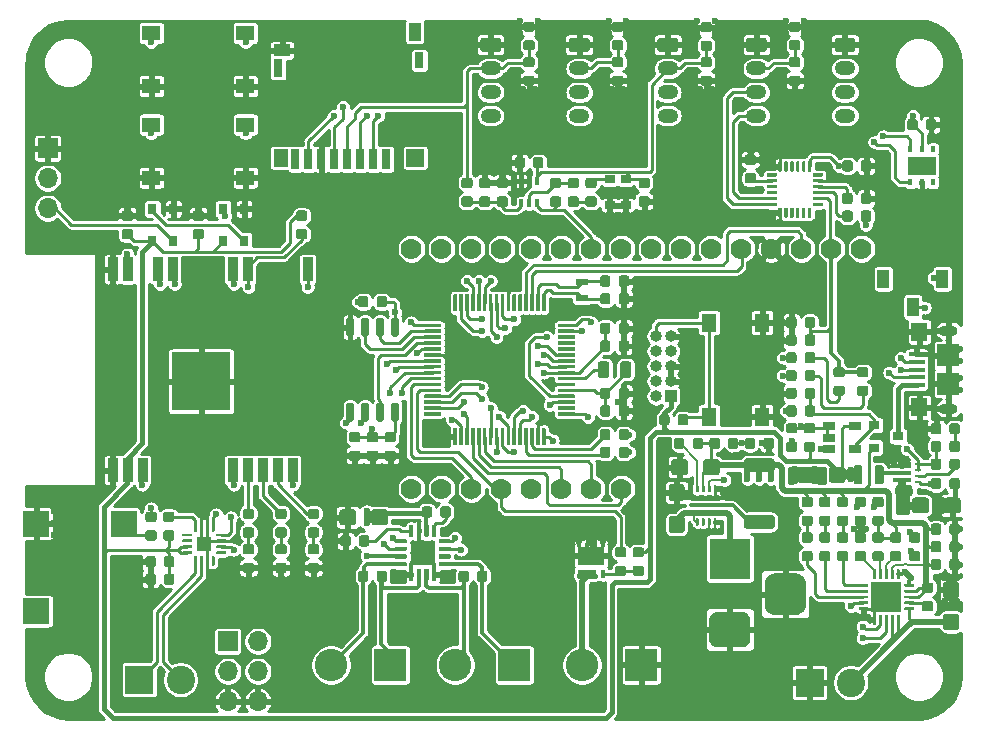
<source format=gbr>
G04 #@! TF.GenerationSoftware,KiCad,Pcbnew,5.1.5-1.fc31*
G04 #@! TF.CreationDate,2020-06-03T18:37:50+07:00*
G04 #@! TF.ProjectId,MP_SamBaseBoard_V1,4d505f53-616d-4426-9173-65426f617264,rev?*
G04 #@! TF.SameCoordinates,Original*
G04 #@! TF.FileFunction,Copper,L1,Top*
G04 #@! TF.FilePolarity,Positive*
%FSLAX45Y45*%
G04 Gerber Fmt 4.5, Leading zero omitted, Abs format (unit mm)*
G04 Created by KiCad (PCBNEW 5.1.5-1.fc31) date 2020-06-03 18:37:50*
%MOMM*%
%LPD*%
G04 APERTURE LIST*
%ADD10C,0.100000*%
%ADD11R,1.500000X0.300000*%
%ADD12R,0.600000X0.250000*%
%ADD13R,0.800000X0.950000*%
%ADD14C,2.750000*%
%ADD15R,2.750000X2.750000*%
%ADD16O,1.700000X1.700000*%
%ADD17R,1.700000X1.700000*%
%ADD18O,1.750000X1.200000*%
%ADD19O,1.000000X1.000000*%
%ADD20R,1.000000X1.000000*%
%ADD21R,3.500000X3.500000*%
%ADD22R,0.900000X0.660000*%
%ADD23R,0.900000X0.800000*%
%ADD24R,1.300000X1.550000*%
%ADD25R,1.000000X1.600000*%
%ADD26R,1.550000X1.300000*%
%ADD27R,0.900000X2.000000*%
%ADD28R,5.000000X5.000000*%
%ADD29R,1.060000X0.650000*%
%ADD30R,1.230000X1.230000*%
%ADD31C,0.500000*%
%ADD32R,2.100000X2.100000*%
%ADD33R,0.400000X0.600000*%
%ADD34R,2.400000X1.500000*%
%ADD35R,2.500000X2.500000*%
%ADD36R,0.300000X0.750000*%
%ADD37R,0.300000X0.400000*%
%ADD38R,1.634000X0.400000*%
%ADD39R,2.300000X1.500000*%
%ADD40R,0.400000X0.650000*%
%ADD41R,1.100000X0.600000*%
%ADD42R,2.195000X2.195000*%
%ADD43R,1.350000X0.400000*%
%ADD44R,1.400000X1.600000*%
%ADD45O,1.600000X0.900000*%
%ADD46R,1.900000X1.900000*%
%ADD47C,2.400000*%
%ADD48R,2.400000X2.400000*%
%ADD49C,1.778000*%
%ADD50R,0.700000X1.750000*%
%ADD51R,1.300000X1.500000*%
%ADD52R,0.800000X1.500000*%
%ADD53R,1.450000X1.000000*%
%ADD54R,0.800000X1.400000*%
%ADD55R,1.500000X1.500000*%
%ADD56R,1.000000X1.550000*%
%ADD57C,0.600000*%
%ADD58C,0.250000*%
%ADD59C,0.200000*%
%ADD60C,0.300000*%
%ADD61C,0.400000*%
%ADD62C,0.500000*%
%ADD63C,0.275000*%
%ADD64C,0.325000*%
%ADD65C,0.425000*%
G04 APERTURE END LIST*
G04 #@! TA.AperFunction,SMDPad,CuDef*
D10*
G36*
X24902769Y-20192605D02*
G01*
X24904893Y-20192920D01*
X24906975Y-20193442D01*
X24908996Y-20194165D01*
X24910937Y-20195083D01*
X24912778Y-20196187D01*
X24914502Y-20197465D01*
X24916093Y-20198907D01*
X24917535Y-20200498D01*
X24918813Y-20202222D01*
X24919917Y-20204063D01*
X24920835Y-20206004D01*
X24921558Y-20208025D01*
X24922080Y-20210107D01*
X24922395Y-20212231D01*
X24922500Y-20214375D01*
X24922500Y-20265625D01*
X24922395Y-20267769D01*
X24922080Y-20269893D01*
X24921558Y-20271975D01*
X24920835Y-20273996D01*
X24919917Y-20275937D01*
X24918813Y-20277778D01*
X24917535Y-20279502D01*
X24916093Y-20281093D01*
X24914502Y-20282535D01*
X24912778Y-20283813D01*
X24910937Y-20284917D01*
X24908996Y-20285835D01*
X24906975Y-20286558D01*
X24904893Y-20287080D01*
X24902769Y-20287395D01*
X24900625Y-20287500D01*
X24856875Y-20287500D01*
X24854731Y-20287395D01*
X24852607Y-20287080D01*
X24850525Y-20286558D01*
X24848504Y-20285835D01*
X24846563Y-20284917D01*
X24844722Y-20283813D01*
X24842998Y-20282535D01*
X24841407Y-20281093D01*
X24839965Y-20279502D01*
X24838687Y-20277778D01*
X24837583Y-20275937D01*
X24836665Y-20273996D01*
X24835942Y-20271975D01*
X24835420Y-20269893D01*
X24835105Y-20267769D01*
X24835000Y-20265625D01*
X24835000Y-20214375D01*
X24835105Y-20212231D01*
X24835420Y-20210107D01*
X24835942Y-20208025D01*
X24836665Y-20206004D01*
X24837583Y-20204063D01*
X24838687Y-20202222D01*
X24839965Y-20200498D01*
X24841407Y-20198907D01*
X24842998Y-20197465D01*
X24844722Y-20196187D01*
X24846563Y-20195083D01*
X24848504Y-20194165D01*
X24850525Y-20193442D01*
X24852607Y-20192920D01*
X24854731Y-20192605D01*
X24856875Y-20192500D01*
X24900625Y-20192500D01*
X24902769Y-20192605D01*
G37*
G04 #@! TD.AperFunction*
G04 #@! TA.AperFunction,SMDPad,CuDef*
G36*
X24745269Y-20192605D02*
G01*
X24747393Y-20192920D01*
X24749475Y-20193442D01*
X24751496Y-20194165D01*
X24753437Y-20195083D01*
X24755278Y-20196187D01*
X24757002Y-20197465D01*
X24758593Y-20198907D01*
X24760035Y-20200498D01*
X24761313Y-20202222D01*
X24762417Y-20204063D01*
X24763335Y-20206004D01*
X24764058Y-20208025D01*
X24764580Y-20210107D01*
X24764895Y-20212231D01*
X24765000Y-20214375D01*
X24765000Y-20265625D01*
X24764895Y-20267769D01*
X24764580Y-20269893D01*
X24764058Y-20271975D01*
X24763335Y-20273996D01*
X24762417Y-20275937D01*
X24761313Y-20277778D01*
X24760035Y-20279502D01*
X24758593Y-20281093D01*
X24757002Y-20282535D01*
X24755278Y-20283813D01*
X24753437Y-20284917D01*
X24751496Y-20285835D01*
X24749475Y-20286558D01*
X24747393Y-20287080D01*
X24745269Y-20287395D01*
X24743125Y-20287500D01*
X24699375Y-20287500D01*
X24697231Y-20287395D01*
X24695107Y-20287080D01*
X24693025Y-20286558D01*
X24691004Y-20285835D01*
X24689063Y-20284917D01*
X24687222Y-20283813D01*
X24685498Y-20282535D01*
X24683907Y-20281093D01*
X24682465Y-20279502D01*
X24681187Y-20277778D01*
X24680083Y-20275937D01*
X24679165Y-20273996D01*
X24678442Y-20271975D01*
X24677920Y-20269893D01*
X24677605Y-20267769D01*
X24677500Y-20265625D01*
X24677500Y-20214375D01*
X24677605Y-20212231D01*
X24677920Y-20210107D01*
X24678442Y-20208025D01*
X24679165Y-20206004D01*
X24680083Y-20204063D01*
X24681187Y-20202222D01*
X24682465Y-20200498D01*
X24683907Y-20198907D01*
X24685498Y-20197465D01*
X24687222Y-20196187D01*
X24689063Y-20195083D01*
X24691004Y-20194165D01*
X24693025Y-20193442D01*
X24695107Y-20192920D01*
X24697231Y-20192605D01*
X24699375Y-20192500D01*
X24743125Y-20192500D01*
X24745269Y-20192605D01*
G37*
G04 #@! TD.AperFunction*
D11*
X24430000Y-20090000D03*
X24430000Y-20150000D03*
X24430000Y-20210000D03*
D12*
X24565000Y-20075000D03*
X24565000Y-20125000D03*
X24565000Y-20175000D03*
X24565000Y-20225000D03*
G04 #@! TA.AperFunction,SMDPad,CuDef*
D10*
G36*
X22856863Y-20255030D02*
G01*
X22857469Y-20255120D01*
X22858064Y-20255269D01*
X22858642Y-20255476D01*
X22859196Y-20255738D01*
X22859722Y-20256053D01*
X22860215Y-20256419D01*
X22860669Y-20256831D01*
X22861081Y-20257285D01*
X22861447Y-20257778D01*
X22861762Y-20258304D01*
X22862024Y-20258858D01*
X22862231Y-20259436D01*
X22862380Y-20260031D01*
X22862470Y-20260637D01*
X22862500Y-20261250D01*
X22862500Y-20308750D01*
X22862470Y-20309363D01*
X22862380Y-20309969D01*
X22862231Y-20310564D01*
X22862024Y-20311142D01*
X22861762Y-20311696D01*
X22861447Y-20312222D01*
X22861081Y-20312715D01*
X22860669Y-20313169D01*
X22860215Y-20313581D01*
X22859722Y-20313947D01*
X22859196Y-20314262D01*
X22858642Y-20314524D01*
X22858064Y-20314731D01*
X22857469Y-20314880D01*
X22856863Y-20314970D01*
X22856250Y-20315000D01*
X22843750Y-20315000D01*
X22843137Y-20314970D01*
X22842531Y-20314880D01*
X22841936Y-20314731D01*
X22841358Y-20314524D01*
X22840804Y-20314262D01*
X22840278Y-20313947D01*
X22839785Y-20313581D01*
X22839331Y-20313169D01*
X22838919Y-20312715D01*
X22838553Y-20312222D01*
X22838238Y-20311696D01*
X22837976Y-20311142D01*
X22837769Y-20310564D01*
X22837620Y-20309969D01*
X22837530Y-20309363D01*
X22837500Y-20308750D01*
X22837500Y-20261250D01*
X22837530Y-20260637D01*
X22837620Y-20260031D01*
X22837769Y-20259436D01*
X22837976Y-20258858D01*
X22838238Y-20258304D01*
X22838553Y-20257778D01*
X22838919Y-20257285D01*
X22839331Y-20256831D01*
X22839785Y-20256419D01*
X22840278Y-20256053D01*
X22840804Y-20255738D01*
X22841358Y-20255476D01*
X22841936Y-20255269D01*
X22842531Y-20255120D01*
X22843137Y-20255030D01*
X22843750Y-20255000D01*
X22856250Y-20255000D01*
X22856863Y-20255030D01*
G37*
G04 #@! TD.AperFunction*
G04 #@! TA.AperFunction,SMDPad,CuDef*
G36*
X22806863Y-20255030D02*
G01*
X22807469Y-20255120D01*
X22808064Y-20255269D01*
X22808642Y-20255476D01*
X22809196Y-20255738D01*
X22809722Y-20256053D01*
X22810215Y-20256419D01*
X22810669Y-20256831D01*
X22811081Y-20257285D01*
X22811447Y-20257778D01*
X22811762Y-20258304D01*
X22812024Y-20258858D01*
X22812231Y-20259436D01*
X22812380Y-20260031D01*
X22812470Y-20260637D01*
X22812500Y-20261250D01*
X22812500Y-20308750D01*
X22812470Y-20309363D01*
X22812380Y-20309969D01*
X22812231Y-20310564D01*
X22812024Y-20311142D01*
X22811762Y-20311696D01*
X22811447Y-20312222D01*
X22811081Y-20312715D01*
X22810669Y-20313169D01*
X22810215Y-20313581D01*
X22809722Y-20313947D01*
X22809196Y-20314262D01*
X22808642Y-20314524D01*
X22808064Y-20314731D01*
X22807469Y-20314880D01*
X22806863Y-20314970D01*
X22806250Y-20315000D01*
X22793750Y-20315000D01*
X22793137Y-20314970D01*
X22792531Y-20314880D01*
X22791936Y-20314731D01*
X22791358Y-20314524D01*
X22790804Y-20314262D01*
X22790278Y-20313947D01*
X22789785Y-20313581D01*
X22789331Y-20313169D01*
X22788919Y-20312715D01*
X22788553Y-20312222D01*
X22788238Y-20311696D01*
X22787976Y-20311142D01*
X22787769Y-20310564D01*
X22787620Y-20309969D01*
X22787530Y-20309363D01*
X22787500Y-20308750D01*
X22787500Y-20261250D01*
X22787530Y-20260637D01*
X22787620Y-20260031D01*
X22787769Y-20259436D01*
X22787976Y-20258858D01*
X22788238Y-20258304D01*
X22788553Y-20257778D01*
X22788919Y-20257285D01*
X22789331Y-20256831D01*
X22789785Y-20256419D01*
X22790278Y-20256053D01*
X22790804Y-20255738D01*
X22791358Y-20255476D01*
X22791936Y-20255269D01*
X22792531Y-20255120D01*
X22793137Y-20255030D01*
X22793750Y-20255000D01*
X22806250Y-20255000D01*
X22806863Y-20255030D01*
G37*
G04 #@! TD.AperFunction*
G04 #@! TA.AperFunction,SMDPad,CuDef*
G36*
X22756863Y-20255030D02*
G01*
X22757469Y-20255120D01*
X22758064Y-20255269D01*
X22758642Y-20255476D01*
X22759196Y-20255738D01*
X22759722Y-20256053D01*
X22760215Y-20256419D01*
X22760669Y-20256831D01*
X22761081Y-20257285D01*
X22761447Y-20257778D01*
X22761762Y-20258304D01*
X22762024Y-20258858D01*
X22762231Y-20259436D01*
X22762380Y-20260031D01*
X22762470Y-20260637D01*
X22762500Y-20261250D01*
X22762500Y-20308750D01*
X22762470Y-20309363D01*
X22762380Y-20309969D01*
X22762231Y-20310564D01*
X22762024Y-20311142D01*
X22761762Y-20311696D01*
X22761447Y-20312222D01*
X22761081Y-20312715D01*
X22760669Y-20313169D01*
X22760215Y-20313581D01*
X22759722Y-20313947D01*
X22759196Y-20314262D01*
X22758642Y-20314524D01*
X22758064Y-20314731D01*
X22757469Y-20314880D01*
X22756863Y-20314970D01*
X22756250Y-20315000D01*
X22743750Y-20315000D01*
X22743137Y-20314970D01*
X22742531Y-20314880D01*
X22741936Y-20314731D01*
X22741358Y-20314524D01*
X22740804Y-20314262D01*
X22740278Y-20313947D01*
X22739785Y-20313581D01*
X22739331Y-20313169D01*
X22738919Y-20312715D01*
X22738553Y-20312222D01*
X22738238Y-20311696D01*
X22737976Y-20311142D01*
X22737769Y-20310564D01*
X22737620Y-20309969D01*
X22737530Y-20309363D01*
X22737500Y-20308750D01*
X22737500Y-20261250D01*
X22737530Y-20260637D01*
X22737620Y-20260031D01*
X22737769Y-20259436D01*
X22737976Y-20258858D01*
X22738238Y-20258304D01*
X22738553Y-20257778D01*
X22738919Y-20257285D01*
X22739331Y-20256831D01*
X22739785Y-20256419D01*
X22740278Y-20256053D01*
X22740804Y-20255738D01*
X22741358Y-20255476D01*
X22741936Y-20255269D01*
X22742531Y-20255120D01*
X22743137Y-20255030D01*
X22743750Y-20255000D01*
X22756250Y-20255000D01*
X22756863Y-20255030D01*
G37*
G04 #@! TD.AperFunction*
G04 #@! TA.AperFunction,SMDPad,CuDef*
G36*
X22856863Y-20535030D02*
G01*
X22857469Y-20535120D01*
X22858064Y-20535269D01*
X22858642Y-20535476D01*
X22859196Y-20535738D01*
X22859722Y-20536053D01*
X22860215Y-20536419D01*
X22860669Y-20536831D01*
X22861081Y-20537285D01*
X22861447Y-20537778D01*
X22861762Y-20538304D01*
X22862024Y-20538858D01*
X22862231Y-20539436D01*
X22862380Y-20540031D01*
X22862470Y-20540637D01*
X22862500Y-20541250D01*
X22862500Y-20588750D01*
X22862470Y-20589363D01*
X22862380Y-20589969D01*
X22862231Y-20590564D01*
X22862024Y-20591142D01*
X22861762Y-20591696D01*
X22861447Y-20592222D01*
X22861081Y-20592715D01*
X22860669Y-20593169D01*
X22860215Y-20593581D01*
X22859722Y-20593947D01*
X22859196Y-20594262D01*
X22858642Y-20594524D01*
X22858064Y-20594731D01*
X22857469Y-20594880D01*
X22856863Y-20594970D01*
X22856250Y-20595000D01*
X22843750Y-20595000D01*
X22843137Y-20594970D01*
X22842531Y-20594880D01*
X22841936Y-20594731D01*
X22841358Y-20594524D01*
X22840804Y-20594262D01*
X22840278Y-20593947D01*
X22839785Y-20593581D01*
X22839331Y-20593169D01*
X22838919Y-20592715D01*
X22838553Y-20592222D01*
X22838238Y-20591696D01*
X22837976Y-20591142D01*
X22837769Y-20590564D01*
X22837620Y-20589969D01*
X22837530Y-20589363D01*
X22837500Y-20588750D01*
X22837500Y-20541250D01*
X22837530Y-20540637D01*
X22837620Y-20540031D01*
X22837769Y-20539436D01*
X22837976Y-20538858D01*
X22838238Y-20538304D01*
X22838553Y-20537778D01*
X22838919Y-20537285D01*
X22839331Y-20536831D01*
X22839785Y-20536419D01*
X22840278Y-20536053D01*
X22840804Y-20535738D01*
X22841358Y-20535476D01*
X22841936Y-20535269D01*
X22842531Y-20535120D01*
X22843137Y-20535030D01*
X22843750Y-20535000D01*
X22856250Y-20535000D01*
X22856863Y-20535030D01*
G37*
G04 #@! TD.AperFunction*
G04 #@! TA.AperFunction,SMDPad,CuDef*
G36*
X22806863Y-20535030D02*
G01*
X22807469Y-20535120D01*
X22808064Y-20535269D01*
X22808642Y-20535476D01*
X22809196Y-20535738D01*
X22809722Y-20536053D01*
X22810215Y-20536419D01*
X22810669Y-20536831D01*
X22811081Y-20537285D01*
X22811447Y-20537778D01*
X22811762Y-20538304D01*
X22812024Y-20538858D01*
X22812231Y-20539436D01*
X22812380Y-20540031D01*
X22812470Y-20540637D01*
X22812500Y-20541250D01*
X22812500Y-20588750D01*
X22812470Y-20589363D01*
X22812380Y-20589969D01*
X22812231Y-20590564D01*
X22812024Y-20591142D01*
X22811762Y-20591696D01*
X22811447Y-20592222D01*
X22811081Y-20592715D01*
X22810669Y-20593169D01*
X22810215Y-20593581D01*
X22809722Y-20593947D01*
X22809196Y-20594262D01*
X22808642Y-20594524D01*
X22808064Y-20594731D01*
X22807469Y-20594880D01*
X22806863Y-20594970D01*
X22806250Y-20595000D01*
X22793750Y-20595000D01*
X22793137Y-20594970D01*
X22792531Y-20594880D01*
X22791936Y-20594731D01*
X22791358Y-20594524D01*
X22790804Y-20594262D01*
X22790278Y-20593947D01*
X22789785Y-20593581D01*
X22789331Y-20593169D01*
X22788919Y-20592715D01*
X22788553Y-20592222D01*
X22788238Y-20591696D01*
X22787976Y-20591142D01*
X22787769Y-20590564D01*
X22787620Y-20589969D01*
X22787530Y-20589363D01*
X22787500Y-20588750D01*
X22787500Y-20541250D01*
X22787530Y-20540637D01*
X22787620Y-20540031D01*
X22787769Y-20539436D01*
X22787976Y-20538858D01*
X22788238Y-20538304D01*
X22788553Y-20537778D01*
X22788919Y-20537285D01*
X22789331Y-20536831D01*
X22789785Y-20536419D01*
X22790278Y-20536053D01*
X22790804Y-20535738D01*
X22791358Y-20535476D01*
X22791936Y-20535269D01*
X22792531Y-20535120D01*
X22793137Y-20535030D01*
X22793750Y-20535000D01*
X22806250Y-20535000D01*
X22806863Y-20535030D01*
G37*
G04 #@! TD.AperFunction*
G04 #@! TA.AperFunction,SMDPad,CuDef*
G36*
X22756863Y-20535030D02*
G01*
X22757469Y-20535120D01*
X22758064Y-20535269D01*
X22758642Y-20535476D01*
X22759196Y-20535738D01*
X22759722Y-20536053D01*
X22760215Y-20536419D01*
X22760669Y-20536831D01*
X22761081Y-20537285D01*
X22761447Y-20537778D01*
X22761762Y-20538304D01*
X22762024Y-20538858D01*
X22762231Y-20539436D01*
X22762380Y-20540031D01*
X22762470Y-20540637D01*
X22762500Y-20541250D01*
X22762500Y-20588750D01*
X22762470Y-20589363D01*
X22762380Y-20589969D01*
X22762231Y-20590564D01*
X22762024Y-20591142D01*
X22761762Y-20591696D01*
X22761447Y-20592222D01*
X22761081Y-20592715D01*
X22760669Y-20593169D01*
X22760215Y-20593581D01*
X22759722Y-20593947D01*
X22759196Y-20594262D01*
X22758642Y-20594524D01*
X22758064Y-20594731D01*
X22757469Y-20594880D01*
X22756863Y-20594970D01*
X22756250Y-20595000D01*
X22743750Y-20595000D01*
X22743137Y-20594970D01*
X22742531Y-20594880D01*
X22741936Y-20594731D01*
X22741358Y-20594524D01*
X22740804Y-20594262D01*
X22740278Y-20593947D01*
X22739785Y-20593581D01*
X22739331Y-20593169D01*
X22738919Y-20592715D01*
X22738553Y-20592222D01*
X22738238Y-20591696D01*
X22737976Y-20591142D01*
X22737769Y-20590564D01*
X22737620Y-20589969D01*
X22737530Y-20589363D01*
X22737500Y-20588750D01*
X22737500Y-20541250D01*
X22737530Y-20540637D01*
X22737620Y-20540031D01*
X22737769Y-20539436D01*
X22737976Y-20538858D01*
X22738238Y-20538304D01*
X22738553Y-20537778D01*
X22738919Y-20537285D01*
X22739331Y-20536831D01*
X22739785Y-20536419D01*
X22740278Y-20536053D01*
X22740804Y-20535738D01*
X22741358Y-20535476D01*
X22741936Y-20535269D01*
X22742531Y-20535120D01*
X22743137Y-20535030D01*
X22743750Y-20535000D01*
X22756250Y-20535000D01*
X22756863Y-20535030D01*
G37*
G04 #@! TD.AperFunction*
G04 #@! TA.AperFunction,SMDPad,CuDef*
G36*
X22706863Y-20535030D02*
G01*
X22707469Y-20535120D01*
X22708064Y-20535269D01*
X22708642Y-20535476D01*
X22709196Y-20535738D01*
X22709722Y-20536053D01*
X22710215Y-20536419D01*
X22710669Y-20536831D01*
X22711081Y-20537285D01*
X22711447Y-20537778D01*
X22711762Y-20538304D01*
X22712024Y-20538858D01*
X22712231Y-20539436D01*
X22712380Y-20540031D01*
X22712470Y-20540637D01*
X22712500Y-20541250D01*
X22712500Y-20588750D01*
X22712470Y-20589363D01*
X22712380Y-20589969D01*
X22712231Y-20590564D01*
X22712024Y-20591142D01*
X22711762Y-20591696D01*
X22711447Y-20592222D01*
X22711081Y-20592715D01*
X22710669Y-20593169D01*
X22710215Y-20593581D01*
X22709722Y-20593947D01*
X22709196Y-20594262D01*
X22708642Y-20594524D01*
X22708064Y-20594731D01*
X22707469Y-20594880D01*
X22706863Y-20594970D01*
X22706250Y-20595000D01*
X22693750Y-20595000D01*
X22693137Y-20594970D01*
X22692531Y-20594880D01*
X22691936Y-20594731D01*
X22691358Y-20594524D01*
X22690804Y-20594262D01*
X22690278Y-20593947D01*
X22689785Y-20593581D01*
X22689331Y-20593169D01*
X22688919Y-20592715D01*
X22688553Y-20592222D01*
X22688238Y-20591696D01*
X22687976Y-20591142D01*
X22687769Y-20590564D01*
X22687620Y-20589969D01*
X22687530Y-20589363D01*
X22687500Y-20588750D01*
X22687500Y-20541250D01*
X22687530Y-20540637D01*
X22687620Y-20540031D01*
X22687769Y-20539436D01*
X22687976Y-20538858D01*
X22688238Y-20538304D01*
X22688553Y-20537778D01*
X22688919Y-20537285D01*
X22689331Y-20536831D01*
X22689785Y-20536419D01*
X22690278Y-20536053D01*
X22690804Y-20535738D01*
X22691358Y-20535476D01*
X22691936Y-20535269D01*
X22692531Y-20535120D01*
X22693137Y-20535030D01*
X22693750Y-20535000D01*
X22706250Y-20535000D01*
X22706863Y-20535030D01*
G37*
G04 #@! TD.AperFunction*
G04 #@! TA.AperFunction,SMDPad,CuDef*
G36*
X22706863Y-20255030D02*
G01*
X22707469Y-20255120D01*
X22708064Y-20255269D01*
X22708642Y-20255476D01*
X22709196Y-20255738D01*
X22709722Y-20256053D01*
X22710215Y-20256419D01*
X22710669Y-20256831D01*
X22711081Y-20257285D01*
X22711447Y-20257778D01*
X22711762Y-20258304D01*
X22712024Y-20258858D01*
X22712231Y-20259436D01*
X22712380Y-20260031D01*
X22712470Y-20260637D01*
X22712500Y-20261250D01*
X22712500Y-20308750D01*
X22712470Y-20309363D01*
X22712380Y-20309969D01*
X22712231Y-20310564D01*
X22712024Y-20311142D01*
X22711762Y-20311696D01*
X22711447Y-20312222D01*
X22711081Y-20312715D01*
X22710669Y-20313169D01*
X22710215Y-20313581D01*
X22709722Y-20313947D01*
X22709196Y-20314262D01*
X22708642Y-20314524D01*
X22708064Y-20314731D01*
X22707469Y-20314880D01*
X22706863Y-20314970D01*
X22706250Y-20315000D01*
X22693750Y-20315000D01*
X22693137Y-20314970D01*
X22692531Y-20314880D01*
X22691936Y-20314731D01*
X22691358Y-20314524D01*
X22690804Y-20314262D01*
X22690278Y-20313947D01*
X22689785Y-20313581D01*
X22689331Y-20313169D01*
X22688919Y-20312715D01*
X22688553Y-20312222D01*
X22688238Y-20311696D01*
X22687976Y-20311142D01*
X22687769Y-20310564D01*
X22687620Y-20309969D01*
X22687530Y-20309363D01*
X22687500Y-20308750D01*
X22687500Y-20261250D01*
X22687530Y-20260637D01*
X22687620Y-20260031D01*
X22687769Y-20259436D01*
X22687976Y-20258858D01*
X22688238Y-20258304D01*
X22688553Y-20257778D01*
X22688919Y-20257285D01*
X22689331Y-20256831D01*
X22689785Y-20256419D01*
X22690278Y-20256053D01*
X22690804Y-20255738D01*
X22691358Y-20255476D01*
X22691936Y-20255269D01*
X22692531Y-20255120D01*
X22693137Y-20255030D01*
X22693750Y-20255000D01*
X22706250Y-20255000D01*
X22706863Y-20255030D01*
G37*
G04 #@! TD.AperFunction*
G04 #@! TA.AperFunction,SMDPad,CuDef*
G36*
X22889363Y-20462530D02*
G01*
X22889969Y-20462620D01*
X22890564Y-20462769D01*
X22891142Y-20462976D01*
X22891696Y-20463238D01*
X22892222Y-20463553D01*
X22892715Y-20463919D01*
X22893169Y-20464331D01*
X22893581Y-20464785D01*
X22893947Y-20465278D01*
X22894262Y-20465804D01*
X22894524Y-20466358D01*
X22894731Y-20466936D01*
X22894880Y-20467531D01*
X22894970Y-20468137D01*
X22895000Y-20468750D01*
X22895000Y-20481250D01*
X22894970Y-20481863D01*
X22894880Y-20482469D01*
X22894731Y-20483064D01*
X22894524Y-20483642D01*
X22894262Y-20484196D01*
X22893947Y-20484722D01*
X22893581Y-20485215D01*
X22893169Y-20485669D01*
X22892715Y-20486081D01*
X22892222Y-20486447D01*
X22891696Y-20486762D01*
X22891142Y-20487024D01*
X22890564Y-20487231D01*
X22889969Y-20487380D01*
X22889363Y-20487470D01*
X22888750Y-20487500D01*
X22661250Y-20487500D01*
X22660637Y-20487470D01*
X22660031Y-20487380D01*
X22659436Y-20487231D01*
X22658858Y-20487024D01*
X22658304Y-20486762D01*
X22657778Y-20486447D01*
X22657285Y-20486081D01*
X22656831Y-20485669D01*
X22656419Y-20485215D01*
X22656053Y-20484722D01*
X22655738Y-20484196D01*
X22655476Y-20483642D01*
X22655269Y-20483064D01*
X22655120Y-20482469D01*
X22655030Y-20481863D01*
X22655000Y-20481250D01*
X22655000Y-20468750D01*
X22655030Y-20468137D01*
X22655120Y-20467531D01*
X22655269Y-20466936D01*
X22655476Y-20466358D01*
X22655738Y-20465804D01*
X22656053Y-20465278D01*
X22656419Y-20464785D01*
X22656831Y-20464331D01*
X22657285Y-20463919D01*
X22657778Y-20463553D01*
X22658304Y-20463238D01*
X22658858Y-20462976D01*
X22659436Y-20462769D01*
X22660031Y-20462620D01*
X22660637Y-20462530D01*
X22661250Y-20462500D01*
X22888750Y-20462500D01*
X22889363Y-20462530D01*
G37*
G04 #@! TD.AperFunction*
G04 #@! TA.AperFunction,SMDPad,CuDef*
G36*
X22889363Y-20362530D02*
G01*
X22889969Y-20362620D01*
X22890564Y-20362769D01*
X22891142Y-20362976D01*
X22891696Y-20363238D01*
X22892222Y-20363553D01*
X22892715Y-20363919D01*
X22893169Y-20364331D01*
X22893581Y-20364785D01*
X22893947Y-20365278D01*
X22894262Y-20365804D01*
X22894524Y-20366358D01*
X22894731Y-20366936D01*
X22894880Y-20367531D01*
X22894970Y-20368137D01*
X22895000Y-20368750D01*
X22895000Y-20381250D01*
X22894970Y-20381863D01*
X22894880Y-20382469D01*
X22894731Y-20383064D01*
X22894524Y-20383642D01*
X22894262Y-20384196D01*
X22893947Y-20384722D01*
X22893581Y-20385215D01*
X22893169Y-20385669D01*
X22892715Y-20386081D01*
X22892222Y-20386447D01*
X22891696Y-20386762D01*
X22891142Y-20387024D01*
X22890564Y-20387231D01*
X22889969Y-20387380D01*
X22889363Y-20387470D01*
X22888750Y-20387500D01*
X22661250Y-20387500D01*
X22660637Y-20387470D01*
X22660031Y-20387380D01*
X22659436Y-20387231D01*
X22658858Y-20387024D01*
X22658304Y-20386762D01*
X22657778Y-20386447D01*
X22657285Y-20386081D01*
X22656831Y-20385669D01*
X22656419Y-20385215D01*
X22656053Y-20384722D01*
X22655738Y-20384196D01*
X22655476Y-20383642D01*
X22655269Y-20383064D01*
X22655120Y-20382469D01*
X22655030Y-20381863D01*
X22655000Y-20381250D01*
X22655000Y-20368750D01*
X22655030Y-20368137D01*
X22655120Y-20367531D01*
X22655269Y-20366936D01*
X22655476Y-20366358D01*
X22655738Y-20365804D01*
X22656053Y-20365278D01*
X22656419Y-20364785D01*
X22656831Y-20364331D01*
X22657285Y-20363919D01*
X22657778Y-20363553D01*
X22658304Y-20363238D01*
X22658858Y-20362976D01*
X22659436Y-20362769D01*
X22660031Y-20362620D01*
X22660637Y-20362530D01*
X22661250Y-20362500D01*
X22888750Y-20362500D01*
X22889363Y-20362530D01*
G37*
G04 #@! TD.AperFunction*
G04 #@! TA.AperFunction,SMDPad,CuDef*
G36*
X22889363Y-20412530D02*
G01*
X22889969Y-20412620D01*
X22890564Y-20412769D01*
X22891142Y-20412976D01*
X22891696Y-20413238D01*
X22892222Y-20413553D01*
X22892715Y-20413919D01*
X22893169Y-20414331D01*
X22893581Y-20414785D01*
X22893947Y-20415278D01*
X22894262Y-20415804D01*
X22894524Y-20416358D01*
X22894731Y-20416936D01*
X22894880Y-20417531D01*
X22894970Y-20418137D01*
X22895000Y-20418750D01*
X22895000Y-20431250D01*
X22894970Y-20431863D01*
X22894880Y-20432469D01*
X22894731Y-20433064D01*
X22894524Y-20433642D01*
X22894262Y-20434196D01*
X22893947Y-20434722D01*
X22893581Y-20435215D01*
X22893169Y-20435669D01*
X22892715Y-20436081D01*
X22892222Y-20436447D01*
X22891696Y-20436762D01*
X22891142Y-20437024D01*
X22890564Y-20437231D01*
X22889969Y-20437380D01*
X22889363Y-20437470D01*
X22888750Y-20437500D01*
X22661250Y-20437500D01*
X22660637Y-20437470D01*
X22660031Y-20437380D01*
X22659436Y-20437231D01*
X22658858Y-20437024D01*
X22658304Y-20436762D01*
X22657778Y-20436447D01*
X22657285Y-20436081D01*
X22656831Y-20435669D01*
X22656419Y-20435215D01*
X22656053Y-20434722D01*
X22655738Y-20434196D01*
X22655476Y-20433642D01*
X22655269Y-20433064D01*
X22655120Y-20432469D01*
X22655030Y-20431863D01*
X22655000Y-20431250D01*
X22655000Y-20418750D01*
X22655030Y-20418137D01*
X22655120Y-20417531D01*
X22655269Y-20416936D01*
X22655476Y-20416358D01*
X22655738Y-20415804D01*
X22656053Y-20415278D01*
X22656419Y-20414785D01*
X22656831Y-20414331D01*
X22657285Y-20413919D01*
X22657778Y-20413553D01*
X22658304Y-20413238D01*
X22658858Y-20412976D01*
X22659436Y-20412769D01*
X22660031Y-20412620D01*
X22660637Y-20412530D01*
X22661250Y-20412500D01*
X22888750Y-20412500D01*
X22889363Y-20412530D01*
G37*
G04 #@! TD.AperFunction*
G04 #@! TA.AperFunction,SMDPad,CuDef*
G36*
X23677769Y-18827605D02*
G01*
X23679893Y-18827920D01*
X23681975Y-18828442D01*
X23683996Y-18829165D01*
X23685937Y-18830083D01*
X23687778Y-18831187D01*
X23689502Y-18832465D01*
X23691093Y-18833907D01*
X23692535Y-18835498D01*
X23693813Y-18837222D01*
X23694917Y-18839063D01*
X23695835Y-18841004D01*
X23696558Y-18843025D01*
X23697080Y-18845107D01*
X23697395Y-18847231D01*
X23697500Y-18849375D01*
X23697500Y-18900625D01*
X23697395Y-18902769D01*
X23697080Y-18904893D01*
X23696558Y-18906975D01*
X23695835Y-18908996D01*
X23694917Y-18910937D01*
X23693813Y-18912778D01*
X23692535Y-18914502D01*
X23691093Y-18916093D01*
X23689502Y-18917535D01*
X23687778Y-18918813D01*
X23685937Y-18919917D01*
X23683996Y-18920835D01*
X23681975Y-18921558D01*
X23679893Y-18922080D01*
X23677769Y-18922395D01*
X23675625Y-18922500D01*
X23631875Y-18922500D01*
X23629731Y-18922395D01*
X23627607Y-18922080D01*
X23625525Y-18921558D01*
X23623504Y-18920835D01*
X23621563Y-18919917D01*
X23619722Y-18918813D01*
X23617998Y-18917535D01*
X23616407Y-18916093D01*
X23614965Y-18914502D01*
X23613687Y-18912778D01*
X23612583Y-18910937D01*
X23611665Y-18908996D01*
X23610942Y-18906975D01*
X23610420Y-18904893D01*
X23610105Y-18902769D01*
X23610000Y-18900625D01*
X23610000Y-18849375D01*
X23610105Y-18847231D01*
X23610420Y-18845107D01*
X23610942Y-18843025D01*
X23611665Y-18841004D01*
X23612583Y-18839063D01*
X23613687Y-18837222D01*
X23614965Y-18835498D01*
X23616407Y-18833907D01*
X23617998Y-18832465D01*
X23619722Y-18831187D01*
X23621563Y-18830083D01*
X23623504Y-18829165D01*
X23625525Y-18828442D01*
X23627607Y-18827920D01*
X23629731Y-18827605D01*
X23631875Y-18827500D01*
X23675625Y-18827500D01*
X23677769Y-18827605D01*
G37*
G04 #@! TD.AperFunction*
G04 #@! TA.AperFunction,SMDPad,CuDef*
G36*
X23520269Y-18827605D02*
G01*
X23522393Y-18827920D01*
X23524475Y-18828442D01*
X23526496Y-18829165D01*
X23528437Y-18830083D01*
X23530278Y-18831187D01*
X23532002Y-18832465D01*
X23533593Y-18833907D01*
X23535035Y-18835498D01*
X23536313Y-18837222D01*
X23537417Y-18839063D01*
X23538335Y-18841004D01*
X23539058Y-18843025D01*
X23539580Y-18845107D01*
X23539895Y-18847231D01*
X23540000Y-18849375D01*
X23540000Y-18900625D01*
X23539895Y-18902769D01*
X23539580Y-18904893D01*
X23539058Y-18906975D01*
X23538335Y-18908996D01*
X23537417Y-18910937D01*
X23536313Y-18912778D01*
X23535035Y-18914502D01*
X23533593Y-18916093D01*
X23532002Y-18917535D01*
X23530278Y-18918813D01*
X23528437Y-18919917D01*
X23526496Y-18920835D01*
X23524475Y-18921558D01*
X23522393Y-18922080D01*
X23520269Y-18922395D01*
X23518125Y-18922500D01*
X23474375Y-18922500D01*
X23472231Y-18922395D01*
X23470107Y-18922080D01*
X23468025Y-18921558D01*
X23466004Y-18920835D01*
X23464063Y-18919917D01*
X23462222Y-18918813D01*
X23460498Y-18917535D01*
X23458907Y-18916093D01*
X23457465Y-18914502D01*
X23456187Y-18912778D01*
X23455083Y-18910937D01*
X23454165Y-18908996D01*
X23453442Y-18906975D01*
X23452920Y-18904893D01*
X23452605Y-18902769D01*
X23452500Y-18900625D01*
X23452500Y-18849375D01*
X23452605Y-18847231D01*
X23452920Y-18845107D01*
X23453442Y-18843025D01*
X23454165Y-18841004D01*
X23455083Y-18839063D01*
X23456187Y-18837222D01*
X23457465Y-18835498D01*
X23458907Y-18833907D01*
X23460498Y-18832465D01*
X23462222Y-18831187D01*
X23464063Y-18830083D01*
X23466004Y-18829165D01*
X23468025Y-18828442D01*
X23470107Y-18827920D01*
X23472231Y-18827605D01*
X23474375Y-18827500D01*
X23518125Y-18827500D01*
X23520269Y-18827605D01*
G37*
G04 #@! TD.AperFunction*
G04 #@! TA.AperFunction,SMDPad,CuDef*
G36*
X23677769Y-18977605D02*
G01*
X23679893Y-18977920D01*
X23681975Y-18978442D01*
X23683996Y-18979165D01*
X23685937Y-18980083D01*
X23687778Y-18981187D01*
X23689502Y-18982465D01*
X23691093Y-18983907D01*
X23692535Y-18985498D01*
X23693813Y-18987222D01*
X23694917Y-18989063D01*
X23695835Y-18991004D01*
X23696558Y-18993025D01*
X23697080Y-18995107D01*
X23697395Y-18997231D01*
X23697500Y-18999375D01*
X23697500Y-19050625D01*
X23697395Y-19052769D01*
X23697080Y-19054893D01*
X23696558Y-19056975D01*
X23695835Y-19058996D01*
X23694917Y-19060937D01*
X23693813Y-19062778D01*
X23692535Y-19064502D01*
X23691093Y-19066093D01*
X23689502Y-19067535D01*
X23687778Y-19068813D01*
X23685937Y-19069917D01*
X23683996Y-19070835D01*
X23681975Y-19071558D01*
X23679893Y-19072080D01*
X23677769Y-19072395D01*
X23675625Y-19072500D01*
X23631875Y-19072500D01*
X23629731Y-19072395D01*
X23627607Y-19072080D01*
X23625525Y-19071558D01*
X23623504Y-19070835D01*
X23621563Y-19069917D01*
X23619722Y-19068813D01*
X23617998Y-19067535D01*
X23616407Y-19066093D01*
X23614965Y-19064502D01*
X23613687Y-19062778D01*
X23612583Y-19060937D01*
X23611665Y-19058996D01*
X23610942Y-19056975D01*
X23610420Y-19054893D01*
X23610105Y-19052769D01*
X23610000Y-19050625D01*
X23610000Y-18999375D01*
X23610105Y-18997231D01*
X23610420Y-18995107D01*
X23610942Y-18993025D01*
X23611665Y-18991004D01*
X23612583Y-18989063D01*
X23613687Y-18987222D01*
X23614965Y-18985498D01*
X23616407Y-18983907D01*
X23617998Y-18982465D01*
X23619722Y-18981187D01*
X23621563Y-18980083D01*
X23623504Y-18979165D01*
X23625525Y-18978442D01*
X23627607Y-18977920D01*
X23629731Y-18977605D01*
X23631875Y-18977500D01*
X23675625Y-18977500D01*
X23677769Y-18977605D01*
G37*
G04 #@! TD.AperFunction*
G04 #@! TA.AperFunction,SMDPad,CuDef*
G36*
X23520269Y-18977605D02*
G01*
X23522393Y-18977920D01*
X23524475Y-18978442D01*
X23526496Y-18979165D01*
X23528437Y-18980083D01*
X23530278Y-18981187D01*
X23532002Y-18982465D01*
X23533593Y-18983907D01*
X23535035Y-18985498D01*
X23536313Y-18987222D01*
X23537417Y-18989063D01*
X23538335Y-18991004D01*
X23539058Y-18993025D01*
X23539580Y-18995107D01*
X23539895Y-18997231D01*
X23540000Y-18999375D01*
X23540000Y-19050625D01*
X23539895Y-19052769D01*
X23539580Y-19054893D01*
X23539058Y-19056975D01*
X23538335Y-19058996D01*
X23537417Y-19060937D01*
X23536313Y-19062778D01*
X23535035Y-19064502D01*
X23533593Y-19066093D01*
X23532002Y-19067535D01*
X23530278Y-19068813D01*
X23528437Y-19069917D01*
X23526496Y-19070835D01*
X23524475Y-19071558D01*
X23522393Y-19072080D01*
X23520269Y-19072395D01*
X23518125Y-19072500D01*
X23474375Y-19072500D01*
X23472231Y-19072395D01*
X23470107Y-19072080D01*
X23468025Y-19071558D01*
X23466004Y-19070835D01*
X23464063Y-19069917D01*
X23462222Y-19068813D01*
X23460498Y-19067535D01*
X23458907Y-19066093D01*
X23457465Y-19064502D01*
X23456187Y-19062778D01*
X23455083Y-19060937D01*
X23454165Y-19058996D01*
X23453442Y-19056975D01*
X23452920Y-19054893D01*
X23452605Y-19052769D01*
X23452500Y-19050625D01*
X23452500Y-18999375D01*
X23452605Y-18997231D01*
X23452920Y-18995107D01*
X23453442Y-18993025D01*
X23454165Y-18991004D01*
X23455083Y-18989063D01*
X23456187Y-18987222D01*
X23457465Y-18985498D01*
X23458907Y-18983907D01*
X23460498Y-18982465D01*
X23462222Y-18981187D01*
X23464063Y-18980083D01*
X23466004Y-18979165D01*
X23468025Y-18978442D01*
X23470107Y-18977920D01*
X23472231Y-18977605D01*
X23474375Y-18977500D01*
X23518125Y-18977500D01*
X23520269Y-18977605D01*
G37*
G04 #@! TD.AperFunction*
G04 #@! TA.AperFunction,SMDPad,CuDef*
G36*
X21945269Y-19577605D02*
G01*
X21947393Y-19577920D01*
X21949475Y-19578442D01*
X21951496Y-19579165D01*
X21953437Y-19580083D01*
X21955278Y-19581187D01*
X21957002Y-19582465D01*
X21958593Y-19583907D01*
X21960035Y-19585498D01*
X21961313Y-19587222D01*
X21962417Y-19589063D01*
X21963335Y-19591004D01*
X21964058Y-19593025D01*
X21964580Y-19595107D01*
X21964895Y-19597231D01*
X21965000Y-19599375D01*
X21965000Y-19650625D01*
X21964895Y-19652769D01*
X21964580Y-19654893D01*
X21964058Y-19656975D01*
X21963335Y-19658996D01*
X21962417Y-19660937D01*
X21961313Y-19662778D01*
X21960035Y-19664502D01*
X21958593Y-19666093D01*
X21957002Y-19667535D01*
X21955278Y-19668813D01*
X21953437Y-19669917D01*
X21951496Y-19670835D01*
X21949475Y-19671558D01*
X21947393Y-19672080D01*
X21945269Y-19672395D01*
X21943125Y-19672500D01*
X21899375Y-19672500D01*
X21897231Y-19672395D01*
X21895107Y-19672080D01*
X21893025Y-19671558D01*
X21891004Y-19670835D01*
X21889063Y-19669917D01*
X21887222Y-19668813D01*
X21885498Y-19667535D01*
X21883907Y-19666093D01*
X21882465Y-19664502D01*
X21881187Y-19662778D01*
X21880083Y-19660937D01*
X21879165Y-19658996D01*
X21878442Y-19656975D01*
X21877920Y-19654893D01*
X21877605Y-19652769D01*
X21877500Y-19650625D01*
X21877500Y-19599375D01*
X21877605Y-19597231D01*
X21877920Y-19595107D01*
X21878442Y-19593025D01*
X21879165Y-19591004D01*
X21880083Y-19589063D01*
X21881187Y-19587222D01*
X21882465Y-19585498D01*
X21883907Y-19583907D01*
X21885498Y-19582465D01*
X21887222Y-19581187D01*
X21889063Y-19580083D01*
X21891004Y-19579165D01*
X21893025Y-19578442D01*
X21895107Y-19577920D01*
X21897231Y-19577605D01*
X21899375Y-19577500D01*
X21943125Y-19577500D01*
X21945269Y-19577605D01*
G37*
G04 #@! TD.AperFunction*
G04 #@! TA.AperFunction,SMDPad,CuDef*
G36*
X22102769Y-19577605D02*
G01*
X22104893Y-19577920D01*
X22106975Y-19578442D01*
X22108996Y-19579165D01*
X22110937Y-19580083D01*
X22112778Y-19581187D01*
X22114502Y-19582465D01*
X22116093Y-19583907D01*
X22117535Y-19585498D01*
X22118813Y-19587222D01*
X22119917Y-19589063D01*
X22120835Y-19591004D01*
X22121558Y-19593025D01*
X22122080Y-19595107D01*
X22122395Y-19597231D01*
X22122500Y-19599375D01*
X22122500Y-19650625D01*
X22122395Y-19652769D01*
X22122080Y-19654893D01*
X22121558Y-19656975D01*
X22120835Y-19658996D01*
X22119917Y-19660937D01*
X22118813Y-19662778D01*
X22117535Y-19664502D01*
X22116093Y-19666093D01*
X22114502Y-19667535D01*
X22112778Y-19668813D01*
X22110937Y-19669917D01*
X22108996Y-19670835D01*
X22106975Y-19671558D01*
X22104893Y-19672080D01*
X22102769Y-19672395D01*
X22100625Y-19672500D01*
X22056875Y-19672500D01*
X22054731Y-19672395D01*
X22052607Y-19672080D01*
X22050525Y-19671558D01*
X22048504Y-19670835D01*
X22046563Y-19669917D01*
X22044722Y-19668813D01*
X22042998Y-19667535D01*
X22041407Y-19666093D01*
X22039965Y-19664502D01*
X22038687Y-19662778D01*
X22037583Y-19660937D01*
X22036665Y-19658996D01*
X22035942Y-19656975D01*
X22035420Y-19654893D01*
X22035105Y-19652769D01*
X22035000Y-19650625D01*
X22035000Y-19599375D01*
X22035105Y-19597231D01*
X22035420Y-19595107D01*
X22035942Y-19593025D01*
X22036665Y-19591004D01*
X22037583Y-19589063D01*
X22038687Y-19587222D01*
X22039965Y-19585498D01*
X22041407Y-19583907D01*
X22042998Y-19582465D01*
X22044722Y-19581187D01*
X22046563Y-19580083D01*
X22048504Y-19579165D01*
X22050525Y-19578442D01*
X22052607Y-19577920D01*
X22054731Y-19577605D01*
X22056875Y-19577500D01*
X22100625Y-19577500D01*
X22102769Y-19577605D01*
G37*
G04 #@! TD.AperFunction*
G04 #@! TA.AperFunction,SMDPad,CuDef*
G36*
X21945269Y-19427605D02*
G01*
X21947393Y-19427920D01*
X21949475Y-19428442D01*
X21951496Y-19429165D01*
X21953437Y-19430083D01*
X21955278Y-19431187D01*
X21957002Y-19432465D01*
X21958593Y-19433907D01*
X21960035Y-19435498D01*
X21961313Y-19437222D01*
X21962417Y-19439063D01*
X21963335Y-19441004D01*
X21964058Y-19443025D01*
X21964580Y-19445107D01*
X21964895Y-19447231D01*
X21965000Y-19449375D01*
X21965000Y-19500625D01*
X21964895Y-19502769D01*
X21964580Y-19504893D01*
X21964058Y-19506975D01*
X21963335Y-19508996D01*
X21962417Y-19510937D01*
X21961313Y-19512778D01*
X21960035Y-19514502D01*
X21958593Y-19516093D01*
X21957002Y-19517535D01*
X21955278Y-19518813D01*
X21953437Y-19519917D01*
X21951496Y-19520835D01*
X21949475Y-19521558D01*
X21947393Y-19522080D01*
X21945269Y-19522395D01*
X21943125Y-19522500D01*
X21899375Y-19522500D01*
X21897231Y-19522395D01*
X21895107Y-19522080D01*
X21893025Y-19521558D01*
X21891004Y-19520835D01*
X21889063Y-19519917D01*
X21887222Y-19518813D01*
X21885498Y-19517535D01*
X21883907Y-19516093D01*
X21882465Y-19514502D01*
X21881187Y-19512778D01*
X21880083Y-19510937D01*
X21879165Y-19508996D01*
X21878442Y-19506975D01*
X21877920Y-19504893D01*
X21877605Y-19502769D01*
X21877500Y-19500625D01*
X21877500Y-19449375D01*
X21877605Y-19447231D01*
X21877920Y-19445107D01*
X21878442Y-19443025D01*
X21879165Y-19441004D01*
X21880083Y-19439063D01*
X21881187Y-19437222D01*
X21882465Y-19435498D01*
X21883907Y-19433907D01*
X21885498Y-19432465D01*
X21887222Y-19431187D01*
X21889063Y-19430083D01*
X21891004Y-19429165D01*
X21893025Y-19428442D01*
X21895107Y-19427920D01*
X21897231Y-19427605D01*
X21899375Y-19427500D01*
X21943125Y-19427500D01*
X21945269Y-19427605D01*
G37*
G04 #@! TD.AperFunction*
G04 #@! TA.AperFunction,SMDPad,CuDef*
G36*
X22102769Y-19427605D02*
G01*
X22104893Y-19427920D01*
X22106975Y-19428442D01*
X22108996Y-19429165D01*
X22110937Y-19430083D01*
X22112778Y-19431187D01*
X22114502Y-19432465D01*
X22116093Y-19433907D01*
X22117535Y-19435498D01*
X22118813Y-19437222D01*
X22119917Y-19439063D01*
X22120835Y-19441004D01*
X22121558Y-19443025D01*
X22122080Y-19445107D01*
X22122395Y-19447231D01*
X22122500Y-19449375D01*
X22122500Y-19500625D01*
X22122395Y-19502769D01*
X22122080Y-19504893D01*
X22121558Y-19506975D01*
X22120835Y-19508996D01*
X22119917Y-19510937D01*
X22118813Y-19512778D01*
X22117535Y-19514502D01*
X22116093Y-19516093D01*
X22114502Y-19517535D01*
X22112778Y-19518813D01*
X22110937Y-19519917D01*
X22108996Y-19520835D01*
X22106975Y-19521558D01*
X22104893Y-19522080D01*
X22102769Y-19522395D01*
X22100625Y-19522500D01*
X22056875Y-19522500D01*
X22054731Y-19522395D01*
X22052607Y-19522080D01*
X22050525Y-19521558D01*
X22048504Y-19520835D01*
X22046563Y-19519917D01*
X22044722Y-19518813D01*
X22042998Y-19517535D01*
X22041407Y-19516093D01*
X22039965Y-19514502D01*
X22038687Y-19512778D01*
X22037583Y-19510937D01*
X22036665Y-19508996D01*
X22035942Y-19506975D01*
X22035420Y-19504893D01*
X22035105Y-19502769D01*
X22035000Y-19500625D01*
X22035000Y-19449375D01*
X22035105Y-19447231D01*
X22035420Y-19445107D01*
X22035942Y-19443025D01*
X22036665Y-19441004D01*
X22037583Y-19439063D01*
X22038687Y-19437222D01*
X22039965Y-19435498D01*
X22041407Y-19433907D01*
X22042998Y-19432465D01*
X22044722Y-19431187D01*
X22046563Y-19430083D01*
X22048504Y-19429165D01*
X22050525Y-19428442D01*
X22052607Y-19427920D01*
X22054731Y-19427605D01*
X22056875Y-19427500D01*
X22100625Y-19427500D01*
X22102769Y-19427605D01*
G37*
G04 #@! TD.AperFunction*
G04 #@! TA.AperFunction,SMDPad,CuDef*
G36*
X21945269Y-19027605D02*
G01*
X21947393Y-19027920D01*
X21949475Y-19028442D01*
X21951496Y-19029165D01*
X21953437Y-19030083D01*
X21955278Y-19031187D01*
X21957002Y-19032465D01*
X21958593Y-19033907D01*
X21960035Y-19035498D01*
X21961313Y-19037222D01*
X21962417Y-19039063D01*
X21963335Y-19041004D01*
X21964058Y-19043025D01*
X21964580Y-19045107D01*
X21964895Y-19047231D01*
X21965000Y-19049375D01*
X21965000Y-19100625D01*
X21964895Y-19102769D01*
X21964580Y-19104893D01*
X21964058Y-19106975D01*
X21963335Y-19108996D01*
X21962417Y-19110937D01*
X21961313Y-19112778D01*
X21960035Y-19114502D01*
X21958593Y-19116093D01*
X21957002Y-19117535D01*
X21955278Y-19118813D01*
X21953437Y-19119917D01*
X21951496Y-19120835D01*
X21949475Y-19121558D01*
X21947393Y-19122080D01*
X21945269Y-19122395D01*
X21943125Y-19122500D01*
X21899375Y-19122500D01*
X21897231Y-19122395D01*
X21895107Y-19122080D01*
X21893025Y-19121558D01*
X21891004Y-19120835D01*
X21889063Y-19119917D01*
X21887222Y-19118813D01*
X21885498Y-19117535D01*
X21883907Y-19116093D01*
X21882465Y-19114502D01*
X21881187Y-19112778D01*
X21880083Y-19110937D01*
X21879165Y-19108996D01*
X21878442Y-19106975D01*
X21877920Y-19104893D01*
X21877605Y-19102769D01*
X21877500Y-19100625D01*
X21877500Y-19049375D01*
X21877605Y-19047231D01*
X21877920Y-19045107D01*
X21878442Y-19043025D01*
X21879165Y-19041004D01*
X21880083Y-19039063D01*
X21881187Y-19037222D01*
X21882465Y-19035498D01*
X21883907Y-19033907D01*
X21885498Y-19032465D01*
X21887222Y-19031187D01*
X21889063Y-19030083D01*
X21891004Y-19029165D01*
X21893025Y-19028442D01*
X21895107Y-19027920D01*
X21897231Y-19027605D01*
X21899375Y-19027500D01*
X21943125Y-19027500D01*
X21945269Y-19027605D01*
G37*
G04 #@! TD.AperFunction*
G04 #@! TA.AperFunction,SMDPad,CuDef*
G36*
X22102769Y-19027605D02*
G01*
X22104893Y-19027920D01*
X22106975Y-19028442D01*
X22108996Y-19029165D01*
X22110937Y-19030083D01*
X22112778Y-19031187D01*
X22114502Y-19032465D01*
X22116093Y-19033907D01*
X22117535Y-19035498D01*
X22118813Y-19037222D01*
X22119917Y-19039063D01*
X22120835Y-19041004D01*
X22121558Y-19043025D01*
X22122080Y-19045107D01*
X22122395Y-19047231D01*
X22122500Y-19049375D01*
X22122500Y-19100625D01*
X22122395Y-19102769D01*
X22122080Y-19104893D01*
X22121558Y-19106975D01*
X22120835Y-19108996D01*
X22119917Y-19110937D01*
X22118813Y-19112778D01*
X22117535Y-19114502D01*
X22116093Y-19116093D01*
X22114502Y-19117535D01*
X22112778Y-19118813D01*
X22110937Y-19119917D01*
X22108996Y-19120835D01*
X22106975Y-19121558D01*
X22104893Y-19122080D01*
X22102769Y-19122395D01*
X22100625Y-19122500D01*
X22056875Y-19122500D01*
X22054731Y-19122395D01*
X22052607Y-19122080D01*
X22050525Y-19121558D01*
X22048504Y-19120835D01*
X22046563Y-19119917D01*
X22044722Y-19118813D01*
X22042998Y-19117535D01*
X22041407Y-19116093D01*
X22039965Y-19114502D01*
X22038687Y-19112778D01*
X22037583Y-19110937D01*
X22036665Y-19108996D01*
X22035942Y-19106975D01*
X22035420Y-19104893D01*
X22035105Y-19102769D01*
X22035000Y-19100625D01*
X22035000Y-19049375D01*
X22035105Y-19047231D01*
X22035420Y-19045107D01*
X22035942Y-19043025D01*
X22036665Y-19041004D01*
X22037583Y-19039063D01*
X22038687Y-19037222D01*
X22039965Y-19035498D01*
X22041407Y-19033907D01*
X22042998Y-19032465D01*
X22044722Y-19031187D01*
X22046563Y-19030083D01*
X22048504Y-19029165D01*
X22050525Y-19028442D01*
X22052607Y-19027920D01*
X22054731Y-19027605D01*
X22056875Y-19027500D01*
X22100625Y-19027500D01*
X22102769Y-19027605D01*
G37*
G04 #@! TD.AperFunction*
G04 #@! TA.AperFunction,SMDPad,CuDef*
G36*
X21945269Y-18877605D02*
G01*
X21947393Y-18877920D01*
X21949475Y-18878442D01*
X21951496Y-18879165D01*
X21953437Y-18880083D01*
X21955278Y-18881187D01*
X21957002Y-18882465D01*
X21958593Y-18883907D01*
X21960035Y-18885498D01*
X21961313Y-18887222D01*
X21962417Y-18889063D01*
X21963335Y-18891004D01*
X21964058Y-18893025D01*
X21964580Y-18895107D01*
X21964895Y-18897231D01*
X21965000Y-18899375D01*
X21965000Y-18950625D01*
X21964895Y-18952769D01*
X21964580Y-18954893D01*
X21964058Y-18956975D01*
X21963335Y-18958996D01*
X21962417Y-18960937D01*
X21961313Y-18962778D01*
X21960035Y-18964502D01*
X21958593Y-18966093D01*
X21957002Y-18967535D01*
X21955278Y-18968813D01*
X21953437Y-18969917D01*
X21951496Y-18970835D01*
X21949475Y-18971558D01*
X21947393Y-18972080D01*
X21945269Y-18972395D01*
X21943125Y-18972500D01*
X21899375Y-18972500D01*
X21897231Y-18972395D01*
X21895107Y-18972080D01*
X21893025Y-18971558D01*
X21891004Y-18970835D01*
X21889063Y-18969917D01*
X21887222Y-18968813D01*
X21885498Y-18967535D01*
X21883907Y-18966093D01*
X21882465Y-18964502D01*
X21881187Y-18962778D01*
X21880083Y-18960937D01*
X21879165Y-18958996D01*
X21878442Y-18956975D01*
X21877920Y-18954893D01*
X21877605Y-18952769D01*
X21877500Y-18950625D01*
X21877500Y-18899375D01*
X21877605Y-18897231D01*
X21877920Y-18895107D01*
X21878442Y-18893025D01*
X21879165Y-18891004D01*
X21880083Y-18889063D01*
X21881187Y-18887222D01*
X21882465Y-18885498D01*
X21883907Y-18883907D01*
X21885498Y-18882465D01*
X21887222Y-18881187D01*
X21889063Y-18880083D01*
X21891004Y-18879165D01*
X21893025Y-18878442D01*
X21895107Y-18877920D01*
X21897231Y-18877605D01*
X21899375Y-18877500D01*
X21943125Y-18877500D01*
X21945269Y-18877605D01*
G37*
G04 #@! TD.AperFunction*
G04 #@! TA.AperFunction,SMDPad,CuDef*
G36*
X22102769Y-18877605D02*
G01*
X22104893Y-18877920D01*
X22106975Y-18878442D01*
X22108996Y-18879165D01*
X22110937Y-18880083D01*
X22112778Y-18881187D01*
X22114502Y-18882465D01*
X22116093Y-18883907D01*
X22117535Y-18885498D01*
X22118813Y-18887222D01*
X22119917Y-18889063D01*
X22120835Y-18891004D01*
X22121558Y-18893025D01*
X22122080Y-18895107D01*
X22122395Y-18897231D01*
X22122500Y-18899375D01*
X22122500Y-18950625D01*
X22122395Y-18952769D01*
X22122080Y-18954893D01*
X22121558Y-18956975D01*
X22120835Y-18958996D01*
X22119917Y-18960937D01*
X22118813Y-18962778D01*
X22117535Y-18964502D01*
X22116093Y-18966093D01*
X22114502Y-18967535D01*
X22112778Y-18968813D01*
X22110937Y-18969917D01*
X22108996Y-18970835D01*
X22106975Y-18971558D01*
X22104893Y-18972080D01*
X22102769Y-18972395D01*
X22100625Y-18972500D01*
X22056875Y-18972500D01*
X22054731Y-18972395D01*
X22052607Y-18972080D01*
X22050525Y-18971558D01*
X22048504Y-18970835D01*
X22046563Y-18969917D01*
X22044722Y-18968813D01*
X22042998Y-18967535D01*
X22041407Y-18966093D01*
X22039965Y-18964502D01*
X22038687Y-18962778D01*
X22037583Y-18960937D01*
X22036665Y-18958996D01*
X22035942Y-18956975D01*
X22035420Y-18954893D01*
X22035105Y-18952769D01*
X22035000Y-18950625D01*
X22035000Y-18899375D01*
X22035105Y-18897231D01*
X22035420Y-18895107D01*
X22035942Y-18893025D01*
X22036665Y-18891004D01*
X22037583Y-18889063D01*
X22038687Y-18887222D01*
X22039965Y-18885498D01*
X22041407Y-18883907D01*
X22042998Y-18882465D01*
X22044722Y-18881187D01*
X22046563Y-18880083D01*
X22048504Y-18879165D01*
X22050525Y-18878442D01*
X22052607Y-18877920D01*
X22054731Y-18877605D01*
X22056875Y-18877500D01*
X22100625Y-18877500D01*
X22102769Y-18877605D01*
G37*
G04 #@! TD.AperFunction*
G04 #@! TA.AperFunction,SMDPad,CuDef*
G36*
X22102769Y-18477605D02*
G01*
X22104893Y-18477920D01*
X22106975Y-18478442D01*
X22108996Y-18479165D01*
X22110937Y-18480083D01*
X22112778Y-18481187D01*
X22114502Y-18482465D01*
X22116093Y-18483907D01*
X22117535Y-18485498D01*
X22118813Y-18487222D01*
X22119917Y-18489063D01*
X22120835Y-18491004D01*
X22121558Y-18493025D01*
X22122080Y-18495107D01*
X22122395Y-18497231D01*
X22122500Y-18499375D01*
X22122500Y-18550625D01*
X22122395Y-18552769D01*
X22122080Y-18554893D01*
X22121558Y-18556975D01*
X22120835Y-18558996D01*
X22119917Y-18560937D01*
X22118813Y-18562778D01*
X22117535Y-18564502D01*
X22116093Y-18566093D01*
X22114502Y-18567535D01*
X22112778Y-18568813D01*
X22110937Y-18569917D01*
X22108996Y-18570835D01*
X22106975Y-18571558D01*
X22104893Y-18572080D01*
X22102769Y-18572395D01*
X22100625Y-18572500D01*
X22056875Y-18572500D01*
X22054731Y-18572395D01*
X22052607Y-18572080D01*
X22050525Y-18571558D01*
X22048504Y-18570835D01*
X22046563Y-18569917D01*
X22044722Y-18568813D01*
X22042998Y-18567535D01*
X22041407Y-18566093D01*
X22039965Y-18564502D01*
X22038687Y-18562778D01*
X22037583Y-18560937D01*
X22036665Y-18558996D01*
X22035942Y-18556975D01*
X22035420Y-18554893D01*
X22035105Y-18552769D01*
X22035000Y-18550625D01*
X22035000Y-18499375D01*
X22035105Y-18497231D01*
X22035420Y-18495107D01*
X22035942Y-18493025D01*
X22036665Y-18491004D01*
X22037583Y-18489063D01*
X22038687Y-18487222D01*
X22039965Y-18485498D01*
X22041407Y-18483907D01*
X22042998Y-18482465D01*
X22044722Y-18481187D01*
X22046563Y-18480083D01*
X22048504Y-18479165D01*
X22050525Y-18478442D01*
X22052607Y-18477920D01*
X22054731Y-18477605D01*
X22056875Y-18477500D01*
X22100625Y-18477500D01*
X22102769Y-18477605D01*
G37*
G04 #@! TD.AperFunction*
G04 #@! TA.AperFunction,SMDPad,CuDef*
G36*
X21945269Y-18477605D02*
G01*
X21947393Y-18477920D01*
X21949475Y-18478442D01*
X21951496Y-18479165D01*
X21953437Y-18480083D01*
X21955278Y-18481187D01*
X21957002Y-18482465D01*
X21958593Y-18483907D01*
X21960035Y-18485498D01*
X21961313Y-18487222D01*
X21962417Y-18489063D01*
X21963335Y-18491004D01*
X21964058Y-18493025D01*
X21964580Y-18495107D01*
X21964895Y-18497231D01*
X21965000Y-18499375D01*
X21965000Y-18550625D01*
X21964895Y-18552769D01*
X21964580Y-18554893D01*
X21964058Y-18556975D01*
X21963335Y-18558996D01*
X21962417Y-18560937D01*
X21961313Y-18562778D01*
X21960035Y-18564502D01*
X21958593Y-18566093D01*
X21957002Y-18567535D01*
X21955278Y-18568813D01*
X21953437Y-18569917D01*
X21951496Y-18570835D01*
X21949475Y-18571558D01*
X21947393Y-18572080D01*
X21945269Y-18572395D01*
X21943125Y-18572500D01*
X21899375Y-18572500D01*
X21897231Y-18572395D01*
X21895107Y-18572080D01*
X21893025Y-18571558D01*
X21891004Y-18570835D01*
X21889063Y-18569917D01*
X21887222Y-18568813D01*
X21885498Y-18567535D01*
X21883907Y-18566093D01*
X21882465Y-18564502D01*
X21881187Y-18562778D01*
X21880083Y-18560937D01*
X21879165Y-18558996D01*
X21878442Y-18556975D01*
X21877920Y-18554893D01*
X21877605Y-18552769D01*
X21877500Y-18550625D01*
X21877500Y-18499375D01*
X21877605Y-18497231D01*
X21877920Y-18495107D01*
X21878442Y-18493025D01*
X21879165Y-18491004D01*
X21880083Y-18489063D01*
X21881187Y-18487222D01*
X21882465Y-18485498D01*
X21883907Y-18483907D01*
X21885498Y-18482465D01*
X21887222Y-18481187D01*
X21889063Y-18480083D01*
X21891004Y-18479165D01*
X21893025Y-18478442D01*
X21895107Y-18477920D01*
X21897231Y-18477605D01*
X21899375Y-18477500D01*
X21943125Y-18477500D01*
X21945269Y-18477605D01*
G37*
G04 #@! TD.AperFunction*
G04 #@! TA.AperFunction,SMDPad,CuDef*
G36*
X22102769Y-18627605D02*
G01*
X22104893Y-18627920D01*
X22106975Y-18628442D01*
X22108996Y-18629165D01*
X22110937Y-18630083D01*
X22112778Y-18631187D01*
X22114502Y-18632465D01*
X22116093Y-18633907D01*
X22117535Y-18635498D01*
X22118813Y-18637222D01*
X22119917Y-18639063D01*
X22120835Y-18641004D01*
X22121558Y-18643025D01*
X22122080Y-18645107D01*
X22122395Y-18647231D01*
X22122500Y-18649375D01*
X22122500Y-18700625D01*
X22122395Y-18702769D01*
X22122080Y-18704893D01*
X22121558Y-18706975D01*
X22120835Y-18708996D01*
X22119917Y-18710937D01*
X22118813Y-18712778D01*
X22117535Y-18714502D01*
X22116093Y-18716093D01*
X22114502Y-18717535D01*
X22112778Y-18718813D01*
X22110937Y-18719917D01*
X22108996Y-18720835D01*
X22106975Y-18721558D01*
X22104893Y-18722080D01*
X22102769Y-18722395D01*
X22100625Y-18722500D01*
X22056875Y-18722500D01*
X22054731Y-18722395D01*
X22052607Y-18722080D01*
X22050525Y-18721558D01*
X22048504Y-18720835D01*
X22046563Y-18719917D01*
X22044722Y-18718813D01*
X22042998Y-18717535D01*
X22041407Y-18716093D01*
X22039965Y-18714502D01*
X22038687Y-18712778D01*
X22037583Y-18710937D01*
X22036665Y-18708996D01*
X22035942Y-18706975D01*
X22035420Y-18704893D01*
X22035105Y-18702769D01*
X22035000Y-18700625D01*
X22035000Y-18649375D01*
X22035105Y-18647231D01*
X22035420Y-18645107D01*
X22035942Y-18643025D01*
X22036665Y-18641004D01*
X22037583Y-18639063D01*
X22038687Y-18637222D01*
X22039965Y-18635498D01*
X22041407Y-18633907D01*
X22042998Y-18632465D01*
X22044722Y-18631187D01*
X22046563Y-18630083D01*
X22048504Y-18629165D01*
X22050525Y-18628442D01*
X22052607Y-18627920D01*
X22054731Y-18627605D01*
X22056875Y-18627500D01*
X22100625Y-18627500D01*
X22102769Y-18627605D01*
G37*
G04 #@! TD.AperFunction*
G04 #@! TA.AperFunction,SMDPad,CuDef*
G36*
X21945269Y-18627605D02*
G01*
X21947393Y-18627920D01*
X21949475Y-18628442D01*
X21951496Y-18629165D01*
X21953437Y-18630083D01*
X21955278Y-18631187D01*
X21957002Y-18632465D01*
X21958593Y-18633907D01*
X21960035Y-18635498D01*
X21961313Y-18637222D01*
X21962417Y-18639063D01*
X21963335Y-18641004D01*
X21964058Y-18643025D01*
X21964580Y-18645107D01*
X21964895Y-18647231D01*
X21965000Y-18649375D01*
X21965000Y-18700625D01*
X21964895Y-18702769D01*
X21964580Y-18704893D01*
X21964058Y-18706975D01*
X21963335Y-18708996D01*
X21962417Y-18710937D01*
X21961313Y-18712778D01*
X21960035Y-18714502D01*
X21958593Y-18716093D01*
X21957002Y-18717535D01*
X21955278Y-18718813D01*
X21953437Y-18719917D01*
X21951496Y-18720835D01*
X21949475Y-18721558D01*
X21947393Y-18722080D01*
X21945269Y-18722395D01*
X21943125Y-18722500D01*
X21899375Y-18722500D01*
X21897231Y-18722395D01*
X21895107Y-18722080D01*
X21893025Y-18721558D01*
X21891004Y-18720835D01*
X21889063Y-18719917D01*
X21887222Y-18718813D01*
X21885498Y-18717535D01*
X21883907Y-18716093D01*
X21882465Y-18714502D01*
X21881187Y-18712778D01*
X21880083Y-18710937D01*
X21879165Y-18708996D01*
X21878442Y-18706975D01*
X21877920Y-18704893D01*
X21877605Y-18702769D01*
X21877500Y-18700625D01*
X21877500Y-18649375D01*
X21877605Y-18647231D01*
X21877920Y-18645107D01*
X21878442Y-18643025D01*
X21879165Y-18641004D01*
X21880083Y-18639063D01*
X21881187Y-18637222D01*
X21882465Y-18635498D01*
X21883907Y-18633907D01*
X21885498Y-18632465D01*
X21887222Y-18631187D01*
X21889063Y-18630083D01*
X21891004Y-18629165D01*
X21893025Y-18628442D01*
X21895107Y-18627920D01*
X21897231Y-18627605D01*
X21899375Y-18627500D01*
X21943125Y-18627500D01*
X21945269Y-18627605D01*
G37*
G04 #@! TD.AperFunction*
G04 #@! TA.AperFunction,SMDPad,CuDef*
G36*
X24902769Y-20877605D02*
G01*
X24904893Y-20877920D01*
X24906975Y-20878442D01*
X24908996Y-20879165D01*
X24910937Y-20880083D01*
X24912778Y-20881187D01*
X24914502Y-20882465D01*
X24916093Y-20883907D01*
X24917535Y-20885498D01*
X24918813Y-20887222D01*
X24919917Y-20889063D01*
X24920835Y-20891004D01*
X24921558Y-20893025D01*
X24922080Y-20895107D01*
X24922395Y-20897231D01*
X24922500Y-20899375D01*
X24922500Y-20950625D01*
X24922395Y-20952769D01*
X24922080Y-20954893D01*
X24921558Y-20956975D01*
X24920835Y-20958996D01*
X24919917Y-20960937D01*
X24918813Y-20962778D01*
X24917535Y-20964502D01*
X24916093Y-20966093D01*
X24914502Y-20967535D01*
X24912778Y-20968813D01*
X24910937Y-20969917D01*
X24908996Y-20970835D01*
X24906975Y-20971558D01*
X24904893Y-20972080D01*
X24902769Y-20972395D01*
X24900625Y-20972500D01*
X24856875Y-20972500D01*
X24854731Y-20972395D01*
X24852607Y-20972080D01*
X24850525Y-20971558D01*
X24848504Y-20970835D01*
X24846563Y-20969917D01*
X24844722Y-20968813D01*
X24842998Y-20967535D01*
X24841407Y-20966093D01*
X24839965Y-20964502D01*
X24838687Y-20962778D01*
X24837583Y-20960937D01*
X24836665Y-20958996D01*
X24835942Y-20956975D01*
X24835420Y-20954893D01*
X24835105Y-20952769D01*
X24835000Y-20950625D01*
X24835000Y-20899375D01*
X24835105Y-20897231D01*
X24835420Y-20895107D01*
X24835942Y-20893025D01*
X24836665Y-20891004D01*
X24837583Y-20889063D01*
X24838687Y-20887222D01*
X24839965Y-20885498D01*
X24841407Y-20883907D01*
X24842998Y-20882465D01*
X24844722Y-20881187D01*
X24846563Y-20880083D01*
X24848504Y-20879165D01*
X24850525Y-20878442D01*
X24852607Y-20877920D01*
X24854731Y-20877605D01*
X24856875Y-20877500D01*
X24900625Y-20877500D01*
X24902769Y-20877605D01*
G37*
G04 #@! TD.AperFunction*
G04 #@! TA.AperFunction,SMDPad,CuDef*
G36*
X24745269Y-20877605D02*
G01*
X24747393Y-20877920D01*
X24749475Y-20878442D01*
X24751496Y-20879165D01*
X24753437Y-20880083D01*
X24755278Y-20881187D01*
X24757002Y-20882465D01*
X24758593Y-20883907D01*
X24760035Y-20885498D01*
X24761313Y-20887222D01*
X24762417Y-20889063D01*
X24763335Y-20891004D01*
X24764058Y-20893025D01*
X24764580Y-20895107D01*
X24764895Y-20897231D01*
X24765000Y-20899375D01*
X24765000Y-20950625D01*
X24764895Y-20952769D01*
X24764580Y-20954893D01*
X24764058Y-20956975D01*
X24763335Y-20958996D01*
X24762417Y-20960937D01*
X24761313Y-20962778D01*
X24760035Y-20964502D01*
X24758593Y-20966093D01*
X24757002Y-20967535D01*
X24755278Y-20968813D01*
X24753437Y-20969917D01*
X24751496Y-20970835D01*
X24749475Y-20971558D01*
X24747393Y-20972080D01*
X24745269Y-20972395D01*
X24743125Y-20972500D01*
X24699375Y-20972500D01*
X24697231Y-20972395D01*
X24695107Y-20972080D01*
X24693025Y-20971558D01*
X24691004Y-20970835D01*
X24689063Y-20969917D01*
X24687222Y-20968813D01*
X24685498Y-20967535D01*
X24683907Y-20966093D01*
X24682465Y-20964502D01*
X24681187Y-20962778D01*
X24680083Y-20960937D01*
X24679165Y-20958996D01*
X24678442Y-20956975D01*
X24677920Y-20954893D01*
X24677605Y-20952769D01*
X24677500Y-20950625D01*
X24677500Y-20899375D01*
X24677605Y-20897231D01*
X24677920Y-20895107D01*
X24678442Y-20893025D01*
X24679165Y-20891004D01*
X24680083Y-20889063D01*
X24681187Y-20887222D01*
X24682465Y-20885498D01*
X24683907Y-20883907D01*
X24685498Y-20882465D01*
X24687222Y-20881187D01*
X24689063Y-20880083D01*
X24691004Y-20879165D01*
X24693025Y-20878442D01*
X24695107Y-20877920D01*
X24697231Y-20877605D01*
X24699375Y-20877500D01*
X24743125Y-20877500D01*
X24745269Y-20877605D01*
G37*
G04 #@! TD.AperFunction*
G04 #@! TA.AperFunction,SMDPad,CuDef*
G36*
X19827769Y-19960105D02*
G01*
X19829893Y-19960420D01*
X19831975Y-19960942D01*
X19833996Y-19961665D01*
X19835937Y-19962583D01*
X19837778Y-19963687D01*
X19839502Y-19964965D01*
X19841093Y-19966407D01*
X19842535Y-19967998D01*
X19843813Y-19969722D01*
X19844917Y-19971563D01*
X19845835Y-19973504D01*
X19846558Y-19975525D01*
X19847080Y-19977607D01*
X19847395Y-19979731D01*
X19847500Y-19981875D01*
X19847500Y-20025625D01*
X19847395Y-20027769D01*
X19847080Y-20029893D01*
X19846558Y-20031975D01*
X19845835Y-20033996D01*
X19844917Y-20035937D01*
X19843813Y-20037778D01*
X19842535Y-20039502D01*
X19841093Y-20041093D01*
X19839502Y-20042535D01*
X19837778Y-20043813D01*
X19835937Y-20044917D01*
X19833996Y-20045835D01*
X19831975Y-20046558D01*
X19829893Y-20047080D01*
X19827769Y-20047395D01*
X19825625Y-20047500D01*
X19774375Y-20047500D01*
X19772231Y-20047395D01*
X19770107Y-20047080D01*
X19768025Y-20046558D01*
X19766004Y-20045835D01*
X19764063Y-20044917D01*
X19762222Y-20043813D01*
X19760498Y-20042535D01*
X19758907Y-20041093D01*
X19757465Y-20039502D01*
X19756187Y-20037778D01*
X19755083Y-20035937D01*
X19754165Y-20033996D01*
X19753442Y-20031975D01*
X19752920Y-20029893D01*
X19752605Y-20027769D01*
X19752500Y-20025625D01*
X19752500Y-19981875D01*
X19752605Y-19979731D01*
X19752920Y-19977607D01*
X19753442Y-19975525D01*
X19754165Y-19973504D01*
X19755083Y-19971563D01*
X19756187Y-19969722D01*
X19757465Y-19967998D01*
X19758907Y-19966407D01*
X19760498Y-19964965D01*
X19762222Y-19963687D01*
X19764063Y-19962583D01*
X19766004Y-19961665D01*
X19768025Y-19960942D01*
X19770107Y-19960420D01*
X19772231Y-19960105D01*
X19774375Y-19960000D01*
X19825625Y-19960000D01*
X19827769Y-19960105D01*
G37*
G04 #@! TD.AperFunction*
G04 #@! TA.AperFunction,SMDPad,CuDef*
G36*
X19827769Y-19802605D02*
G01*
X19829893Y-19802920D01*
X19831975Y-19803442D01*
X19833996Y-19804165D01*
X19835937Y-19805083D01*
X19837778Y-19806187D01*
X19839502Y-19807465D01*
X19841093Y-19808907D01*
X19842535Y-19810498D01*
X19843813Y-19812222D01*
X19844917Y-19814063D01*
X19845835Y-19816004D01*
X19846558Y-19818025D01*
X19847080Y-19820107D01*
X19847395Y-19822231D01*
X19847500Y-19824375D01*
X19847500Y-19868125D01*
X19847395Y-19870269D01*
X19847080Y-19872393D01*
X19846558Y-19874475D01*
X19845835Y-19876496D01*
X19844917Y-19878437D01*
X19843813Y-19880278D01*
X19842535Y-19882002D01*
X19841093Y-19883593D01*
X19839502Y-19885035D01*
X19837778Y-19886313D01*
X19835937Y-19887417D01*
X19833996Y-19888335D01*
X19831975Y-19889058D01*
X19829893Y-19889580D01*
X19827769Y-19889895D01*
X19825625Y-19890000D01*
X19774375Y-19890000D01*
X19772231Y-19889895D01*
X19770107Y-19889580D01*
X19768025Y-19889058D01*
X19766004Y-19888335D01*
X19764063Y-19887417D01*
X19762222Y-19886313D01*
X19760498Y-19885035D01*
X19758907Y-19883593D01*
X19757465Y-19882002D01*
X19756187Y-19880278D01*
X19755083Y-19878437D01*
X19754165Y-19876496D01*
X19753442Y-19874475D01*
X19752920Y-19872393D01*
X19752605Y-19870269D01*
X19752500Y-19868125D01*
X19752500Y-19824375D01*
X19752605Y-19822231D01*
X19752920Y-19820107D01*
X19753442Y-19818025D01*
X19754165Y-19816004D01*
X19755083Y-19814063D01*
X19756187Y-19812222D01*
X19757465Y-19810498D01*
X19758907Y-19808907D01*
X19760498Y-19807465D01*
X19762222Y-19806187D01*
X19764063Y-19805083D01*
X19766004Y-19804165D01*
X19768025Y-19803442D01*
X19770107Y-19802920D01*
X19772231Y-19802605D01*
X19774375Y-19802500D01*
X19825625Y-19802500D01*
X19827769Y-19802605D01*
G37*
G04 #@! TD.AperFunction*
G04 #@! TA.AperFunction,SMDPad,CuDef*
G36*
X22569950Y-20245120D02*
G01*
X22572377Y-20245480D01*
X22574757Y-20246077D01*
X22577067Y-20246903D01*
X22579285Y-20247952D01*
X22581389Y-20249213D01*
X22583360Y-20250675D01*
X22585178Y-20252322D01*
X22586825Y-20254140D01*
X22588287Y-20256111D01*
X22589548Y-20258215D01*
X22590597Y-20260433D01*
X22591423Y-20262743D01*
X22592020Y-20265123D01*
X22592380Y-20267550D01*
X22592500Y-20270000D01*
X22592500Y-20360000D01*
X22592380Y-20362451D01*
X22592020Y-20364877D01*
X22591423Y-20367257D01*
X22590597Y-20369567D01*
X22589548Y-20371785D01*
X22588287Y-20373889D01*
X22586825Y-20375860D01*
X22585178Y-20377678D01*
X22583360Y-20379325D01*
X22581389Y-20380787D01*
X22579285Y-20382048D01*
X22577067Y-20383097D01*
X22574757Y-20383924D01*
X22572377Y-20384520D01*
X22569950Y-20384880D01*
X22567500Y-20385000D01*
X22482500Y-20385000D01*
X22480049Y-20384880D01*
X22477623Y-20384520D01*
X22475243Y-20383924D01*
X22472933Y-20383097D01*
X22470715Y-20382048D01*
X22468611Y-20380787D01*
X22466640Y-20379325D01*
X22464822Y-20377678D01*
X22463175Y-20375860D01*
X22461713Y-20373889D01*
X22460452Y-20371785D01*
X22459403Y-20369567D01*
X22458576Y-20367257D01*
X22457980Y-20364877D01*
X22457620Y-20362451D01*
X22457500Y-20360000D01*
X22457500Y-20270000D01*
X22457620Y-20267550D01*
X22457980Y-20265123D01*
X22458576Y-20262743D01*
X22459403Y-20260433D01*
X22460452Y-20258215D01*
X22461713Y-20256111D01*
X22463175Y-20254140D01*
X22464822Y-20252322D01*
X22466640Y-20250675D01*
X22468611Y-20249213D01*
X22470715Y-20247952D01*
X22472933Y-20246903D01*
X22475243Y-20246077D01*
X22477623Y-20245480D01*
X22480049Y-20245120D01*
X22482500Y-20245000D01*
X22567500Y-20245000D01*
X22569950Y-20245120D01*
G37*
G04 #@! TD.AperFunction*
G04 #@! TA.AperFunction,SMDPad,CuDef*
G36*
X22569950Y-20515120D02*
G01*
X22572377Y-20515480D01*
X22574757Y-20516077D01*
X22577067Y-20516903D01*
X22579285Y-20517952D01*
X22581389Y-20519213D01*
X22583360Y-20520675D01*
X22585178Y-20522322D01*
X22586825Y-20524140D01*
X22588287Y-20526111D01*
X22589548Y-20528215D01*
X22590597Y-20530433D01*
X22591423Y-20532743D01*
X22592020Y-20535123D01*
X22592380Y-20537550D01*
X22592500Y-20540000D01*
X22592500Y-20630000D01*
X22592380Y-20632451D01*
X22592020Y-20634877D01*
X22591423Y-20637257D01*
X22590597Y-20639567D01*
X22589548Y-20641785D01*
X22588287Y-20643889D01*
X22586825Y-20645860D01*
X22585178Y-20647678D01*
X22583360Y-20649325D01*
X22581389Y-20650787D01*
X22579285Y-20652048D01*
X22577067Y-20653097D01*
X22574757Y-20653924D01*
X22572377Y-20654520D01*
X22569950Y-20654880D01*
X22567500Y-20655000D01*
X22482500Y-20655000D01*
X22480049Y-20654880D01*
X22477623Y-20654520D01*
X22475243Y-20653924D01*
X22472933Y-20653097D01*
X22470715Y-20652048D01*
X22468611Y-20650787D01*
X22466640Y-20649325D01*
X22464822Y-20647678D01*
X22463175Y-20645860D01*
X22461713Y-20643889D01*
X22460452Y-20641785D01*
X22459403Y-20639567D01*
X22458576Y-20637257D01*
X22457980Y-20634877D01*
X22457620Y-20632451D01*
X22457500Y-20630000D01*
X22457500Y-20540000D01*
X22457620Y-20537550D01*
X22457980Y-20535123D01*
X22458576Y-20532743D01*
X22459403Y-20530433D01*
X22460452Y-20528215D01*
X22461713Y-20526111D01*
X22463175Y-20524140D01*
X22464822Y-20522322D01*
X22466640Y-20520675D01*
X22468611Y-20519213D01*
X22470715Y-20517952D01*
X22472933Y-20516903D01*
X22475243Y-20516077D01*
X22477623Y-20515480D01*
X22480049Y-20515120D01*
X22482500Y-20515000D01*
X22567500Y-20515000D01*
X22569950Y-20515120D01*
G37*
G04 #@! TD.AperFunction*
G04 #@! TA.AperFunction,SMDPad,CuDef*
G36*
X24902769Y-20727605D02*
G01*
X24904893Y-20727920D01*
X24906975Y-20728442D01*
X24908996Y-20729165D01*
X24910937Y-20730083D01*
X24912778Y-20731187D01*
X24914502Y-20732465D01*
X24916093Y-20733907D01*
X24917535Y-20735498D01*
X24918813Y-20737222D01*
X24919917Y-20739063D01*
X24920835Y-20741004D01*
X24921558Y-20743025D01*
X24922080Y-20745107D01*
X24922395Y-20747231D01*
X24922500Y-20749375D01*
X24922500Y-20800625D01*
X24922395Y-20802769D01*
X24922080Y-20804893D01*
X24921558Y-20806975D01*
X24920835Y-20808996D01*
X24919917Y-20810937D01*
X24918813Y-20812778D01*
X24917535Y-20814502D01*
X24916093Y-20816093D01*
X24914502Y-20817535D01*
X24912778Y-20818813D01*
X24910937Y-20819917D01*
X24908996Y-20820835D01*
X24906975Y-20821558D01*
X24904893Y-20822080D01*
X24902769Y-20822395D01*
X24900625Y-20822500D01*
X24856875Y-20822500D01*
X24854731Y-20822395D01*
X24852607Y-20822080D01*
X24850525Y-20821558D01*
X24848504Y-20820835D01*
X24846563Y-20819917D01*
X24844722Y-20818813D01*
X24842998Y-20817535D01*
X24841407Y-20816093D01*
X24839965Y-20814502D01*
X24838687Y-20812778D01*
X24837583Y-20810937D01*
X24836665Y-20808996D01*
X24835942Y-20806975D01*
X24835420Y-20804893D01*
X24835105Y-20802769D01*
X24835000Y-20800625D01*
X24835000Y-20749375D01*
X24835105Y-20747231D01*
X24835420Y-20745107D01*
X24835942Y-20743025D01*
X24836665Y-20741004D01*
X24837583Y-20739063D01*
X24838687Y-20737222D01*
X24839965Y-20735498D01*
X24841407Y-20733907D01*
X24842998Y-20732465D01*
X24844722Y-20731187D01*
X24846563Y-20730083D01*
X24848504Y-20729165D01*
X24850525Y-20728442D01*
X24852607Y-20727920D01*
X24854731Y-20727605D01*
X24856875Y-20727500D01*
X24900625Y-20727500D01*
X24902769Y-20727605D01*
G37*
G04 #@! TD.AperFunction*
G04 #@! TA.AperFunction,SMDPad,CuDef*
G36*
X24745269Y-20727605D02*
G01*
X24747393Y-20727920D01*
X24749475Y-20728442D01*
X24751496Y-20729165D01*
X24753437Y-20730083D01*
X24755278Y-20731187D01*
X24757002Y-20732465D01*
X24758593Y-20733907D01*
X24760035Y-20735498D01*
X24761313Y-20737222D01*
X24762417Y-20739063D01*
X24763335Y-20741004D01*
X24764058Y-20743025D01*
X24764580Y-20745107D01*
X24764895Y-20747231D01*
X24765000Y-20749375D01*
X24765000Y-20800625D01*
X24764895Y-20802769D01*
X24764580Y-20804893D01*
X24764058Y-20806975D01*
X24763335Y-20808996D01*
X24762417Y-20810937D01*
X24761313Y-20812778D01*
X24760035Y-20814502D01*
X24758593Y-20816093D01*
X24757002Y-20817535D01*
X24755278Y-20818813D01*
X24753437Y-20819917D01*
X24751496Y-20820835D01*
X24749475Y-20821558D01*
X24747393Y-20822080D01*
X24745269Y-20822395D01*
X24743125Y-20822500D01*
X24699375Y-20822500D01*
X24697231Y-20822395D01*
X24695107Y-20822080D01*
X24693025Y-20821558D01*
X24691004Y-20820835D01*
X24689063Y-20819917D01*
X24687222Y-20818813D01*
X24685498Y-20817535D01*
X24683907Y-20816093D01*
X24682465Y-20814502D01*
X24681187Y-20812778D01*
X24680083Y-20810937D01*
X24679165Y-20808996D01*
X24678442Y-20806975D01*
X24677920Y-20804893D01*
X24677605Y-20802769D01*
X24677500Y-20800625D01*
X24677500Y-20749375D01*
X24677605Y-20747231D01*
X24677920Y-20745107D01*
X24678442Y-20743025D01*
X24679165Y-20741004D01*
X24680083Y-20739063D01*
X24681187Y-20737222D01*
X24682465Y-20735498D01*
X24683907Y-20733907D01*
X24685498Y-20732465D01*
X24687222Y-20731187D01*
X24689063Y-20730083D01*
X24691004Y-20729165D01*
X24693025Y-20728442D01*
X24695107Y-20727920D01*
X24697231Y-20727605D01*
X24699375Y-20727500D01*
X24743125Y-20727500D01*
X24745269Y-20727605D01*
G37*
G04 #@! TD.AperFunction*
G04 #@! TA.AperFunction,SMDPad,CuDef*
G36*
X19977769Y-19960105D02*
G01*
X19979893Y-19960420D01*
X19981975Y-19960942D01*
X19983996Y-19961665D01*
X19985937Y-19962583D01*
X19987778Y-19963687D01*
X19989502Y-19964965D01*
X19991093Y-19966407D01*
X19992535Y-19967998D01*
X19993813Y-19969722D01*
X19994917Y-19971563D01*
X19995835Y-19973504D01*
X19996558Y-19975525D01*
X19997080Y-19977607D01*
X19997395Y-19979731D01*
X19997500Y-19981875D01*
X19997500Y-20025625D01*
X19997395Y-20027769D01*
X19997080Y-20029893D01*
X19996558Y-20031975D01*
X19995835Y-20033996D01*
X19994917Y-20035937D01*
X19993813Y-20037778D01*
X19992535Y-20039502D01*
X19991093Y-20041093D01*
X19989502Y-20042535D01*
X19987778Y-20043813D01*
X19985937Y-20044917D01*
X19983996Y-20045835D01*
X19981975Y-20046558D01*
X19979893Y-20047080D01*
X19977769Y-20047395D01*
X19975625Y-20047500D01*
X19924375Y-20047500D01*
X19922231Y-20047395D01*
X19920107Y-20047080D01*
X19918025Y-20046558D01*
X19916004Y-20045835D01*
X19914063Y-20044917D01*
X19912222Y-20043813D01*
X19910498Y-20042535D01*
X19908907Y-20041093D01*
X19907465Y-20039502D01*
X19906187Y-20037778D01*
X19905083Y-20035937D01*
X19904165Y-20033996D01*
X19903442Y-20031975D01*
X19902920Y-20029893D01*
X19902605Y-20027769D01*
X19902500Y-20025625D01*
X19902500Y-19981875D01*
X19902605Y-19979731D01*
X19902920Y-19977607D01*
X19903442Y-19975525D01*
X19904165Y-19973504D01*
X19905083Y-19971563D01*
X19906187Y-19969722D01*
X19907465Y-19967998D01*
X19908907Y-19966407D01*
X19910498Y-19964965D01*
X19912222Y-19963687D01*
X19914063Y-19962583D01*
X19916004Y-19961665D01*
X19918025Y-19960942D01*
X19920107Y-19960420D01*
X19922231Y-19960105D01*
X19924375Y-19960000D01*
X19975625Y-19960000D01*
X19977769Y-19960105D01*
G37*
G04 #@! TD.AperFunction*
G04 #@! TA.AperFunction,SMDPad,CuDef*
G36*
X19977769Y-19802605D02*
G01*
X19979893Y-19802920D01*
X19981975Y-19803442D01*
X19983996Y-19804165D01*
X19985937Y-19805083D01*
X19987778Y-19806187D01*
X19989502Y-19807465D01*
X19991093Y-19808907D01*
X19992535Y-19810498D01*
X19993813Y-19812222D01*
X19994917Y-19814063D01*
X19995835Y-19816004D01*
X19996558Y-19818025D01*
X19997080Y-19820107D01*
X19997395Y-19822231D01*
X19997500Y-19824375D01*
X19997500Y-19868125D01*
X19997395Y-19870269D01*
X19997080Y-19872393D01*
X19996558Y-19874475D01*
X19995835Y-19876496D01*
X19994917Y-19878437D01*
X19993813Y-19880278D01*
X19992535Y-19882002D01*
X19991093Y-19883593D01*
X19989502Y-19885035D01*
X19987778Y-19886313D01*
X19985937Y-19887417D01*
X19983996Y-19888335D01*
X19981975Y-19889058D01*
X19979893Y-19889580D01*
X19977769Y-19889895D01*
X19975625Y-19890000D01*
X19924375Y-19890000D01*
X19922231Y-19889895D01*
X19920107Y-19889580D01*
X19918025Y-19889058D01*
X19916004Y-19888335D01*
X19914063Y-19887417D01*
X19912222Y-19886313D01*
X19910498Y-19885035D01*
X19908907Y-19883593D01*
X19907465Y-19882002D01*
X19906187Y-19880278D01*
X19905083Y-19878437D01*
X19904165Y-19876496D01*
X19903442Y-19874475D01*
X19902920Y-19872393D01*
X19902605Y-19870269D01*
X19902500Y-19868125D01*
X19902500Y-19824375D01*
X19902605Y-19822231D01*
X19902920Y-19820107D01*
X19903442Y-19818025D01*
X19904165Y-19816004D01*
X19905083Y-19814063D01*
X19906187Y-19812222D01*
X19907465Y-19810498D01*
X19908907Y-19808907D01*
X19910498Y-19807465D01*
X19912222Y-19806187D01*
X19914063Y-19805083D01*
X19916004Y-19804165D01*
X19918025Y-19803442D01*
X19920107Y-19802920D01*
X19922231Y-19802605D01*
X19924375Y-19802500D01*
X19975625Y-19802500D01*
X19977769Y-19802605D01*
G37*
G04 #@! TD.AperFunction*
G04 #@! TA.AperFunction,SMDPad,CuDef*
G36*
X24907450Y-20357620D02*
G01*
X24909877Y-20357980D01*
X24912257Y-20358577D01*
X24914567Y-20359403D01*
X24916785Y-20360452D01*
X24918889Y-20361713D01*
X24920860Y-20363175D01*
X24922678Y-20364822D01*
X24924325Y-20366640D01*
X24925787Y-20368611D01*
X24927048Y-20370715D01*
X24928097Y-20372933D01*
X24928923Y-20375243D01*
X24929520Y-20377623D01*
X24929880Y-20380050D01*
X24930000Y-20382500D01*
X24930000Y-20467500D01*
X24929880Y-20469951D01*
X24929520Y-20472377D01*
X24928923Y-20474757D01*
X24928097Y-20477067D01*
X24927048Y-20479285D01*
X24925787Y-20481389D01*
X24924325Y-20483360D01*
X24922678Y-20485178D01*
X24920860Y-20486825D01*
X24918889Y-20488287D01*
X24916785Y-20489548D01*
X24914567Y-20490597D01*
X24912257Y-20491424D01*
X24909877Y-20492020D01*
X24907450Y-20492380D01*
X24905000Y-20492500D01*
X24815000Y-20492500D01*
X24812549Y-20492380D01*
X24810123Y-20492020D01*
X24807743Y-20491424D01*
X24805433Y-20490597D01*
X24803215Y-20489548D01*
X24801111Y-20488287D01*
X24799140Y-20486825D01*
X24797322Y-20485178D01*
X24795675Y-20483360D01*
X24794213Y-20481389D01*
X24792952Y-20479285D01*
X24791903Y-20477067D01*
X24791076Y-20474757D01*
X24790480Y-20472377D01*
X24790120Y-20469951D01*
X24790000Y-20467500D01*
X24790000Y-20382500D01*
X24790120Y-20380050D01*
X24790480Y-20377623D01*
X24791076Y-20375243D01*
X24791903Y-20372933D01*
X24792952Y-20370715D01*
X24794213Y-20368611D01*
X24795675Y-20366640D01*
X24797322Y-20364822D01*
X24799140Y-20363175D01*
X24801111Y-20361713D01*
X24803215Y-20360452D01*
X24805433Y-20359403D01*
X24807743Y-20358577D01*
X24810123Y-20357980D01*
X24812549Y-20357620D01*
X24815000Y-20357500D01*
X24905000Y-20357500D01*
X24907450Y-20357620D01*
G37*
G04 #@! TD.AperFunction*
G04 #@! TA.AperFunction,SMDPad,CuDef*
G36*
X24637450Y-20357620D02*
G01*
X24639877Y-20357980D01*
X24642257Y-20358577D01*
X24644567Y-20359403D01*
X24646785Y-20360452D01*
X24648889Y-20361713D01*
X24650860Y-20363175D01*
X24652678Y-20364822D01*
X24654325Y-20366640D01*
X24655787Y-20368611D01*
X24657048Y-20370715D01*
X24658097Y-20372933D01*
X24658923Y-20375243D01*
X24659520Y-20377623D01*
X24659880Y-20380050D01*
X24660000Y-20382500D01*
X24660000Y-20467500D01*
X24659880Y-20469951D01*
X24659520Y-20472377D01*
X24658923Y-20474757D01*
X24658097Y-20477067D01*
X24657048Y-20479285D01*
X24655787Y-20481389D01*
X24654325Y-20483360D01*
X24652678Y-20485178D01*
X24650860Y-20486825D01*
X24648889Y-20488287D01*
X24646785Y-20489548D01*
X24644567Y-20490597D01*
X24642257Y-20491424D01*
X24639877Y-20492020D01*
X24637450Y-20492380D01*
X24635000Y-20492500D01*
X24545000Y-20492500D01*
X24542549Y-20492380D01*
X24540123Y-20492020D01*
X24537743Y-20491424D01*
X24535433Y-20490597D01*
X24533215Y-20489548D01*
X24531111Y-20488287D01*
X24529140Y-20486825D01*
X24527322Y-20485178D01*
X24525675Y-20483360D01*
X24524213Y-20481389D01*
X24522952Y-20479285D01*
X24521903Y-20477067D01*
X24521076Y-20474757D01*
X24520480Y-20472377D01*
X24520120Y-20469951D01*
X24520000Y-20467500D01*
X24520000Y-20382500D01*
X24520120Y-20380050D01*
X24520480Y-20377623D01*
X24521076Y-20375243D01*
X24521903Y-20372933D01*
X24522952Y-20370715D01*
X24524213Y-20368611D01*
X24525675Y-20366640D01*
X24527322Y-20364822D01*
X24529140Y-20363175D01*
X24531111Y-20361713D01*
X24533215Y-20360452D01*
X24535433Y-20359403D01*
X24537743Y-20358577D01*
X24540123Y-20357980D01*
X24542549Y-20357620D01*
X24545000Y-20357500D01*
X24635000Y-20357500D01*
X24637450Y-20357620D01*
G37*
G04 #@! TD.AperFunction*
G04 #@! TA.AperFunction,SMDPad,CuDef*
G36*
X24902769Y-20577605D02*
G01*
X24904893Y-20577920D01*
X24906975Y-20578442D01*
X24908996Y-20579165D01*
X24910937Y-20580083D01*
X24912778Y-20581187D01*
X24914502Y-20582465D01*
X24916093Y-20583907D01*
X24917535Y-20585498D01*
X24918813Y-20587222D01*
X24919917Y-20589063D01*
X24920835Y-20591004D01*
X24921558Y-20593025D01*
X24922080Y-20595107D01*
X24922395Y-20597231D01*
X24922500Y-20599375D01*
X24922500Y-20650625D01*
X24922395Y-20652769D01*
X24922080Y-20654893D01*
X24921558Y-20656975D01*
X24920835Y-20658996D01*
X24919917Y-20660937D01*
X24918813Y-20662778D01*
X24917535Y-20664502D01*
X24916093Y-20666093D01*
X24914502Y-20667535D01*
X24912778Y-20668813D01*
X24910937Y-20669917D01*
X24908996Y-20670835D01*
X24906975Y-20671558D01*
X24904893Y-20672080D01*
X24902769Y-20672395D01*
X24900625Y-20672500D01*
X24856875Y-20672500D01*
X24854731Y-20672395D01*
X24852607Y-20672080D01*
X24850525Y-20671558D01*
X24848504Y-20670835D01*
X24846563Y-20669917D01*
X24844722Y-20668813D01*
X24842998Y-20667535D01*
X24841407Y-20666093D01*
X24839965Y-20664502D01*
X24838687Y-20662778D01*
X24837583Y-20660937D01*
X24836665Y-20658996D01*
X24835942Y-20656975D01*
X24835420Y-20654893D01*
X24835105Y-20652769D01*
X24835000Y-20650625D01*
X24835000Y-20599375D01*
X24835105Y-20597231D01*
X24835420Y-20595107D01*
X24835942Y-20593025D01*
X24836665Y-20591004D01*
X24837583Y-20589063D01*
X24838687Y-20587222D01*
X24839965Y-20585498D01*
X24841407Y-20583907D01*
X24842998Y-20582465D01*
X24844722Y-20581187D01*
X24846563Y-20580083D01*
X24848504Y-20579165D01*
X24850525Y-20578442D01*
X24852607Y-20577920D01*
X24854731Y-20577605D01*
X24856875Y-20577500D01*
X24900625Y-20577500D01*
X24902769Y-20577605D01*
G37*
G04 #@! TD.AperFunction*
G04 #@! TA.AperFunction,SMDPad,CuDef*
G36*
X24745269Y-20577605D02*
G01*
X24747393Y-20577920D01*
X24749475Y-20578442D01*
X24751496Y-20579165D01*
X24753437Y-20580083D01*
X24755278Y-20581187D01*
X24757002Y-20582465D01*
X24758593Y-20583907D01*
X24760035Y-20585498D01*
X24761313Y-20587222D01*
X24762417Y-20589063D01*
X24763335Y-20591004D01*
X24764058Y-20593025D01*
X24764580Y-20595107D01*
X24764895Y-20597231D01*
X24765000Y-20599375D01*
X24765000Y-20650625D01*
X24764895Y-20652769D01*
X24764580Y-20654893D01*
X24764058Y-20656975D01*
X24763335Y-20658996D01*
X24762417Y-20660937D01*
X24761313Y-20662778D01*
X24760035Y-20664502D01*
X24758593Y-20666093D01*
X24757002Y-20667535D01*
X24755278Y-20668813D01*
X24753437Y-20669917D01*
X24751496Y-20670835D01*
X24749475Y-20671558D01*
X24747393Y-20672080D01*
X24745269Y-20672395D01*
X24743125Y-20672500D01*
X24699375Y-20672500D01*
X24697231Y-20672395D01*
X24695107Y-20672080D01*
X24693025Y-20671558D01*
X24691004Y-20670835D01*
X24689063Y-20669917D01*
X24687222Y-20668813D01*
X24685498Y-20667535D01*
X24683907Y-20666093D01*
X24682465Y-20664502D01*
X24681187Y-20662778D01*
X24680083Y-20660937D01*
X24679165Y-20658996D01*
X24678442Y-20656975D01*
X24677920Y-20654893D01*
X24677605Y-20652769D01*
X24677500Y-20650625D01*
X24677500Y-20599375D01*
X24677605Y-20597231D01*
X24677920Y-20595107D01*
X24678442Y-20593025D01*
X24679165Y-20591004D01*
X24680083Y-20589063D01*
X24681187Y-20587222D01*
X24682465Y-20585498D01*
X24683907Y-20583907D01*
X24685498Y-20582465D01*
X24687222Y-20581187D01*
X24689063Y-20580083D01*
X24691004Y-20579165D01*
X24693025Y-20578442D01*
X24695107Y-20577920D01*
X24697231Y-20577605D01*
X24699375Y-20577500D01*
X24743125Y-20577500D01*
X24745269Y-20577605D01*
G37*
G04 #@! TD.AperFunction*
G04 #@! TA.AperFunction,SMDPad,CuDef*
G36*
X20127769Y-19960105D02*
G01*
X20129893Y-19960420D01*
X20131975Y-19960942D01*
X20133996Y-19961665D01*
X20135937Y-19962583D01*
X20137778Y-19963687D01*
X20139502Y-19964965D01*
X20141093Y-19966407D01*
X20142535Y-19967998D01*
X20143813Y-19969722D01*
X20144917Y-19971563D01*
X20145835Y-19973504D01*
X20146558Y-19975525D01*
X20147080Y-19977607D01*
X20147395Y-19979731D01*
X20147500Y-19981875D01*
X20147500Y-20025625D01*
X20147395Y-20027769D01*
X20147080Y-20029893D01*
X20146558Y-20031975D01*
X20145835Y-20033996D01*
X20144917Y-20035937D01*
X20143813Y-20037778D01*
X20142535Y-20039502D01*
X20141093Y-20041093D01*
X20139502Y-20042535D01*
X20137778Y-20043813D01*
X20135937Y-20044917D01*
X20133996Y-20045835D01*
X20131975Y-20046558D01*
X20129893Y-20047080D01*
X20127769Y-20047395D01*
X20125625Y-20047500D01*
X20074375Y-20047500D01*
X20072231Y-20047395D01*
X20070107Y-20047080D01*
X20068025Y-20046558D01*
X20066004Y-20045835D01*
X20064063Y-20044917D01*
X20062222Y-20043813D01*
X20060498Y-20042535D01*
X20058907Y-20041093D01*
X20057465Y-20039502D01*
X20056187Y-20037778D01*
X20055083Y-20035937D01*
X20054165Y-20033996D01*
X20053442Y-20031975D01*
X20052920Y-20029893D01*
X20052605Y-20027769D01*
X20052500Y-20025625D01*
X20052500Y-19981875D01*
X20052605Y-19979731D01*
X20052920Y-19977607D01*
X20053442Y-19975525D01*
X20054165Y-19973504D01*
X20055083Y-19971563D01*
X20056187Y-19969722D01*
X20057465Y-19967998D01*
X20058907Y-19966407D01*
X20060498Y-19964965D01*
X20062222Y-19963687D01*
X20064063Y-19962583D01*
X20066004Y-19961665D01*
X20068025Y-19960942D01*
X20070107Y-19960420D01*
X20072231Y-19960105D01*
X20074375Y-19960000D01*
X20125625Y-19960000D01*
X20127769Y-19960105D01*
G37*
G04 #@! TD.AperFunction*
G04 #@! TA.AperFunction,SMDPad,CuDef*
G36*
X20127769Y-19802605D02*
G01*
X20129893Y-19802920D01*
X20131975Y-19803442D01*
X20133996Y-19804165D01*
X20135937Y-19805083D01*
X20137778Y-19806187D01*
X20139502Y-19807465D01*
X20141093Y-19808907D01*
X20142535Y-19810498D01*
X20143813Y-19812222D01*
X20144917Y-19814063D01*
X20145835Y-19816004D01*
X20146558Y-19818025D01*
X20147080Y-19820107D01*
X20147395Y-19822231D01*
X20147500Y-19824375D01*
X20147500Y-19868125D01*
X20147395Y-19870269D01*
X20147080Y-19872393D01*
X20146558Y-19874475D01*
X20145835Y-19876496D01*
X20144917Y-19878437D01*
X20143813Y-19880278D01*
X20142535Y-19882002D01*
X20141093Y-19883593D01*
X20139502Y-19885035D01*
X20137778Y-19886313D01*
X20135937Y-19887417D01*
X20133996Y-19888335D01*
X20131975Y-19889058D01*
X20129893Y-19889580D01*
X20127769Y-19889895D01*
X20125625Y-19890000D01*
X20074375Y-19890000D01*
X20072231Y-19889895D01*
X20070107Y-19889580D01*
X20068025Y-19889058D01*
X20066004Y-19888335D01*
X20064063Y-19887417D01*
X20062222Y-19886313D01*
X20060498Y-19885035D01*
X20058907Y-19883593D01*
X20057465Y-19882002D01*
X20056187Y-19880278D01*
X20055083Y-19878437D01*
X20054165Y-19876496D01*
X20053442Y-19874475D01*
X20052920Y-19872393D01*
X20052605Y-19870269D01*
X20052500Y-19868125D01*
X20052500Y-19824375D01*
X20052605Y-19822231D01*
X20052920Y-19820107D01*
X20053442Y-19818025D01*
X20054165Y-19816004D01*
X20055083Y-19814063D01*
X20056187Y-19812222D01*
X20057465Y-19810498D01*
X20058907Y-19808907D01*
X20060498Y-19807465D01*
X20062222Y-19806187D01*
X20064063Y-19805083D01*
X20066004Y-19804165D01*
X20068025Y-19803442D01*
X20070107Y-19802920D01*
X20072231Y-19802605D01*
X20074375Y-19802500D01*
X20125625Y-19802500D01*
X20127769Y-19802605D01*
G37*
G04 #@! TD.AperFunction*
G04 #@! TA.AperFunction,SMDPad,CuDef*
G36*
X23662450Y-20097620D02*
G01*
X23664877Y-20097980D01*
X23667257Y-20098577D01*
X23669567Y-20099403D01*
X23671785Y-20100452D01*
X23673889Y-20101713D01*
X23675860Y-20103175D01*
X23677678Y-20104822D01*
X23679325Y-20106640D01*
X23680787Y-20108611D01*
X23682048Y-20110715D01*
X23683097Y-20112933D01*
X23683923Y-20115243D01*
X23684520Y-20117623D01*
X23684880Y-20120050D01*
X23685000Y-20122500D01*
X23685000Y-20207500D01*
X23684880Y-20209951D01*
X23684520Y-20212377D01*
X23683923Y-20214757D01*
X23683097Y-20217067D01*
X23682048Y-20219285D01*
X23680787Y-20221389D01*
X23679325Y-20223360D01*
X23677678Y-20225178D01*
X23675860Y-20226825D01*
X23673889Y-20228287D01*
X23671785Y-20229548D01*
X23669567Y-20230597D01*
X23667257Y-20231424D01*
X23664877Y-20232020D01*
X23662450Y-20232380D01*
X23660000Y-20232500D01*
X23570000Y-20232500D01*
X23567549Y-20232380D01*
X23565123Y-20232020D01*
X23562743Y-20231424D01*
X23560433Y-20230597D01*
X23558215Y-20229548D01*
X23556111Y-20228287D01*
X23554140Y-20226825D01*
X23552322Y-20225178D01*
X23550675Y-20223360D01*
X23549213Y-20221389D01*
X23547952Y-20219285D01*
X23546903Y-20217067D01*
X23546076Y-20214757D01*
X23545480Y-20212377D01*
X23545120Y-20209951D01*
X23545000Y-20207500D01*
X23545000Y-20122500D01*
X23545120Y-20120050D01*
X23545480Y-20117623D01*
X23546076Y-20115243D01*
X23546903Y-20112933D01*
X23547952Y-20110715D01*
X23549213Y-20108611D01*
X23550675Y-20106640D01*
X23552322Y-20104822D01*
X23554140Y-20103175D01*
X23556111Y-20101713D01*
X23558215Y-20100452D01*
X23560433Y-20099403D01*
X23562743Y-20098577D01*
X23565123Y-20097980D01*
X23567549Y-20097620D01*
X23570000Y-20097500D01*
X23660000Y-20097500D01*
X23662450Y-20097620D01*
G37*
G04 #@! TD.AperFunction*
G04 #@! TA.AperFunction,SMDPad,CuDef*
G36*
X23932450Y-20097620D02*
G01*
X23934877Y-20097980D01*
X23937257Y-20098577D01*
X23939567Y-20099403D01*
X23941785Y-20100452D01*
X23943889Y-20101713D01*
X23945860Y-20103175D01*
X23947678Y-20104822D01*
X23949325Y-20106640D01*
X23950787Y-20108611D01*
X23952048Y-20110715D01*
X23953097Y-20112933D01*
X23953923Y-20115243D01*
X23954520Y-20117623D01*
X23954880Y-20120050D01*
X23955000Y-20122500D01*
X23955000Y-20207500D01*
X23954880Y-20209951D01*
X23954520Y-20212377D01*
X23953923Y-20214757D01*
X23953097Y-20217067D01*
X23952048Y-20219285D01*
X23950787Y-20221389D01*
X23949325Y-20223360D01*
X23947678Y-20225178D01*
X23945860Y-20226825D01*
X23943889Y-20228287D01*
X23941785Y-20229548D01*
X23939567Y-20230597D01*
X23937257Y-20231424D01*
X23934877Y-20232020D01*
X23932450Y-20232380D01*
X23930000Y-20232500D01*
X23840000Y-20232500D01*
X23837549Y-20232380D01*
X23835123Y-20232020D01*
X23832743Y-20231424D01*
X23830433Y-20230597D01*
X23828215Y-20229548D01*
X23826111Y-20228287D01*
X23824140Y-20226825D01*
X23822322Y-20225178D01*
X23820675Y-20223360D01*
X23819213Y-20221389D01*
X23817952Y-20219285D01*
X23816903Y-20217067D01*
X23816076Y-20214757D01*
X23815480Y-20212377D01*
X23815120Y-20209951D01*
X23815000Y-20207500D01*
X23815000Y-20122500D01*
X23815120Y-20120050D01*
X23815480Y-20117623D01*
X23816076Y-20115243D01*
X23816903Y-20112933D01*
X23817952Y-20110715D01*
X23819213Y-20108611D01*
X23820675Y-20106640D01*
X23822322Y-20104822D01*
X23824140Y-20103175D01*
X23826111Y-20101713D01*
X23828215Y-20100452D01*
X23830433Y-20099403D01*
X23832743Y-20098577D01*
X23835123Y-20097980D01*
X23837549Y-20097620D01*
X23840000Y-20097500D01*
X23930000Y-20097500D01*
X23932450Y-20097620D01*
G37*
G04 #@! TD.AperFunction*
G04 #@! TA.AperFunction,SMDPad,CuDef*
G36*
X22597450Y-20032620D02*
G01*
X22599877Y-20032980D01*
X22602257Y-20033577D01*
X22604567Y-20034403D01*
X22606785Y-20035452D01*
X22608889Y-20036713D01*
X22610860Y-20038175D01*
X22612678Y-20039822D01*
X22614325Y-20041640D01*
X22615787Y-20043611D01*
X22617048Y-20045715D01*
X22618097Y-20047933D01*
X22618923Y-20050243D01*
X22619520Y-20052623D01*
X22619880Y-20055050D01*
X22620000Y-20057500D01*
X22620000Y-20142500D01*
X22619880Y-20144951D01*
X22619520Y-20147377D01*
X22618923Y-20149757D01*
X22618097Y-20152067D01*
X22617048Y-20154285D01*
X22615787Y-20156389D01*
X22614325Y-20158360D01*
X22612678Y-20160178D01*
X22610860Y-20161825D01*
X22608889Y-20163287D01*
X22606785Y-20164548D01*
X22604567Y-20165597D01*
X22602257Y-20166424D01*
X22599877Y-20167020D01*
X22597450Y-20167380D01*
X22595000Y-20167500D01*
X22505000Y-20167500D01*
X22502549Y-20167380D01*
X22500123Y-20167020D01*
X22497743Y-20166424D01*
X22495433Y-20165597D01*
X22493215Y-20164548D01*
X22491111Y-20163287D01*
X22489140Y-20161825D01*
X22487322Y-20160178D01*
X22485675Y-20158360D01*
X22484213Y-20156389D01*
X22482952Y-20154285D01*
X22481903Y-20152067D01*
X22481076Y-20149757D01*
X22480480Y-20147377D01*
X22480120Y-20144951D01*
X22480000Y-20142500D01*
X22480000Y-20057500D01*
X22480120Y-20055050D01*
X22480480Y-20052623D01*
X22481076Y-20050243D01*
X22481903Y-20047933D01*
X22482952Y-20045715D01*
X22484213Y-20043611D01*
X22485675Y-20041640D01*
X22487322Y-20039822D01*
X22489140Y-20038175D01*
X22491111Y-20036713D01*
X22493215Y-20035452D01*
X22495433Y-20034403D01*
X22497743Y-20033577D01*
X22500123Y-20032980D01*
X22502549Y-20032620D01*
X22505000Y-20032500D01*
X22595000Y-20032500D01*
X22597450Y-20032620D01*
G37*
G04 #@! TD.AperFunction*
G04 #@! TA.AperFunction,SMDPad,CuDef*
G36*
X22867450Y-20032620D02*
G01*
X22869877Y-20032980D01*
X22872257Y-20033577D01*
X22874567Y-20034403D01*
X22876785Y-20035452D01*
X22878889Y-20036713D01*
X22880860Y-20038175D01*
X22882678Y-20039822D01*
X22884325Y-20041640D01*
X22885787Y-20043611D01*
X22887048Y-20045715D01*
X22888097Y-20047933D01*
X22888923Y-20050243D01*
X22889520Y-20052623D01*
X22889880Y-20055050D01*
X22890000Y-20057500D01*
X22890000Y-20142500D01*
X22889880Y-20144951D01*
X22889520Y-20147377D01*
X22888923Y-20149757D01*
X22888097Y-20152067D01*
X22887048Y-20154285D01*
X22885787Y-20156389D01*
X22884325Y-20158360D01*
X22882678Y-20160178D01*
X22880860Y-20161825D01*
X22878889Y-20163287D01*
X22876785Y-20164548D01*
X22874567Y-20165597D01*
X22872257Y-20166424D01*
X22869877Y-20167020D01*
X22867450Y-20167380D01*
X22865000Y-20167500D01*
X22775000Y-20167500D01*
X22772549Y-20167380D01*
X22770123Y-20167020D01*
X22767743Y-20166424D01*
X22765433Y-20165597D01*
X22763215Y-20164548D01*
X22761111Y-20163287D01*
X22759140Y-20161825D01*
X22757322Y-20160178D01*
X22755675Y-20158360D01*
X22754213Y-20156389D01*
X22752952Y-20154285D01*
X22751903Y-20152067D01*
X22751076Y-20149757D01*
X22750480Y-20147377D01*
X22750120Y-20144951D01*
X22750000Y-20142500D01*
X22750000Y-20057500D01*
X22750120Y-20055050D01*
X22750480Y-20052623D01*
X22751076Y-20050243D01*
X22751903Y-20047933D01*
X22752952Y-20045715D01*
X22754213Y-20043611D01*
X22755675Y-20041640D01*
X22757322Y-20039822D01*
X22759140Y-20038175D01*
X22761111Y-20036713D01*
X22763215Y-20035452D01*
X22765433Y-20034403D01*
X22767743Y-20033577D01*
X22770123Y-20032980D01*
X22772549Y-20032620D01*
X22775000Y-20032500D01*
X22865000Y-20032500D01*
X22867450Y-20032620D01*
G37*
G04 #@! TD.AperFunction*
G04 #@! TA.AperFunction,SMDPad,CuDef*
G36*
X21220269Y-17475605D02*
G01*
X21222393Y-17475920D01*
X21224475Y-17476442D01*
X21226496Y-17477165D01*
X21228437Y-17478083D01*
X21230278Y-17479187D01*
X21232002Y-17480465D01*
X21233593Y-17481907D01*
X21235035Y-17483498D01*
X21236313Y-17485222D01*
X21237417Y-17487063D01*
X21238335Y-17489004D01*
X21239058Y-17491025D01*
X21239580Y-17493107D01*
X21239895Y-17495231D01*
X21240000Y-17497375D01*
X21240000Y-17548625D01*
X21239895Y-17550769D01*
X21239580Y-17552893D01*
X21239058Y-17554975D01*
X21238335Y-17556996D01*
X21237417Y-17558937D01*
X21236313Y-17560778D01*
X21235035Y-17562502D01*
X21233593Y-17564093D01*
X21232002Y-17565535D01*
X21230278Y-17566813D01*
X21228437Y-17567917D01*
X21226496Y-17568835D01*
X21224475Y-17569558D01*
X21222393Y-17570080D01*
X21220269Y-17570395D01*
X21218125Y-17570500D01*
X21174375Y-17570500D01*
X21172231Y-17570395D01*
X21170107Y-17570080D01*
X21168025Y-17569558D01*
X21166004Y-17568835D01*
X21164063Y-17567917D01*
X21162222Y-17566813D01*
X21160498Y-17565535D01*
X21158907Y-17564093D01*
X21157465Y-17562502D01*
X21156187Y-17560778D01*
X21155083Y-17558937D01*
X21154165Y-17556996D01*
X21153442Y-17554975D01*
X21152920Y-17552893D01*
X21152605Y-17550769D01*
X21152500Y-17548625D01*
X21152500Y-17497375D01*
X21152605Y-17495231D01*
X21152920Y-17493107D01*
X21153442Y-17491025D01*
X21154165Y-17489004D01*
X21155083Y-17487063D01*
X21156187Y-17485222D01*
X21157465Y-17483498D01*
X21158907Y-17481907D01*
X21160498Y-17480465D01*
X21162222Y-17479187D01*
X21164063Y-17478083D01*
X21166004Y-17477165D01*
X21168025Y-17476442D01*
X21170107Y-17475920D01*
X21172231Y-17475605D01*
X21174375Y-17475500D01*
X21218125Y-17475500D01*
X21220269Y-17475605D01*
G37*
G04 #@! TD.AperFunction*
G04 #@! TA.AperFunction,SMDPad,CuDef*
G36*
X21377769Y-17475605D02*
G01*
X21379893Y-17475920D01*
X21381975Y-17476442D01*
X21383996Y-17477165D01*
X21385937Y-17478083D01*
X21387778Y-17479187D01*
X21389502Y-17480465D01*
X21391093Y-17481907D01*
X21392535Y-17483498D01*
X21393813Y-17485222D01*
X21394917Y-17487063D01*
X21395835Y-17489004D01*
X21396558Y-17491025D01*
X21397080Y-17493107D01*
X21397395Y-17495231D01*
X21397500Y-17497375D01*
X21397500Y-17548625D01*
X21397395Y-17550769D01*
X21397080Y-17552893D01*
X21396558Y-17554975D01*
X21395835Y-17556996D01*
X21394917Y-17558937D01*
X21393813Y-17560778D01*
X21392535Y-17562502D01*
X21391093Y-17564093D01*
X21389502Y-17565535D01*
X21387778Y-17566813D01*
X21385937Y-17567917D01*
X21383996Y-17568835D01*
X21381975Y-17569558D01*
X21379893Y-17570080D01*
X21377769Y-17570395D01*
X21375625Y-17570500D01*
X21331875Y-17570500D01*
X21329731Y-17570395D01*
X21327607Y-17570080D01*
X21325525Y-17569558D01*
X21323504Y-17568835D01*
X21321563Y-17567917D01*
X21319722Y-17566813D01*
X21317998Y-17565535D01*
X21316407Y-17564093D01*
X21314965Y-17562502D01*
X21313687Y-17560778D01*
X21312583Y-17558937D01*
X21311665Y-17556996D01*
X21310942Y-17554975D01*
X21310420Y-17552893D01*
X21310105Y-17550769D01*
X21310000Y-17548625D01*
X21310000Y-17497375D01*
X21310105Y-17495231D01*
X21310420Y-17493107D01*
X21310942Y-17491025D01*
X21311665Y-17489004D01*
X21312583Y-17487063D01*
X21313687Y-17485222D01*
X21314965Y-17483498D01*
X21316407Y-17481907D01*
X21317998Y-17480465D01*
X21319722Y-17479187D01*
X21321563Y-17478083D01*
X21323504Y-17477165D01*
X21325525Y-17476442D01*
X21327607Y-17475920D01*
X21329731Y-17475605D01*
X21331875Y-17475500D01*
X21375625Y-17475500D01*
X21377769Y-17475605D01*
G37*
G04 #@! TD.AperFunction*
G04 #@! TA.AperFunction,SMDPad,CuDef*
G36*
X20435269Y-20432605D02*
G01*
X20437393Y-20432920D01*
X20439475Y-20433442D01*
X20441496Y-20434165D01*
X20443437Y-20435083D01*
X20445278Y-20436187D01*
X20447002Y-20437465D01*
X20448593Y-20438907D01*
X20450035Y-20440498D01*
X20451313Y-20442222D01*
X20452417Y-20444063D01*
X20453335Y-20446004D01*
X20454058Y-20448025D01*
X20454580Y-20450107D01*
X20454895Y-20452231D01*
X20455000Y-20454375D01*
X20455000Y-20505625D01*
X20454895Y-20507769D01*
X20454580Y-20509893D01*
X20454058Y-20511975D01*
X20453335Y-20513996D01*
X20452417Y-20515937D01*
X20451313Y-20517778D01*
X20450035Y-20519502D01*
X20448593Y-20521093D01*
X20447002Y-20522535D01*
X20445278Y-20523813D01*
X20443437Y-20524917D01*
X20441496Y-20525835D01*
X20439475Y-20526558D01*
X20437393Y-20527080D01*
X20435269Y-20527395D01*
X20433125Y-20527500D01*
X20389375Y-20527500D01*
X20387231Y-20527395D01*
X20385107Y-20527080D01*
X20383025Y-20526558D01*
X20381004Y-20525835D01*
X20379063Y-20524917D01*
X20377222Y-20523813D01*
X20375498Y-20522535D01*
X20373907Y-20521093D01*
X20372465Y-20519502D01*
X20371187Y-20517778D01*
X20370083Y-20515937D01*
X20369165Y-20513996D01*
X20368442Y-20511975D01*
X20367920Y-20509893D01*
X20367605Y-20507769D01*
X20367500Y-20505625D01*
X20367500Y-20454375D01*
X20367605Y-20452231D01*
X20367920Y-20450107D01*
X20368442Y-20448025D01*
X20369165Y-20446004D01*
X20370083Y-20444063D01*
X20371187Y-20442222D01*
X20372465Y-20440498D01*
X20373907Y-20438907D01*
X20375498Y-20437465D01*
X20377222Y-20436187D01*
X20379063Y-20435083D01*
X20381004Y-20434165D01*
X20383025Y-20433442D01*
X20385107Y-20432920D01*
X20387231Y-20432605D01*
X20389375Y-20432500D01*
X20433125Y-20432500D01*
X20435269Y-20432605D01*
G37*
G04 #@! TD.AperFunction*
G04 #@! TA.AperFunction,SMDPad,CuDef*
G36*
X20592769Y-20432605D02*
G01*
X20594893Y-20432920D01*
X20596975Y-20433442D01*
X20598996Y-20434165D01*
X20600937Y-20435083D01*
X20602778Y-20436187D01*
X20604502Y-20437465D01*
X20606093Y-20438907D01*
X20607535Y-20440498D01*
X20608813Y-20442222D01*
X20609917Y-20444063D01*
X20610835Y-20446004D01*
X20611558Y-20448025D01*
X20612080Y-20450107D01*
X20612395Y-20452231D01*
X20612500Y-20454375D01*
X20612500Y-20505625D01*
X20612395Y-20507769D01*
X20612080Y-20509893D01*
X20611558Y-20511975D01*
X20610835Y-20513996D01*
X20609917Y-20515937D01*
X20608813Y-20517778D01*
X20607535Y-20519502D01*
X20606093Y-20521093D01*
X20604502Y-20522535D01*
X20602778Y-20523813D01*
X20600937Y-20524917D01*
X20598996Y-20525835D01*
X20596975Y-20526558D01*
X20594893Y-20527080D01*
X20592769Y-20527395D01*
X20590625Y-20527500D01*
X20546875Y-20527500D01*
X20544731Y-20527395D01*
X20542607Y-20527080D01*
X20540525Y-20526558D01*
X20538504Y-20525835D01*
X20536563Y-20524917D01*
X20534722Y-20523813D01*
X20532998Y-20522535D01*
X20531407Y-20521093D01*
X20529965Y-20519502D01*
X20528687Y-20517778D01*
X20527583Y-20515937D01*
X20526665Y-20513996D01*
X20525942Y-20511975D01*
X20525420Y-20509893D01*
X20525105Y-20507769D01*
X20525000Y-20505625D01*
X20525000Y-20454375D01*
X20525105Y-20452231D01*
X20525420Y-20450107D01*
X20525942Y-20448025D01*
X20526665Y-20446004D01*
X20527583Y-20444063D01*
X20528687Y-20442222D01*
X20529965Y-20440498D01*
X20531407Y-20438907D01*
X20532998Y-20437465D01*
X20534722Y-20436187D01*
X20536563Y-20435083D01*
X20538504Y-20434165D01*
X20540525Y-20433442D01*
X20542607Y-20432920D01*
X20544731Y-20432605D01*
X20546875Y-20432500D01*
X20590625Y-20432500D01*
X20592769Y-20432605D01*
G37*
G04 #@! TD.AperFunction*
G04 #@! TA.AperFunction,SMDPad,CuDef*
G36*
X18095269Y-21002605D02*
G01*
X18097393Y-21002920D01*
X18099475Y-21003442D01*
X18101496Y-21004165D01*
X18103437Y-21005083D01*
X18105278Y-21006187D01*
X18107002Y-21007465D01*
X18108593Y-21008907D01*
X18110035Y-21010498D01*
X18111313Y-21012222D01*
X18112417Y-21014063D01*
X18113335Y-21016004D01*
X18114058Y-21018025D01*
X18114580Y-21020107D01*
X18114895Y-21022231D01*
X18115000Y-21024375D01*
X18115000Y-21075625D01*
X18114895Y-21077769D01*
X18114580Y-21079893D01*
X18114058Y-21081975D01*
X18113335Y-21083996D01*
X18112417Y-21085937D01*
X18111313Y-21087778D01*
X18110035Y-21089502D01*
X18108593Y-21091093D01*
X18107002Y-21092535D01*
X18105278Y-21093813D01*
X18103437Y-21094917D01*
X18101496Y-21095835D01*
X18099475Y-21096558D01*
X18097393Y-21097080D01*
X18095269Y-21097395D01*
X18093125Y-21097500D01*
X18049375Y-21097500D01*
X18047231Y-21097395D01*
X18045107Y-21097080D01*
X18043025Y-21096558D01*
X18041004Y-21095835D01*
X18039063Y-21094917D01*
X18037222Y-21093813D01*
X18035498Y-21092535D01*
X18033907Y-21091093D01*
X18032465Y-21089502D01*
X18031187Y-21087778D01*
X18030083Y-21085937D01*
X18029165Y-21083996D01*
X18028442Y-21081975D01*
X18027920Y-21079893D01*
X18027605Y-21077769D01*
X18027500Y-21075625D01*
X18027500Y-21024375D01*
X18027605Y-21022231D01*
X18027920Y-21020107D01*
X18028442Y-21018025D01*
X18029165Y-21016004D01*
X18030083Y-21014063D01*
X18031187Y-21012222D01*
X18032465Y-21010498D01*
X18033907Y-21008907D01*
X18035498Y-21007465D01*
X18037222Y-21006187D01*
X18039063Y-21005083D01*
X18041004Y-21004165D01*
X18043025Y-21003442D01*
X18045107Y-21002920D01*
X18047231Y-21002605D01*
X18049375Y-21002500D01*
X18093125Y-21002500D01*
X18095269Y-21002605D01*
G37*
G04 #@! TD.AperFunction*
G04 #@! TA.AperFunction,SMDPad,CuDef*
G36*
X18252769Y-21002605D02*
G01*
X18254893Y-21002920D01*
X18256975Y-21003442D01*
X18258996Y-21004165D01*
X18260937Y-21005083D01*
X18262778Y-21006187D01*
X18264502Y-21007465D01*
X18266093Y-21008907D01*
X18267535Y-21010498D01*
X18268813Y-21012222D01*
X18269917Y-21014063D01*
X18270835Y-21016004D01*
X18271558Y-21018025D01*
X18272080Y-21020107D01*
X18272395Y-21022231D01*
X18272500Y-21024375D01*
X18272500Y-21075625D01*
X18272395Y-21077769D01*
X18272080Y-21079893D01*
X18271558Y-21081975D01*
X18270835Y-21083996D01*
X18269917Y-21085937D01*
X18268813Y-21087778D01*
X18267535Y-21089502D01*
X18266093Y-21091093D01*
X18264502Y-21092535D01*
X18262778Y-21093813D01*
X18260937Y-21094917D01*
X18258996Y-21095835D01*
X18256975Y-21096558D01*
X18254893Y-21097080D01*
X18252769Y-21097395D01*
X18250625Y-21097500D01*
X18206875Y-21097500D01*
X18204731Y-21097395D01*
X18202607Y-21097080D01*
X18200525Y-21096558D01*
X18198504Y-21095835D01*
X18196563Y-21094917D01*
X18194722Y-21093813D01*
X18192998Y-21092535D01*
X18191407Y-21091093D01*
X18189965Y-21089502D01*
X18188687Y-21087778D01*
X18187583Y-21085937D01*
X18186665Y-21083996D01*
X18185942Y-21081975D01*
X18185420Y-21079893D01*
X18185105Y-21077769D01*
X18185000Y-21075625D01*
X18185000Y-21024375D01*
X18185105Y-21022231D01*
X18185420Y-21020107D01*
X18185942Y-21018025D01*
X18186665Y-21016004D01*
X18187583Y-21014063D01*
X18188687Y-21012222D01*
X18189965Y-21010498D01*
X18191407Y-21008907D01*
X18192998Y-21007465D01*
X18194722Y-21006187D01*
X18196563Y-21005083D01*
X18198504Y-21004165D01*
X18200525Y-21003442D01*
X18202607Y-21002920D01*
X18204731Y-21002605D01*
X18206875Y-21002500D01*
X18250625Y-21002500D01*
X18252769Y-21002605D01*
G37*
G04 #@! TD.AperFunction*
G04 #@! TA.AperFunction,SMDPad,CuDef*
G36*
X24702769Y-17152605D02*
G01*
X24704893Y-17152920D01*
X24706975Y-17153442D01*
X24708996Y-17154165D01*
X24710937Y-17155083D01*
X24712778Y-17156187D01*
X24714502Y-17157465D01*
X24716093Y-17158907D01*
X24717535Y-17160498D01*
X24718813Y-17162222D01*
X24719917Y-17164063D01*
X24720835Y-17166004D01*
X24721558Y-17168025D01*
X24722080Y-17170107D01*
X24722395Y-17172231D01*
X24722500Y-17174375D01*
X24722500Y-17225625D01*
X24722395Y-17227769D01*
X24722080Y-17229893D01*
X24721558Y-17231975D01*
X24720835Y-17233996D01*
X24719917Y-17235937D01*
X24718813Y-17237778D01*
X24717535Y-17239502D01*
X24716093Y-17241093D01*
X24714502Y-17242535D01*
X24712778Y-17243813D01*
X24710937Y-17244917D01*
X24708996Y-17245835D01*
X24706975Y-17246558D01*
X24704893Y-17247080D01*
X24702769Y-17247395D01*
X24700625Y-17247500D01*
X24656875Y-17247500D01*
X24654731Y-17247395D01*
X24652607Y-17247080D01*
X24650525Y-17246558D01*
X24648504Y-17245835D01*
X24646563Y-17244917D01*
X24644722Y-17243813D01*
X24642998Y-17242535D01*
X24641407Y-17241093D01*
X24639965Y-17239502D01*
X24638687Y-17237778D01*
X24637583Y-17235937D01*
X24636665Y-17233996D01*
X24635942Y-17231975D01*
X24635420Y-17229893D01*
X24635105Y-17227769D01*
X24635000Y-17225625D01*
X24635000Y-17174375D01*
X24635105Y-17172231D01*
X24635420Y-17170107D01*
X24635942Y-17168025D01*
X24636665Y-17166004D01*
X24637583Y-17164063D01*
X24638687Y-17162222D01*
X24639965Y-17160498D01*
X24641407Y-17158907D01*
X24642998Y-17157465D01*
X24644722Y-17156187D01*
X24646563Y-17155083D01*
X24648504Y-17154165D01*
X24650525Y-17153442D01*
X24652607Y-17152920D01*
X24654731Y-17152605D01*
X24656875Y-17152500D01*
X24700625Y-17152500D01*
X24702769Y-17152605D01*
G37*
G04 #@! TD.AperFunction*
G04 #@! TA.AperFunction,SMDPad,CuDef*
G36*
X24545269Y-17152605D02*
G01*
X24547393Y-17152920D01*
X24549475Y-17153442D01*
X24551496Y-17154165D01*
X24553437Y-17155083D01*
X24555278Y-17156187D01*
X24557002Y-17157465D01*
X24558593Y-17158907D01*
X24560035Y-17160498D01*
X24561313Y-17162222D01*
X24562417Y-17164063D01*
X24563335Y-17166004D01*
X24564058Y-17168025D01*
X24564580Y-17170107D01*
X24564895Y-17172231D01*
X24565000Y-17174375D01*
X24565000Y-17225625D01*
X24564895Y-17227769D01*
X24564580Y-17229893D01*
X24564058Y-17231975D01*
X24563335Y-17233996D01*
X24562417Y-17235937D01*
X24561313Y-17237778D01*
X24560035Y-17239502D01*
X24558593Y-17241093D01*
X24557002Y-17242535D01*
X24555278Y-17243813D01*
X24553437Y-17244917D01*
X24551496Y-17245835D01*
X24549475Y-17246558D01*
X24547393Y-17247080D01*
X24545269Y-17247395D01*
X24543125Y-17247500D01*
X24499375Y-17247500D01*
X24497231Y-17247395D01*
X24495107Y-17247080D01*
X24493025Y-17246558D01*
X24491004Y-17245835D01*
X24489063Y-17244917D01*
X24487222Y-17243813D01*
X24485498Y-17242535D01*
X24483907Y-17241093D01*
X24482465Y-17239502D01*
X24481187Y-17237778D01*
X24480083Y-17235937D01*
X24479165Y-17233996D01*
X24478442Y-17231975D01*
X24477920Y-17229893D01*
X24477605Y-17227769D01*
X24477500Y-17225625D01*
X24477500Y-17174375D01*
X24477605Y-17172231D01*
X24477920Y-17170107D01*
X24478442Y-17168025D01*
X24479165Y-17166004D01*
X24480083Y-17164063D01*
X24481187Y-17162222D01*
X24482465Y-17160498D01*
X24483907Y-17158907D01*
X24485498Y-17157465D01*
X24487222Y-17156187D01*
X24489063Y-17155083D01*
X24491004Y-17154165D01*
X24493025Y-17153442D01*
X24495107Y-17152920D01*
X24497231Y-17152605D01*
X24499375Y-17152500D01*
X24543125Y-17152500D01*
X24545269Y-17152605D01*
G37*
G04 #@! TD.AperFunction*
G04 #@! TA.AperFunction,SMDPad,CuDef*
G36*
X19787451Y-20457620D02*
G01*
X19789877Y-20457980D01*
X19792257Y-20458577D01*
X19794567Y-20459403D01*
X19796785Y-20460452D01*
X19798889Y-20461713D01*
X19800860Y-20463175D01*
X19802678Y-20464822D01*
X19804325Y-20466640D01*
X19805787Y-20468611D01*
X19807048Y-20470715D01*
X19808097Y-20472933D01*
X19808924Y-20475243D01*
X19809520Y-20477623D01*
X19809880Y-20480050D01*
X19810000Y-20482500D01*
X19810000Y-20567500D01*
X19809880Y-20569951D01*
X19809520Y-20572377D01*
X19808924Y-20574757D01*
X19808097Y-20577067D01*
X19807048Y-20579285D01*
X19805787Y-20581389D01*
X19804325Y-20583360D01*
X19802678Y-20585178D01*
X19800860Y-20586825D01*
X19798889Y-20588287D01*
X19796785Y-20589548D01*
X19794567Y-20590597D01*
X19792257Y-20591424D01*
X19789877Y-20592020D01*
X19787451Y-20592380D01*
X19785000Y-20592500D01*
X19695000Y-20592500D01*
X19692550Y-20592380D01*
X19690123Y-20592020D01*
X19687743Y-20591424D01*
X19685433Y-20590597D01*
X19683215Y-20589548D01*
X19681111Y-20588287D01*
X19679140Y-20586825D01*
X19677322Y-20585178D01*
X19675675Y-20583360D01*
X19674213Y-20581389D01*
X19672952Y-20579285D01*
X19671903Y-20577067D01*
X19671077Y-20574757D01*
X19670480Y-20572377D01*
X19670120Y-20569951D01*
X19670000Y-20567500D01*
X19670000Y-20482500D01*
X19670120Y-20480050D01*
X19670480Y-20477623D01*
X19671077Y-20475243D01*
X19671903Y-20472933D01*
X19672952Y-20470715D01*
X19674213Y-20468611D01*
X19675675Y-20466640D01*
X19677322Y-20464822D01*
X19679140Y-20463175D01*
X19681111Y-20461713D01*
X19683215Y-20460452D01*
X19685433Y-20459403D01*
X19687743Y-20458577D01*
X19690123Y-20457980D01*
X19692550Y-20457620D01*
X19695000Y-20457500D01*
X19785000Y-20457500D01*
X19787451Y-20457620D01*
G37*
G04 #@! TD.AperFunction*
G04 #@! TA.AperFunction,SMDPad,CuDef*
G36*
X20057451Y-20457620D02*
G01*
X20059877Y-20457980D01*
X20062257Y-20458577D01*
X20064567Y-20459403D01*
X20066785Y-20460452D01*
X20068889Y-20461713D01*
X20070860Y-20463175D01*
X20072678Y-20464822D01*
X20074325Y-20466640D01*
X20075787Y-20468611D01*
X20077048Y-20470715D01*
X20078097Y-20472933D01*
X20078924Y-20475243D01*
X20079520Y-20477623D01*
X20079880Y-20480050D01*
X20080000Y-20482500D01*
X20080000Y-20567500D01*
X20079880Y-20569951D01*
X20079520Y-20572377D01*
X20078924Y-20574757D01*
X20078097Y-20577067D01*
X20077048Y-20579285D01*
X20075787Y-20581389D01*
X20074325Y-20583360D01*
X20072678Y-20585178D01*
X20070860Y-20586825D01*
X20068889Y-20588287D01*
X20066785Y-20589548D01*
X20064567Y-20590597D01*
X20062257Y-20591424D01*
X20059877Y-20592020D01*
X20057451Y-20592380D01*
X20055000Y-20592500D01*
X19965000Y-20592500D01*
X19962550Y-20592380D01*
X19960123Y-20592020D01*
X19957743Y-20591424D01*
X19955433Y-20590597D01*
X19953215Y-20589548D01*
X19951111Y-20588287D01*
X19949140Y-20586825D01*
X19947322Y-20585178D01*
X19945675Y-20583360D01*
X19944213Y-20581389D01*
X19942952Y-20579285D01*
X19941903Y-20577067D01*
X19941077Y-20574757D01*
X19940480Y-20572377D01*
X19940120Y-20569951D01*
X19940000Y-20567500D01*
X19940000Y-20482500D01*
X19940120Y-20480050D01*
X19940480Y-20477623D01*
X19941077Y-20475243D01*
X19941903Y-20472933D01*
X19942952Y-20470715D01*
X19944213Y-20468611D01*
X19945675Y-20466640D01*
X19947322Y-20464822D01*
X19949140Y-20463175D01*
X19951111Y-20461713D01*
X19953215Y-20460452D01*
X19955433Y-20459403D01*
X19957743Y-20458577D01*
X19960123Y-20457980D01*
X19962550Y-20457620D01*
X19965000Y-20457500D01*
X20055000Y-20457500D01*
X20057451Y-20457620D01*
G37*
G04 #@! TD.AperFunction*
G04 #@! TA.AperFunction,SMDPad,CuDef*
G36*
X19895269Y-20977605D02*
G01*
X19897393Y-20977920D01*
X19899475Y-20978442D01*
X19901496Y-20979165D01*
X19903437Y-20980083D01*
X19905278Y-20981187D01*
X19907002Y-20982465D01*
X19908593Y-20983907D01*
X19910035Y-20985498D01*
X19911313Y-20987222D01*
X19912417Y-20989063D01*
X19913335Y-20991004D01*
X19914058Y-20993025D01*
X19914580Y-20995107D01*
X19914895Y-20997231D01*
X19915000Y-20999375D01*
X19915000Y-21050625D01*
X19914895Y-21052769D01*
X19914580Y-21054893D01*
X19914058Y-21056975D01*
X19913335Y-21058996D01*
X19912417Y-21060937D01*
X19911313Y-21062778D01*
X19910035Y-21064502D01*
X19908593Y-21066093D01*
X19907002Y-21067535D01*
X19905278Y-21068813D01*
X19903437Y-21069917D01*
X19901496Y-21070835D01*
X19899475Y-21071558D01*
X19897393Y-21072080D01*
X19895269Y-21072395D01*
X19893125Y-21072500D01*
X19849375Y-21072500D01*
X19847231Y-21072395D01*
X19845107Y-21072080D01*
X19843025Y-21071558D01*
X19841004Y-21070835D01*
X19839063Y-21069917D01*
X19837222Y-21068813D01*
X19835498Y-21067535D01*
X19833907Y-21066093D01*
X19832465Y-21064502D01*
X19831187Y-21062778D01*
X19830083Y-21060937D01*
X19829165Y-21058996D01*
X19828442Y-21056975D01*
X19827920Y-21054893D01*
X19827605Y-21052769D01*
X19827500Y-21050625D01*
X19827500Y-20999375D01*
X19827605Y-20997231D01*
X19827920Y-20995107D01*
X19828442Y-20993025D01*
X19829165Y-20991004D01*
X19830083Y-20989063D01*
X19831187Y-20987222D01*
X19832465Y-20985498D01*
X19833907Y-20983907D01*
X19835498Y-20982465D01*
X19837222Y-20981187D01*
X19839063Y-20980083D01*
X19841004Y-20979165D01*
X19843025Y-20978442D01*
X19845107Y-20977920D01*
X19847231Y-20977605D01*
X19849375Y-20977500D01*
X19893125Y-20977500D01*
X19895269Y-20977605D01*
G37*
G04 #@! TD.AperFunction*
G04 #@! TA.AperFunction,SMDPad,CuDef*
G36*
X20052769Y-20977605D02*
G01*
X20054893Y-20977920D01*
X20056975Y-20978442D01*
X20058996Y-20979165D01*
X20060937Y-20980083D01*
X20062778Y-20981187D01*
X20064502Y-20982465D01*
X20066093Y-20983907D01*
X20067535Y-20985498D01*
X20068813Y-20987222D01*
X20069917Y-20989063D01*
X20070835Y-20991004D01*
X20071558Y-20993025D01*
X20072080Y-20995107D01*
X20072395Y-20997231D01*
X20072500Y-20999375D01*
X20072500Y-21050625D01*
X20072395Y-21052769D01*
X20072080Y-21054893D01*
X20071558Y-21056975D01*
X20070835Y-21058996D01*
X20069917Y-21060937D01*
X20068813Y-21062778D01*
X20067535Y-21064502D01*
X20066093Y-21066093D01*
X20064502Y-21067535D01*
X20062778Y-21068813D01*
X20060937Y-21069917D01*
X20058996Y-21070835D01*
X20056975Y-21071558D01*
X20054893Y-21072080D01*
X20052769Y-21072395D01*
X20050625Y-21072500D01*
X20006875Y-21072500D01*
X20004731Y-21072395D01*
X20002607Y-21072080D01*
X20000525Y-21071558D01*
X19998504Y-21070835D01*
X19996563Y-21069917D01*
X19994722Y-21068813D01*
X19992998Y-21067535D01*
X19991407Y-21066093D01*
X19989965Y-21064502D01*
X19988687Y-21062778D01*
X19987583Y-21060937D01*
X19986665Y-21058996D01*
X19985942Y-21056975D01*
X19985420Y-21054893D01*
X19985105Y-21052769D01*
X19985000Y-21050625D01*
X19985000Y-20999375D01*
X19985105Y-20997231D01*
X19985420Y-20995107D01*
X19985942Y-20993025D01*
X19986665Y-20991004D01*
X19987583Y-20989063D01*
X19988687Y-20987222D01*
X19989965Y-20985498D01*
X19991407Y-20983907D01*
X19992998Y-20982465D01*
X19994722Y-20981187D01*
X19996563Y-20980083D01*
X19998504Y-20979165D01*
X20000525Y-20978442D01*
X20002607Y-20977920D01*
X20004731Y-20977605D01*
X20006875Y-20977500D01*
X20050625Y-20977500D01*
X20052769Y-20977605D01*
G37*
G04 #@! TD.AperFunction*
G04 #@! TA.AperFunction,SMDPad,CuDef*
G36*
X20745269Y-20977605D02*
G01*
X20747393Y-20977920D01*
X20749475Y-20978442D01*
X20751496Y-20979165D01*
X20753437Y-20980083D01*
X20755278Y-20981187D01*
X20757002Y-20982465D01*
X20758593Y-20983907D01*
X20760035Y-20985498D01*
X20761313Y-20987222D01*
X20762417Y-20989063D01*
X20763335Y-20991004D01*
X20764058Y-20993025D01*
X20764580Y-20995107D01*
X20764895Y-20997231D01*
X20765000Y-20999375D01*
X20765000Y-21050625D01*
X20764895Y-21052769D01*
X20764580Y-21054893D01*
X20764058Y-21056975D01*
X20763335Y-21058996D01*
X20762417Y-21060937D01*
X20761313Y-21062778D01*
X20760035Y-21064502D01*
X20758593Y-21066093D01*
X20757002Y-21067535D01*
X20755278Y-21068813D01*
X20753437Y-21069917D01*
X20751496Y-21070835D01*
X20749475Y-21071558D01*
X20747393Y-21072080D01*
X20745269Y-21072395D01*
X20743125Y-21072500D01*
X20699375Y-21072500D01*
X20697231Y-21072395D01*
X20695107Y-21072080D01*
X20693025Y-21071558D01*
X20691004Y-21070835D01*
X20689063Y-21069917D01*
X20687222Y-21068813D01*
X20685498Y-21067535D01*
X20683907Y-21066093D01*
X20682465Y-21064502D01*
X20681187Y-21062778D01*
X20680083Y-21060937D01*
X20679165Y-21058996D01*
X20678442Y-21056975D01*
X20677920Y-21054893D01*
X20677605Y-21052769D01*
X20677500Y-21050625D01*
X20677500Y-20999375D01*
X20677605Y-20997231D01*
X20677920Y-20995107D01*
X20678442Y-20993025D01*
X20679165Y-20991004D01*
X20680083Y-20989063D01*
X20681187Y-20987222D01*
X20682465Y-20985498D01*
X20683907Y-20983907D01*
X20685498Y-20982465D01*
X20687222Y-20981187D01*
X20689063Y-20980083D01*
X20691004Y-20979165D01*
X20693025Y-20978442D01*
X20695107Y-20977920D01*
X20697231Y-20977605D01*
X20699375Y-20977500D01*
X20743125Y-20977500D01*
X20745269Y-20977605D01*
G37*
G04 #@! TD.AperFunction*
G04 #@! TA.AperFunction,SMDPad,CuDef*
G36*
X20902769Y-20977605D02*
G01*
X20904893Y-20977920D01*
X20906975Y-20978442D01*
X20908996Y-20979165D01*
X20910937Y-20980083D01*
X20912778Y-20981187D01*
X20914502Y-20982465D01*
X20916093Y-20983907D01*
X20917535Y-20985498D01*
X20918813Y-20987222D01*
X20919917Y-20989063D01*
X20920835Y-20991004D01*
X20921558Y-20993025D01*
X20922080Y-20995107D01*
X20922395Y-20997231D01*
X20922500Y-20999375D01*
X20922500Y-21050625D01*
X20922395Y-21052769D01*
X20922080Y-21054893D01*
X20921558Y-21056975D01*
X20920835Y-21058996D01*
X20919917Y-21060937D01*
X20918813Y-21062778D01*
X20917535Y-21064502D01*
X20916093Y-21066093D01*
X20914502Y-21067535D01*
X20912778Y-21068813D01*
X20910937Y-21069917D01*
X20908996Y-21070835D01*
X20906975Y-21071558D01*
X20904893Y-21072080D01*
X20902769Y-21072395D01*
X20900625Y-21072500D01*
X20856875Y-21072500D01*
X20854731Y-21072395D01*
X20852607Y-21072080D01*
X20850525Y-21071558D01*
X20848504Y-21070835D01*
X20846563Y-21069917D01*
X20844722Y-21068813D01*
X20842998Y-21067535D01*
X20841407Y-21066093D01*
X20839965Y-21064502D01*
X20838687Y-21062778D01*
X20837583Y-21060937D01*
X20836665Y-21058996D01*
X20835942Y-21056975D01*
X20835420Y-21054893D01*
X20835105Y-21052769D01*
X20835000Y-21050625D01*
X20835000Y-20999375D01*
X20835105Y-20997231D01*
X20835420Y-20995107D01*
X20835942Y-20993025D01*
X20836665Y-20991004D01*
X20837583Y-20989063D01*
X20838687Y-20987222D01*
X20839965Y-20985498D01*
X20841407Y-20983907D01*
X20842998Y-20982465D01*
X20844722Y-20981187D01*
X20846563Y-20980083D01*
X20848504Y-20979165D01*
X20850525Y-20978442D01*
X20852607Y-20977920D01*
X20854731Y-20977605D01*
X20856875Y-20977500D01*
X20900625Y-20977500D01*
X20902769Y-20977605D01*
G37*
G04 #@! TD.AperFunction*
G04 #@! TA.AperFunction,SMDPad,CuDef*
G36*
X24894950Y-21070120D02*
G01*
X24897377Y-21070480D01*
X24899757Y-21071077D01*
X24902067Y-21071903D01*
X24904285Y-21072952D01*
X24906389Y-21074213D01*
X24908360Y-21075675D01*
X24910178Y-21077322D01*
X24911825Y-21079140D01*
X24913287Y-21081111D01*
X24914548Y-21083215D01*
X24915597Y-21085433D01*
X24916423Y-21087743D01*
X24917020Y-21090123D01*
X24917380Y-21092550D01*
X24917500Y-21095000D01*
X24917500Y-21185000D01*
X24917380Y-21187451D01*
X24917020Y-21189877D01*
X24916423Y-21192257D01*
X24915597Y-21194567D01*
X24914548Y-21196785D01*
X24913287Y-21198889D01*
X24911825Y-21200860D01*
X24910178Y-21202678D01*
X24908360Y-21204325D01*
X24906389Y-21205787D01*
X24904285Y-21207048D01*
X24902067Y-21208097D01*
X24899757Y-21208924D01*
X24897377Y-21209520D01*
X24894950Y-21209880D01*
X24892500Y-21210000D01*
X24807500Y-21210000D01*
X24805049Y-21209880D01*
X24802623Y-21209520D01*
X24800243Y-21208924D01*
X24797933Y-21208097D01*
X24795715Y-21207048D01*
X24793611Y-21205787D01*
X24791640Y-21204325D01*
X24789822Y-21202678D01*
X24788175Y-21200860D01*
X24786713Y-21198889D01*
X24785452Y-21196785D01*
X24784403Y-21194567D01*
X24783576Y-21192257D01*
X24782980Y-21189877D01*
X24782620Y-21187451D01*
X24782500Y-21185000D01*
X24782500Y-21095000D01*
X24782620Y-21092550D01*
X24782980Y-21090123D01*
X24783576Y-21087743D01*
X24784403Y-21085433D01*
X24785452Y-21083215D01*
X24786713Y-21081111D01*
X24788175Y-21079140D01*
X24789822Y-21077322D01*
X24791640Y-21075675D01*
X24793611Y-21074213D01*
X24795715Y-21072952D01*
X24797933Y-21071903D01*
X24800243Y-21071077D01*
X24802623Y-21070480D01*
X24805049Y-21070120D01*
X24807500Y-21070000D01*
X24892500Y-21070000D01*
X24894950Y-21070120D01*
G37*
G04 #@! TD.AperFunction*
G04 #@! TA.AperFunction,SMDPad,CuDef*
G36*
X24894950Y-21340120D02*
G01*
X24897377Y-21340480D01*
X24899757Y-21341077D01*
X24902067Y-21341903D01*
X24904285Y-21342952D01*
X24906389Y-21344213D01*
X24908360Y-21345675D01*
X24910178Y-21347322D01*
X24911825Y-21349140D01*
X24913287Y-21351111D01*
X24914548Y-21353215D01*
X24915597Y-21355433D01*
X24916423Y-21357743D01*
X24917020Y-21360123D01*
X24917380Y-21362550D01*
X24917500Y-21365000D01*
X24917500Y-21455000D01*
X24917380Y-21457451D01*
X24917020Y-21459877D01*
X24916423Y-21462257D01*
X24915597Y-21464567D01*
X24914548Y-21466785D01*
X24913287Y-21468889D01*
X24911825Y-21470860D01*
X24910178Y-21472678D01*
X24908360Y-21474325D01*
X24906389Y-21475787D01*
X24904285Y-21477048D01*
X24902067Y-21478097D01*
X24899757Y-21478924D01*
X24897377Y-21479520D01*
X24894950Y-21479880D01*
X24892500Y-21480000D01*
X24807500Y-21480000D01*
X24805049Y-21479880D01*
X24802623Y-21479520D01*
X24800243Y-21478924D01*
X24797933Y-21478097D01*
X24795715Y-21477048D01*
X24793611Y-21475787D01*
X24791640Y-21474325D01*
X24789822Y-21472678D01*
X24788175Y-21470860D01*
X24786713Y-21468889D01*
X24785452Y-21466785D01*
X24784403Y-21464567D01*
X24783576Y-21462257D01*
X24782980Y-21459877D01*
X24782620Y-21457451D01*
X24782500Y-21455000D01*
X24782500Y-21365000D01*
X24782620Y-21362550D01*
X24782980Y-21360123D01*
X24783576Y-21357743D01*
X24784403Y-21355433D01*
X24785452Y-21353215D01*
X24786713Y-21351111D01*
X24788175Y-21349140D01*
X24789822Y-21347322D01*
X24791640Y-21345675D01*
X24793611Y-21344213D01*
X24795715Y-21342952D01*
X24797933Y-21341903D01*
X24800243Y-21341077D01*
X24802623Y-21340480D01*
X24805049Y-21340120D01*
X24807500Y-21340000D01*
X24892500Y-21340000D01*
X24894950Y-21340120D01*
G37*
G04 #@! TD.AperFunction*
G04 #@! TA.AperFunction,SMDPad,CuDef*
G36*
X19745269Y-20677605D02*
G01*
X19747393Y-20677920D01*
X19749475Y-20678442D01*
X19751496Y-20679165D01*
X19753437Y-20680083D01*
X19755278Y-20681187D01*
X19757002Y-20682465D01*
X19758593Y-20683907D01*
X19760035Y-20685498D01*
X19761313Y-20687222D01*
X19762417Y-20689063D01*
X19763335Y-20691004D01*
X19764058Y-20693025D01*
X19764580Y-20695107D01*
X19764895Y-20697231D01*
X19765000Y-20699375D01*
X19765000Y-20750625D01*
X19764895Y-20752769D01*
X19764580Y-20754893D01*
X19764058Y-20756975D01*
X19763335Y-20758996D01*
X19762417Y-20760937D01*
X19761313Y-20762778D01*
X19760035Y-20764502D01*
X19758593Y-20766093D01*
X19757002Y-20767535D01*
X19755278Y-20768813D01*
X19753437Y-20769917D01*
X19751496Y-20770835D01*
X19749475Y-20771558D01*
X19747393Y-20772080D01*
X19745269Y-20772395D01*
X19743125Y-20772500D01*
X19699375Y-20772500D01*
X19697231Y-20772395D01*
X19695107Y-20772080D01*
X19693025Y-20771558D01*
X19691004Y-20770835D01*
X19689063Y-20769917D01*
X19687222Y-20768813D01*
X19685498Y-20767535D01*
X19683907Y-20766093D01*
X19682465Y-20764502D01*
X19681187Y-20762778D01*
X19680083Y-20760937D01*
X19679165Y-20758996D01*
X19678442Y-20756975D01*
X19677920Y-20754893D01*
X19677605Y-20752769D01*
X19677500Y-20750625D01*
X19677500Y-20699375D01*
X19677605Y-20697231D01*
X19677920Y-20695107D01*
X19678442Y-20693025D01*
X19679165Y-20691004D01*
X19680083Y-20689063D01*
X19681187Y-20687222D01*
X19682465Y-20685498D01*
X19683907Y-20683907D01*
X19685498Y-20682465D01*
X19687222Y-20681187D01*
X19689063Y-20680083D01*
X19691004Y-20679165D01*
X19693025Y-20678442D01*
X19695107Y-20677920D01*
X19697231Y-20677605D01*
X19699375Y-20677500D01*
X19743125Y-20677500D01*
X19745269Y-20677605D01*
G37*
G04 #@! TD.AperFunction*
G04 #@! TA.AperFunction,SMDPad,CuDef*
G36*
X19902769Y-20677605D02*
G01*
X19904893Y-20677920D01*
X19906975Y-20678442D01*
X19908996Y-20679165D01*
X19910937Y-20680083D01*
X19912778Y-20681187D01*
X19914502Y-20682465D01*
X19916093Y-20683907D01*
X19917535Y-20685498D01*
X19918813Y-20687222D01*
X19919917Y-20689063D01*
X19920835Y-20691004D01*
X19921558Y-20693025D01*
X19922080Y-20695107D01*
X19922395Y-20697231D01*
X19922500Y-20699375D01*
X19922500Y-20750625D01*
X19922395Y-20752769D01*
X19922080Y-20754893D01*
X19921558Y-20756975D01*
X19920835Y-20758996D01*
X19919917Y-20760937D01*
X19918813Y-20762778D01*
X19917535Y-20764502D01*
X19916093Y-20766093D01*
X19914502Y-20767535D01*
X19912778Y-20768813D01*
X19910937Y-20769917D01*
X19908996Y-20770835D01*
X19906975Y-20771558D01*
X19904893Y-20772080D01*
X19902769Y-20772395D01*
X19900625Y-20772500D01*
X19856875Y-20772500D01*
X19854731Y-20772395D01*
X19852607Y-20772080D01*
X19850525Y-20771558D01*
X19848504Y-20770835D01*
X19846563Y-20769917D01*
X19844722Y-20768813D01*
X19842998Y-20767535D01*
X19841407Y-20766093D01*
X19839965Y-20764502D01*
X19838687Y-20762778D01*
X19837583Y-20760937D01*
X19836665Y-20758996D01*
X19835942Y-20756975D01*
X19835420Y-20754893D01*
X19835105Y-20752769D01*
X19835000Y-20750625D01*
X19835000Y-20699375D01*
X19835105Y-20697231D01*
X19835420Y-20695107D01*
X19835942Y-20693025D01*
X19836665Y-20691004D01*
X19837583Y-20689063D01*
X19838687Y-20687222D01*
X19839965Y-20685498D01*
X19841407Y-20683907D01*
X19842998Y-20682465D01*
X19844722Y-20681187D01*
X19846563Y-20680083D01*
X19848504Y-20679165D01*
X19850525Y-20678442D01*
X19852607Y-20677920D01*
X19854731Y-20677605D01*
X19856875Y-20677500D01*
X19900625Y-20677500D01*
X19902769Y-20677605D01*
G37*
G04 #@! TD.AperFunction*
G04 #@! TA.AperFunction,SMDPad,CuDef*
G36*
X24152769Y-17777605D02*
G01*
X24154893Y-17777920D01*
X24156975Y-17778442D01*
X24158996Y-17779165D01*
X24160937Y-17780083D01*
X24162778Y-17781187D01*
X24164502Y-17782465D01*
X24166093Y-17783907D01*
X24167535Y-17785498D01*
X24168813Y-17787222D01*
X24169917Y-17789063D01*
X24170835Y-17791004D01*
X24171558Y-17793025D01*
X24172080Y-17795107D01*
X24172395Y-17797231D01*
X24172500Y-17799375D01*
X24172500Y-17850625D01*
X24172395Y-17852769D01*
X24172080Y-17854893D01*
X24171558Y-17856975D01*
X24170835Y-17858996D01*
X24169917Y-17860937D01*
X24168813Y-17862778D01*
X24167535Y-17864502D01*
X24166093Y-17866093D01*
X24164502Y-17867535D01*
X24162778Y-17868813D01*
X24160937Y-17869917D01*
X24158996Y-17870835D01*
X24156975Y-17871558D01*
X24154893Y-17872080D01*
X24152769Y-17872395D01*
X24150625Y-17872500D01*
X24106875Y-17872500D01*
X24104731Y-17872395D01*
X24102607Y-17872080D01*
X24100525Y-17871558D01*
X24098504Y-17870835D01*
X24096563Y-17869917D01*
X24094722Y-17868813D01*
X24092998Y-17867535D01*
X24091407Y-17866093D01*
X24089965Y-17864502D01*
X24088687Y-17862778D01*
X24087583Y-17860937D01*
X24086665Y-17858996D01*
X24085942Y-17856975D01*
X24085420Y-17854893D01*
X24085105Y-17852769D01*
X24085000Y-17850625D01*
X24085000Y-17799375D01*
X24085105Y-17797231D01*
X24085420Y-17795107D01*
X24085942Y-17793025D01*
X24086665Y-17791004D01*
X24087583Y-17789063D01*
X24088687Y-17787222D01*
X24089965Y-17785498D01*
X24091407Y-17783907D01*
X24092998Y-17782465D01*
X24094722Y-17781187D01*
X24096563Y-17780083D01*
X24098504Y-17779165D01*
X24100525Y-17778442D01*
X24102607Y-17777920D01*
X24104731Y-17777605D01*
X24106875Y-17777500D01*
X24150625Y-17777500D01*
X24152769Y-17777605D01*
G37*
G04 #@! TD.AperFunction*
G04 #@! TA.AperFunction,SMDPad,CuDef*
G36*
X23995269Y-17777605D02*
G01*
X23997393Y-17777920D01*
X23999475Y-17778442D01*
X24001496Y-17779165D01*
X24003437Y-17780083D01*
X24005278Y-17781187D01*
X24007002Y-17782465D01*
X24008593Y-17783907D01*
X24010035Y-17785498D01*
X24011313Y-17787222D01*
X24012417Y-17789063D01*
X24013335Y-17791004D01*
X24014058Y-17793025D01*
X24014580Y-17795107D01*
X24014895Y-17797231D01*
X24015000Y-17799375D01*
X24015000Y-17850625D01*
X24014895Y-17852769D01*
X24014580Y-17854893D01*
X24014058Y-17856975D01*
X24013335Y-17858996D01*
X24012417Y-17860937D01*
X24011313Y-17862778D01*
X24010035Y-17864502D01*
X24008593Y-17866093D01*
X24007002Y-17867535D01*
X24005278Y-17868813D01*
X24003437Y-17869917D01*
X24001496Y-17870835D01*
X23999475Y-17871558D01*
X23997393Y-17872080D01*
X23995269Y-17872395D01*
X23993125Y-17872500D01*
X23949375Y-17872500D01*
X23947231Y-17872395D01*
X23945107Y-17872080D01*
X23943025Y-17871558D01*
X23941004Y-17870835D01*
X23939063Y-17869917D01*
X23937222Y-17868813D01*
X23935498Y-17867535D01*
X23933907Y-17866093D01*
X23932465Y-17864502D01*
X23931187Y-17862778D01*
X23930083Y-17860937D01*
X23929165Y-17858996D01*
X23928442Y-17856975D01*
X23927920Y-17854893D01*
X23927605Y-17852769D01*
X23927500Y-17850625D01*
X23927500Y-17799375D01*
X23927605Y-17797231D01*
X23927920Y-17795107D01*
X23928442Y-17793025D01*
X23929165Y-17791004D01*
X23930083Y-17789063D01*
X23931187Y-17787222D01*
X23932465Y-17785498D01*
X23933907Y-17783907D01*
X23935498Y-17782465D01*
X23937222Y-17781187D01*
X23939063Y-17780083D01*
X23941004Y-17779165D01*
X23943025Y-17778442D01*
X23945107Y-17777920D01*
X23947231Y-17777605D01*
X23949375Y-17777500D01*
X23993125Y-17777500D01*
X23995269Y-17777605D01*
G37*
G04 #@! TD.AperFunction*
G04 #@! TA.AperFunction,SMDPad,CuDef*
G36*
X24152769Y-17502605D02*
G01*
X24154893Y-17502920D01*
X24156975Y-17503442D01*
X24158996Y-17504165D01*
X24160937Y-17505083D01*
X24162778Y-17506187D01*
X24164502Y-17507465D01*
X24166093Y-17508907D01*
X24167535Y-17510498D01*
X24168813Y-17512222D01*
X24169917Y-17514063D01*
X24170835Y-17516004D01*
X24171558Y-17518025D01*
X24172080Y-17520107D01*
X24172395Y-17522231D01*
X24172500Y-17524375D01*
X24172500Y-17575625D01*
X24172395Y-17577769D01*
X24172080Y-17579893D01*
X24171558Y-17581975D01*
X24170835Y-17583996D01*
X24169917Y-17585937D01*
X24168813Y-17587778D01*
X24167535Y-17589502D01*
X24166093Y-17591093D01*
X24164502Y-17592535D01*
X24162778Y-17593813D01*
X24160937Y-17594917D01*
X24158996Y-17595835D01*
X24156975Y-17596558D01*
X24154893Y-17597080D01*
X24152769Y-17597395D01*
X24150625Y-17597500D01*
X24106875Y-17597500D01*
X24104731Y-17597395D01*
X24102607Y-17597080D01*
X24100525Y-17596558D01*
X24098504Y-17595835D01*
X24096563Y-17594917D01*
X24094722Y-17593813D01*
X24092998Y-17592535D01*
X24091407Y-17591093D01*
X24089965Y-17589502D01*
X24088687Y-17587778D01*
X24087583Y-17585937D01*
X24086665Y-17583996D01*
X24085942Y-17581975D01*
X24085420Y-17579893D01*
X24085105Y-17577769D01*
X24085000Y-17575625D01*
X24085000Y-17524375D01*
X24085105Y-17522231D01*
X24085420Y-17520107D01*
X24085942Y-17518025D01*
X24086665Y-17516004D01*
X24087583Y-17514063D01*
X24088687Y-17512222D01*
X24089965Y-17510498D01*
X24091407Y-17508907D01*
X24092998Y-17507465D01*
X24094722Y-17506187D01*
X24096563Y-17505083D01*
X24098504Y-17504165D01*
X24100525Y-17503442D01*
X24102607Y-17502920D01*
X24104731Y-17502605D01*
X24106875Y-17502500D01*
X24150625Y-17502500D01*
X24152769Y-17502605D01*
G37*
G04 #@! TD.AperFunction*
G04 #@! TA.AperFunction,SMDPad,CuDef*
G36*
X23995269Y-17502605D02*
G01*
X23997393Y-17502920D01*
X23999475Y-17503442D01*
X24001496Y-17504165D01*
X24003437Y-17505083D01*
X24005278Y-17506187D01*
X24007002Y-17507465D01*
X24008593Y-17508907D01*
X24010035Y-17510498D01*
X24011313Y-17512222D01*
X24012417Y-17514063D01*
X24013335Y-17516004D01*
X24014058Y-17518025D01*
X24014580Y-17520107D01*
X24014895Y-17522231D01*
X24015000Y-17524375D01*
X24015000Y-17575625D01*
X24014895Y-17577769D01*
X24014580Y-17579893D01*
X24014058Y-17581975D01*
X24013335Y-17583996D01*
X24012417Y-17585937D01*
X24011313Y-17587778D01*
X24010035Y-17589502D01*
X24008593Y-17591093D01*
X24007002Y-17592535D01*
X24005278Y-17593813D01*
X24003437Y-17594917D01*
X24001496Y-17595835D01*
X23999475Y-17596558D01*
X23997393Y-17597080D01*
X23995269Y-17597395D01*
X23993125Y-17597500D01*
X23949375Y-17597500D01*
X23947231Y-17597395D01*
X23945107Y-17597080D01*
X23943025Y-17596558D01*
X23941004Y-17595835D01*
X23939063Y-17594917D01*
X23937222Y-17593813D01*
X23935498Y-17592535D01*
X23933907Y-17591093D01*
X23932465Y-17589502D01*
X23931187Y-17587778D01*
X23930083Y-17585937D01*
X23929165Y-17583996D01*
X23928442Y-17581975D01*
X23927920Y-17579893D01*
X23927605Y-17577769D01*
X23927500Y-17575625D01*
X23927500Y-17524375D01*
X23927605Y-17522231D01*
X23927920Y-17520107D01*
X23928442Y-17518025D01*
X23929165Y-17516004D01*
X23930083Y-17514063D01*
X23931187Y-17512222D01*
X23932465Y-17510498D01*
X23933907Y-17508907D01*
X23935498Y-17507465D01*
X23937222Y-17506187D01*
X23939063Y-17505083D01*
X23941004Y-17504165D01*
X23943025Y-17503442D01*
X23945107Y-17502920D01*
X23947231Y-17502605D01*
X23949375Y-17502500D01*
X23993125Y-17502500D01*
X23995269Y-17502605D01*
G37*
G04 #@! TD.AperFunction*
G04 #@! TA.AperFunction,SMDPad,CuDef*
G36*
X23177769Y-17452605D02*
G01*
X23179893Y-17452920D01*
X23181975Y-17453442D01*
X23183996Y-17454165D01*
X23185937Y-17455083D01*
X23187778Y-17456187D01*
X23189502Y-17457465D01*
X23191093Y-17458907D01*
X23192535Y-17460498D01*
X23193813Y-17462222D01*
X23194917Y-17464063D01*
X23195835Y-17466004D01*
X23196558Y-17468025D01*
X23197080Y-17470107D01*
X23197395Y-17472231D01*
X23197500Y-17474375D01*
X23197500Y-17518125D01*
X23197395Y-17520269D01*
X23197080Y-17522393D01*
X23196558Y-17524475D01*
X23195835Y-17526496D01*
X23194917Y-17528437D01*
X23193813Y-17530278D01*
X23192535Y-17532002D01*
X23191093Y-17533593D01*
X23189502Y-17535035D01*
X23187778Y-17536313D01*
X23185937Y-17537417D01*
X23183996Y-17538335D01*
X23181975Y-17539058D01*
X23179893Y-17539580D01*
X23177769Y-17539895D01*
X23175625Y-17540000D01*
X23124375Y-17540000D01*
X23122231Y-17539895D01*
X23120107Y-17539580D01*
X23118025Y-17539058D01*
X23116004Y-17538335D01*
X23114063Y-17537417D01*
X23112222Y-17536313D01*
X23110498Y-17535035D01*
X23108907Y-17533593D01*
X23107465Y-17532002D01*
X23106187Y-17530278D01*
X23105083Y-17528437D01*
X23104165Y-17526496D01*
X23103442Y-17524475D01*
X23102920Y-17522393D01*
X23102605Y-17520269D01*
X23102500Y-17518125D01*
X23102500Y-17474375D01*
X23102605Y-17472231D01*
X23102920Y-17470107D01*
X23103442Y-17468025D01*
X23104165Y-17466004D01*
X23105083Y-17464063D01*
X23106187Y-17462222D01*
X23107465Y-17460498D01*
X23108907Y-17458907D01*
X23110498Y-17457465D01*
X23112222Y-17456187D01*
X23114063Y-17455083D01*
X23116004Y-17454165D01*
X23118025Y-17453442D01*
X23120107Y-17452920D01*
X23122231Y-17452605D01*
X23124375Y-17452500D01*
X23175625Y-17452500D01*
X23177769Y-17452605D01*
G37*
G04 #@! TD.AperFunction*
G04 #@! TA.AperFunction,SMDPad,CuDef*
G36*
X23177769Y-17610105D02*
G01*
X23179893Y-17610420D01*
X23181975Y-17610942D01*
X23183996Y-17611665D01*
X23185937Y-17612583D01*
X23187778Y-17613687D01*
X23189502Y-17614965D01*
X23191093Y-17616407D01*
X23192535Y-17617998D01*
X23193813Y-17619722D01*
X23194917Y-17621563D01*
X23195835Y-17623504D01*
X23196558Y-17625525D01*
X23197080Y-17627607D01*
X23197395Y-17629731D01*
X23197500Y-17631875D01*
X23197500Y-17675625D01*
X23197395Y-17677769D01*
X23197080Y-17679893D01*
X23196558Y-17681975D01*
X23195835Y-17683996D01*
X23194917Y-17685937D01*
X23193813Y-17687778D01*
X23192535Y-17689502D01*
X23191093Y-17691093D01*
X23189502Y-17692535D01*
X23187778Y-17693813D01*
X23185937Y-17694917D01*
X23183996Y-17695835D01*
X23181975Y-17696558D01*
X23179893Y-17697080D01*
X23177769Y-17697395D01*
X23175625Y-17697500D01*
X23124375Y-17697500D01*
X23122231Y-17697395D01*
X23120107Y-17697080D01*
X23118025Y-17696558D01*
X23116004Y-17695835D01*
X23114063Y-17694917D01*
X23112222Y-17693813D01*
X23110498Y-17692535D01*
X23108907Y-17691093D01*
X23107465Y-17689502D01*
X23106187Y-17687778D01*
X23105083Y-17685937D01*
X23104165Y-17683996D01*
X23103442Y-17681975D01*
X23102920Y-17679893D01*
X23102605Y-17677769D01*
X23102500Y-17675625D01*
X23102500Y-17631875D01*
X23102605Y-17629731D01*
X23102920Y-17627607D01*
X23103442Y-17625525D01*
X23104165Y-17623504D01*
X23105083Y-17621563D01*
X23106187Y-17619722D01*
X23107465Y-17617998D01*
X23108907Y-17616407D01*
X23110498Y-17614965D01*
X23112222Y-17613687D01*
X23114063Y-17612583D01*
X23116004Y-17611665D01*
X23118025Y-17610942D01*
X23120107Y-17610420D01*
X23122231Y-17610105D01*
X23124375Y-17610000D01*
X23175625Y-17610000D01*
X23177769Y-17610105D01*
G37*
G04 #@! TD.AperFunction*
G04 #@! TA.AperFunction,SMDPad,CuDef*
G36*
X18095269Y-20852605D02*
G01*
X18097393Y-20852920D01*
X18099475Y-20853442D01*
X18101496Y-20854165D01*
X18103437Y-20855083D01*
X18105278Y-20856187D01*
X18107002Y-20857465D01*
X18108593Y-20858907D01*
X18110035Y-20860498D01*
X18111313Y-20862222D01*
X18112417Y-20864063D01*
X18113335Y-20866004D01*
X18114058Y-20868025D01*
X18114580Y-20870107D01*
X18114895Y-20872231D01*
X18115000Y-20874375D01*
X18115000Y-20925625D01*
X18114895Y-20927769D01*
X18114580Y-20929893D01*
X18114058Y-20931975D01*
X18113335Y-20933996D01*
X18112417Y-20935937D01*
X18111313Y-20937778D01*
X18110035Y-20939502D01*
X18108593Y-20941093D01*
X18107002Y-20942535D01*
X18105278Y-20943813D01*
X18103437Y-20944917D01*
X18101496Y-20945835D01*
X18099475Y-20946558D01*
X18097393Y-20947080D01*
X18095269Y-20947395D01*
X18093125Y-20947500D01*
X18049375Y-20947500D01*
X18047231Y-20947395D01*
X18045107Y-20947080D01*
X18043025Y-20946558D01*
X18041004Y-20945835D01*
X18039063Y-20944917D01*
X18037222Y-20943813D01*
X18035498Y-20942535D01*
X18033907Y-20941093D01*
X18032465Y-20939502D01*
X18031187Y-20937778D01*
X18030083Y-20935937D01*
X18029165Y-20933996D01*
X18028442Y-20931975D01*
X18027920Y-20929893D01*
X18027605Y-20927769D01*
X18027500Y-20925625D01*
X18027500Y-20874375D01*
X18027605Y-20872231D01*
X18027920Y-20870107D01*
X18028442Y-20868025D01*
X18029165Y-20866004D01*
X18030083Y-20864063D01*
X18031187Y-20862222D01*
X18032465Y-20860498D01*
X18033907Y-20858907D01*
X18035498Y-20857465D01*
X18037222Y-20856187D01*
X18039063Y-20855083D01*
X18041004Y-20854165D01*
X18043025Y-20853442D01*
X18045107Y-20852920D01*
X18047231Y-20852605D01*
X18049375Y-20852500D01*
X18093125Y-20852500D01*
X18095269Y-20852605D01*
G37*
G04 #@! TD.AperFunction*
G04 #@! TA.AperFunction,SMDPad,CuDef*
G36*
X18252769Y-20852605D02*
G01*
X18254893Y-20852920D01*
X18256975Y-20853442D01*
X18258996Y-20854165D01*
X18260937Y-20855083D01*
X18262778Y-20856187D01*
X18264502Y-20857465D01*
X18266093Y-20858907D01*
X18267535Y-20860498D01*
X18268813Y-20862222D01*
X18269917Y-20864063D01*
X18270835Y-20866004D01*
X18271558Y-20868025D01*
X18272080Y-20870107D01*
X18272395Y-20872231D01*
X18272500Y-20874375D01*
X18272500Y-20925625D01*
X18272395Y-20927769D01*
X18272080Y-20929893D01*
X18271558Y-20931975D01*
X18270835Y-20933996D01*
X18269917Y-20935937D01*
X18268813Y-20937778D01*
X18267535Y-20939502D01*
X18266093Y-20941093D01*
X18264502Y-20942535D01*
X18262778Y-20943813D01*
X18260937Y-20944917D01*
X18258996Y-20945835D01*
X18256975Y-20946558D01*
X18254893Y-20947080D01*
X18252769Y-20947395D01*
X18250625Y-20947500D01*
X18206875Y-20947500D01*
X18204731Y-20947395D01*
X18202607Y-20947080D01*
X18200525Y-20946558D01*
X18198504Y-20945835D01*
X18196563Y-20944917D01*
X18194722Y-20943813D01*
X18192998Y-20942535D01*
X18191407Y-20941093D01*
X18189965Y-20939502D01*
X18188687Y-20937778D01*
X18187583Y-20935937D01*
X18186665Y-20933996D01*
X18185942Y-20931975D01*
X18185420Y-20929893D01*
X18185105Y-20927769D01*
X18185000Y-20925625D01*
X18185000Y-20874375D01*
X18185105Y-20872231D01*
X18185420Y-20870107D01*
X18185942Y-20868025D01*
X18186665Y-20866004D01*
X18187583Y-20864063D01*
X18188687Y-20862222D01*
X18189965Y-20860498D01*
X18191407Y-20858907D01*
X18192998Y-20857465D01*
X18194722Y-20856187D01*
X18196563Y-20855083D01*
X18198504Y-20854165D01*
X18200525Y-20853442D01*
X18202607Y-20852920D01*
X18204731Y-20852605D01*
X18206875Y-20852500D01*
X18250625Y-20852500D01*
X18252769Y-20852605D01*
G37*
G04 #@! TD.AperFunction*
G04 #@! TA.AperFunction,SMDPad,CuDef*
G36*
X21827769Y-17650605D02*
G01*
X21829893Y-17650920D01*
X21831975Y-17651442D01*
X21833996Y-17652165D01*
X21835937Y-17653083D01*
X21837778Y-17654187D01*
X21839502Y-17655465D01*
X21841093Y-17656907D01*
X21842535Y-17658498D01*
X21843813Y-17660222D01*
X21844917Y-17662063D01*
X21845835Y-17664004D01*
X21846558Y-17666025D01*
X21847080Y-17668107D01*
X21847395Y-17670231D01*
X21847500Y-17672375D01*
X21847500Y-17716125D01*
X21847395Y-17718269D01*
X21847080Y-17720393D01*
X21846558Y-17722475D01*
X21845835Y-17724496D01*
X21844917Y-17726437D01*
X21843813Y-17728278D01*
X21842535Y-17730002D01*
X21841093Y-17731593D01*
X21839502Y-17733035D01*
X21837778Y-17734313D01*
X21835937Y-17735417D01*
X21833996Y-17736335D01*
X21831975Y-17737058D01*
X21829893Y-17737580D01*
X21827769Y-17737895D01*
X21825625Y-17738000D01*
X21774375Y-17738000D01*
X21772231Y-17737895D01*
X21770107Y-17737580D01*
X21768025Y-17737058D01*
X21766004Y-17736335D01*
X21764063Y-17735417D01*
X21762222Y-17734313D01*
X21760498Y-17733035D01*
X21758907Y-17731593D01*
X21757465Y-17730002D01*
X21756187Y-17728278D01*
X21755083Y-17726437D01*
X21754165Y-17724496D01*
X21753442Y-17722475D01*
X21752920Y-17720393D01*
X21752605Y-17718269D01*
X21752500Y-17716125D01*
X21752500Y-17672375D01*
X21752605Y-17670231D01*
X21752920Y-17668107D01*
X21753442Y-17666025D01*
X21754165Y-17664004D01*
X21755083Y-17662063D01*
X21756187Y-17660222D01*
X21757465Y-17658498D01*
X21758907Y-17656907D01*
X21760498Y-17655465D01*
X21762222Y-17654187D01*
X21764063Y-17653083D01*
X21766004Y-17652165D01*
X21768025Y-17651442D01*
X21770107Y-17650920D01*
X21772231Y-17650605D01*
X21774375Y-17650500D01*
X21825625Y-17650500D01*
X21827769Y-17650605D01*
G37*
G04 #@! TD.AperFunction*
G04 #@! TA.AperFunction,SMDPad,CuDef*
G36*
X21827769Y-17808105D02*
G01*
X21829893Y-17808420D01*
X21831975Y-17808942D01*
X21833996Y-17809665D01*
X21835937Y-17810583D01*
X21837778Y-17811687D01*
X21839502Y-17812965D01*
X21841093Y-17814407D01*
X21842535Y-17815998D01*
X21843813Y-17817722D01*
X21844917Y-17819563D01*
X21845835Y-17821504D01*
X21846558Y-17823525D01*
X21847080Y-17825607D01*
X21847395Y-17827731D01*
X21847500Y-17829875D01*
X21847500Y-17873625D01*
X21847395Y-17875769D01*
X21847080Y-17877893D01*
X21846558Y-17879975D01*
X21845835Y-17881996D01*
X21844917Y-17883937D01*
X21843813Y-17885778D01*
X21842535Y-17887502D01*
X21841093Y-17889093D01*
X21839502Y-17890535D01*
X21837778Y-17891813D01*
X21835937Y-17892917D01*
X21833996Y-17893835D01*
X21831975Y-17894558D01*
X21829893Y-17895080D01*
X21827769Y-17895395D01*
X21825625Y-17895500D01*
X21774375Y-17895500D01*
X21772231Y-17895395D01*
X21770107Y-17895080D01*
X21768025Y-17894558D01*
X21766004Y-17893835D01*
X21764063Y-17892917D01*
X21762222Y-17891813D01*
X21760498Y-17890535D01*
X21758907Y-17889093D01*
X21757465Y-17887502D01*
X21756187Y-17885778D01*
X21755083Y-17883937D01*
X21754165Y-17881996D01*
X21753442Y-17879975D01*
X21752920Y-17877893D01*
X21752605Y-17875769D01*
X21752500Y-17873625D01*
X21752500Y-17829875D01*
X21752605Y-17827731D01*
X21752920Y-17825607D01*
X21753442Y-17823525D01*
X21754165Y-17821504D01*
X21755083Y-17819563D01*
X21756187Y-17817722D01*
X21757465Y-17815998D01*
X21758907Y-17814407D01*
X21760498Y-17812965D01*
X21762222Y-17811687D01*
X21764063Y-17810583D01*
X21766004Y-17809665D01*
X21768025Y-17808942D01*
X21770107Y-17808420D01*
X21772231Y-17808105D01*
X21774375Y-17808000D01*
X21825625Y-17808000D01*
X21827769Y-17808105D01*
G37*
G04 #@! TD.AperFunction*
G04 #@! TA.AperFunction,SMDPad,CuDef*
G36*
X21077769Y-17808105D02*
G01*
X21079893Y-17808420D01*
X21081975Y-17808942D01*
X21083996Y-17809665D01*
X21085937Y-17810583D01*
X21087778Y-17811687D01*
X21089502Y-17812965D01*
X21091093Y-17814407D01*
X21092535Y-17815998D01*
X21093813Y-17817722D01*
X21094917Y-17819563D01*
X21095835Y-17821504D01*
X21096558Y-17823525D01*
X21097080Y-17825607D01*
X21097395Y-17827731D01*
X21097500Y-17829875D01*
X21097500Y-17873625D01*
X21097395Y-17875769D01*
X21097080Y-17877893D01*
X21096558Y-17879975D01*
X21095835Y-17881996D01*
X21094917Y-17883937D01*
X21093813Y-17885778D01*
X21092535Y-17887502D01*
X21091093Y-17889093D01*
X21089502Y-17890535D01*
X21087778Y-17891813D01*
X21085937Y-17892917D01*
X21083996Y-17893835D01*
X21081975Y-17894558D01*
X21079893Y-17895080D01*
X21077769Y-17895395D01*
X21075625Y-17895500D01*
X21024375Y-17895500D01*
X21022231Y-17895395D01*
X21020107Y-17895080D01*
X21018025Y-17894558D01*
X21016004Y-17893835D01*
X21014063Y-17892917D01*
X21012222Y-17891813D01*
X21010498Y-17890535D01*
X21008907Y-17889093D01*
X21007465Y-17887502D01*
X21006187Y-17885778D01*
X21005083Y-17883937D01*
X21004165Y-17881996D01*
X21003442Y-17879975D01*
X21002920Y-17877893D01*
X21002605Y-17875769D01*
X21002500Y-17873625D01*
X21002500Y-17829875D01*
X21002605Y-17827731D01*
X21002920Y-17825607D01*
X21003442Y-17823525D01*
X21004165Y-17821504D01*
X21005083Y-17819563D01*
X21006187Y-17817722D01*
X21007465Y-17815998D01*
X21008907Y-17814407D01*
X21010498Y-17812965D01*
X21012222Y-17811687D01*
X21014063Y-17810583D01*
X21016004Y-17809665D01*
X21018025Y-17808942D01*
X21020107Y-17808420D01*
X21022231Y-17808105D01*
X21024375Y-17808000D01*
X21075625Y-17808000D01*
X21077769Y-17808105D01*
G37*
G04 #@! TD.AperFunction*
G04 #@! TA.AperFunction,SMDPad,CuDef*
G36*
X21077769Y-17650605D02*
G01*
X21079893Y-17650920D01*
X21081975Y-17651442D01*
X21083996Y-17652165D01*
X21085937Y-17653083D01*
X21087778Y-17654187D01*
X21089502Y-17655465D01*
X21091093Y-17656907D01*
X21092535Y-17658498D01*
X21093813Y-17660222D01*
X21094917Y-17662063D01*
X21095835Y-17664004D01*
X21096558Y-17666025D01*
X21097080Y-17668107D01*
X21097395Y-17670231D01*
X21097500Y-17672375D01*
X21097500Y-17716125D01*
X21097395Y-17718269D01*
X21097080Y-17720393D01*
X21096558Y-17722475D01*
X21095835Y-17724496D01*
X21094917Y-17726437D01*
X21093813Y-17728278D01*
X21092535Y-17730002D01*
X21091093Y-17731593D01*
X21089502Y-17733035D01*
X21087778Y-17734313D01*
X21085937Y-17735417D01*
X21083996Y-17736335D01*
X21081975Y-17737058D01*
X21079893Y-17737580D01*
X21077769Y-17737895D01*
X21075625Y-17738000D01*
X21024375Y-17738000D01*
X21022231Y-17737895D01*
X21020107Y-17737580D01*
X21018025Y-17737058D01*
X21016004Y-17736335D01*
X21014063Y-17735417D01*
X21012222Y-17734313D01*
X21010498Y-17733035D01*
X21008907Y-17731593D01*
X21007465Y-17730002D01*
X21006187Y-17728278D01*
X21005083Y-17726437D01*
X21004165Y-17724496D01*
X21003442Y-17722475D01*
X21002920Y-17720393D01*
X21002605Y-17718269D01*
X21002500Y-17716125D01*
X21002500Y-17672375D01*
X21002605Y-17670231D01*
X21002920Y-17668107D01*
X21003442Y-17666025D01*
X21004165Y-17664004D01*
X21005083Y-17662063D01*
X21006187Y-17660222D01*
X21007465Y-17658498D01*
X21008907Y-17656907D01*
X21010498Y-17655465D01*
X21012222Y-17654187D01*
X21014063Y-17653083D01*
X21016004Y-17652165D01*
X21018025Y-17651442D01*
X21020107Y-17650920D01*
X21022231Y-17650605D01*
X21024375Y-17650500D01*
X21075625Y-17650500D01*
X21077769Y-17650605D01*
G37*
G04 #@! TD.AperFunction*
G04 #@! TA.AperFunction,SMDPad,CuDef*
G36*
X21302769Y-16327605D02*
G01*
X21304893Y-16327920D01*
X21306975Y-16328442D01*
X21308996Y-16329165D01*
X21310937Y-16330083D01*
X21312778Y-16331187D01*
X21314502Y-16332465D01*
X21316093Y-16333907D01*
X21317535Y-16335498D01*
X21318813Y-16337222D01*
X21319917Y-16339063D01*
X21320835Y-16341004D01*
X21321558Y-16343025D01*
X21322080Y-16345107D01*
X21322395Y-16347231D01*
X21322500Y-16349375D01*
X21322500Y-16393125D01*
X21322395Y-16395269D01*
X21322080Y-16397393D01*
X21321558Y-16399475D01*
X21320835Y-16401496D01*
X21319917Y-16403437D01*
X21318813Y-16405278D01*
X21317535Y-16407002D01*
X21316093Y-16408593D01*
X21314502Y-16410035D01*
X21312778Y-16411313D01*
X21310937Y-16412417D01*
X21308996Y-16413335D01*
X21306975Y-16414058D01*
X21304893Y-16414580D01*
X21302769Y-16414895D01*
X21300625Y-16415000D01*
X21249375Y-16415000D01*
X21247231Y-16414895D01*
X21245107Y-16414580D01*
X21243025Y-16414058D01*
X21241004Y-16413335D01*
X21239063Y-16412417D01*
X21237222Y-16411313D01*
X21235498Y-16410035D01*
X21233907Y-16408593D01*
X21232465Y-16407002D01*
X21231187Y-16405278D01*
X21230083Y-16403437D01*
X21229165Y-16401496D01*
X21228442Y-16399475D01*
X21227920Y-16397393D01*
X21227605Y-16395269D01*
X21227500Y-16393125D01*
X21227500Y-16349375D01*
X21227605Y-16347231D01*
X21227920Y-16345107D01*
X21228442Y-16343025D01*
X21229165Y-16341004D01*
X21230083Y-16339063D01*
X21231187Y-16337222D01*
X21232465Y-16335498D01*
X21233907Y-16333907D01*
X21235498Y-16332465D01*
X21237222Y-16331187D01*
X21239063Y-16330083D01*
X21241004Y-16329165D01*
X21243025Y-16328442D01*
X21245107Y-16327920D01*
X21247231Y-16327605D01*
X21249375Y-16327500D01*
X21300625Y-16327500D01*
X21302769Y-16327605D01*
G37*
G04 #@! TD.AperFunction*
G04 #@! TA.AperFunction,SMDPad,CuDef*
G36*
X21302769Y-16485105D02*
G01*
X21304893Y-16485420D01*
X21306975Y-16485942D01*
X21308996Y-16486665D01*
X21310937Y-16487583D01*
X21312778Y-16488687D01*
X21314502Y-16489965D01*
X21316093Y-16491407D01*
X21317535Y-16492998D01*
X21318813Y-16494722D01*
X21319917Y-16496563D01*
X21320835Y-16498504D01*
X21321558Y-16500525D01*
X21322080Y-16502607D01*
X21322395Y-16504731D01*
X21322500Y-16506875D01*
X21322500Y-16550625D01*
X21322395Y-16552769D01*
X21322080Y-16554893D01*
X21321558Y-16556975D01*
X21320835Y-16558996D01*
X21319917Y-16560937D01*
X21318813Y-16562778D01*
X21317535Y-16564502D01*
X21316093Y-16566093D01*
X21314502Y-16567535D01*
X21312778Y-16568813D01*
X21310937Y-16569917D01*
X21308996Y-16570835D01*
X21306975Y-16571558D01*
X21304893Y-16572080D01*
X21302769Y-16572395D01*
X21300625Y-16572500D01*
X21249375Y-16572500D01*
X21247231Y-16572395D01*
X21245107Y-16572080D01*
X21243025Y-16571558D01*
X21241004Y-16570835D01*
X21239063Y-16569917D01*
X21237222Y-16568813D01*
X21235498Y-16567535D01*
X21233907Y-16566093D01*
X21232465Y-16564502D01*
X21231187Y-16562778D01*
X21230083Y-16560937D01*
X21229165Y-16558996D01*
X21228442Y-16556975D01*
X21227920Y-16554893D01*
X21227605Y-16552769D01*
X21227500Y-16550625D01*
X21227500Y-16506875D01*
X21227605Y-16504731D01*
X21227920Y-16502607D01*
X21228442Y-16500525D01*
X21229165Y-16498504D01*
X21230083Y-16496563D01*
X21231187Y-16494722D01*
X21232465Y-16492998D01*
X21233907Y-16491407D01*
X21235498Y-16489965D01*
X21237222Y-16488687D01*
X21239063Y-16487583D01*
X21241004Y-16486665D01*
X21243025Y-16485942D01*
X21245107Y-16485420D01*
X21247231Y-16485105D01*
X21249375Y-16485000D01*
X21300625Y-16485000D01*
X21302769Y-16485105D01*
G37*
G04 #@! TD.AperFunction*
G04 #@! TA.AperFunction,SMDPad,CuDef*
G36*
X22052769Y-16785105D02*
G01*
X22054893Y-16785420D01*
X22056975Y-16785942D01*
X22058996Y-16786665D01*
X22060937Y-16787583D01*
X22062778Y-16788687D01*
X22064502Y-16789965D01*
X22066093Y-16791407D01*
X22067535Y-16792998D01*
X22068813Y-16794722D01*
X22069917Y-16796563D01*
X22070835Y-16798504D01*
X22071558Y-16800525D01*
X22072080Y-16802607D01*
X22072395Y-16804731D01*
X22072500Y-16806875D01*
X22072500Y-16850625D01*
X22072395Y-16852769D01*
X22072080Y-16854893D01*
X22071558Y-16856975D01*
X22070835Y-16858996D01*
X22069917Y-16860937D01*
X22068813Y-16862778D01*
X22067535Y-16864502D01*
X22066093Y-16866093D01*
X22064502Y-16867535D01*
X22062778Y-16868813D01*
X22060937Y-16869917D01*
X22058996Y-16870835D01*
X22056975Y-16871558D01*
X22054893Y-16872080D01*
X22052769Y-16872395D01*
X22050625Y-16872500D01*
X21999375Y-16872500D01*
X21997231Y-16872395D01*
X21995107Y-16872080D01*
X21993025Y-16871558D01*
X21991004Y-16870835D01*
X21989063Y-16869917D01*
X21987222Y-16868813D01*
X21985498Y-16867535D01*
X21983907Y-16866093D01*
X21982465Y-16864502D01*
X21981187Y-16862778D01*
X21980083Y-16860937D01*
X21979165Y-16858996D01*
X21978442Y-16856975D01*
X21977920Y-16854893D01*
X21977605Y-16852769D01*
X21977500Y-16850625D01*
X21977500Y-16806875D01*
X21977605Y-16804731D01*
X21977920Y-16802607D01*
X21978442Y-16800525D01*
X21979165Y-16798504D01*
X21980083Y-16796563D01*
X21981187Y-16794722D01*
X21982465Y-16792998D01*
X21983907Y-16791407D01*
X21985498Y-16789965D01*
X21987222Y-16788687D01*
X21989063Y-16787583D01*
X21991004Y-16786665D01*
X21993025Y-16785942D01*
X21995107Y-16785420D01*
X21997231Y-16785105D01*
X21999375Y-16785000D01*
X22050625Y-16785000D01*
X22052769Y-16785105D01*
G37*
G04 #@! TD.AperFunction*
G04 #@! TA.AperFunction,SMDPad,CuDef*
G36*
X22052769Y-16627605D02*
G01*
X22054893Y-16627920D01*
X22056975Y-16628442D01*
X22058996Y-16629165D01*
X22060937Y-16630083D01*
X22062778Y-16631187D01*
X22064502Y-16632465D01*
X22066093Y-16633907D01*
X22067535Y-16635498D01*
X22068813Y-16637222D01*
X22069917Y-16639063D01*
X22070835Y-16641004D01*
X22071558Y-16643025D01*
X22072080Y-16645107D01*
X22072395Y-16647231D01*
X22072500Y-16649375D01*
X22072500Y-16693125D01*
X22072395Y-16695269D01*
X22072080Y-16697393D01*
X22071558Y-16699475D01*
X22070835Y-16701496D01*
X22069917Y-16703437D01*
X22068813Y-16705278D01*
X22067535Y-16707002D01*
X22066093Y-16708593D01*
X22064502Y-16710035D01*
X22062778Y-16711313D01*
X22060937Y-16712417D01*
X22058996Y-16713335D01*
X22056975Y-16714058D01*
X22054893Y-16714580D01*
X22052769Y-16714895D01*
X22050625Y-16715000D01*
X21999375Y-16715000D01*
X21997231Y-16714895D01*
X21995107Y-16714580D01*
X21993025Y-16714058D01*
X21991004Y-16713335D01*
X21989063Y-16712417D01*
X21987222Y-16711313D01*
X21985498Y-16710035D01*
X21983907Y-16708593D01*
X21982465Y-16707002D01*
X21981187Y-16705278D01*
X21980083Y-16703437D01*
X21979165Y-16701496D01*
X21978442Y-16699475D01*
X21977920Y-16697393D01*
X21977605Y-16695269D01*
X21977500Y-16693125D01*
X21977500Y-16649375D01*
X21977605Y-16647231D01*
X21977920Y-16645107D01*
X21978442Y-16643025D01*
X21979165Y-16641004D01*
X21980083Y-16639063D01*
X21981187Y-16637222D01*
X21982465Y-16635498D01*
X21983907Y-16633907D01*
X21985498Y-16632465D01*
X21987222Y-16631187D01*
X21989063Y-16630083D01*
X21991004Y-16629165D01*
X21993025Y-16628442D01*
X21995107Y-16627920D01*
X21997231Y-16627605D01*
X21999375Y-16627500D01*
X22050625Y-16627500D01*
X22052769Y-16627605D01*
G37*
G04 #@! TD.AperFunction*
G04 #@! TA.AperFunction,SMDPad,CuDef*
G36*
X22802769Y-16785105D02*
G01*
X22804893Y-16785420D01*
X22806975Y-16785942D01*
X22808996Y-16786665D01*
X22810937Y-16787583D01*
X22812778Y-16788687D01*
X22814502Y-16789965D01*
X22816093Y-16791407D01*
X22817535Y-16792998D01*
X22818813Y-16794722D01*
X22819917Y-16796563D01*
X22820835Y-16798504D01*
X22821558Y-16800525D01*
X22822080Y-16802607D01*
X22822395Y-16804731D01*
X22822500Y-16806875D01*
X22822500Y-16850625D01*
X22822395Y-16852769D01*
X22822080Y-16854893D01*
X22821558Y-16856975D01*
X22820835Y-16858996D01*
X22819917Y-16860937D01*
X22818813Y-16862778D01*
X22817535Y-16864502D01*
X22816093Y-16866093D01*
X22814502Y-16867535D01*
X22812778Y-16868813D01*
X22810937Y-16869917D01*
X22808996Y-16870835D01*
X22806975Y-16871558D01*
X22804893Y-16872080D01*
X22802769Y-16872395D01*
X22800625Y-16872500D01*
X22749375Y-16872500D01*
X22747231Y-16872395D01*
X22745107Y-16872080D01*
X22743025Y-16871558D01*
X22741004Y-16870835D01*
X22739063Y-16869917D01*
X22737222Y-16868813D01*
X22735498Y-16867535D01*
X22733907Y-16866093D01*
X22732465Y-16864502D01*
X22731187Y-16862778D01*
X22730083Y-16860937D01*
X22729165Y-16858996D01*
X22728442Y-16856975D01*
X22727920Y-16854893D01*
X22727605Y-16852769D01*
X22727500Y-16850625D01*
X22727500Y-16806875D01*
X22727605Y-16804731D01*
X22727920Y-16802607D01*
X22728442Y-16800525D01*
X22729165Y-16798504D01*
X22730083Y-16796563D01*
X22731187Y-16794722D01*
X22732465Y-16792998D01*
X22733907Y-16791407D01*
X22735498Y-16789965D01*
X22737222Y-16788687D01*
X22739063Y-16787583D01*
X22741004Y-16786665D01*
X22743025Y-16785942D01*
X22745107Y-16785420D01*
X22747231Y-16785105D01*
X22749375Y-16785000D01*
X22800625Y-16785000D01*
X22802769Y-16785105D01*
G37*
G04 #@! TD.AperFunction*
G04 #@! TA.AperFunction,SMDPad,CuDef*
G36*
X22802769Y-16627605D02*
G01*
X22804893Y-16627920D01*
X22806975Y-16628442D01*
X22808996Y-16629165D01*
X22810937Y-16630083D01*
X22812778Y-16631187D01*
X22814502Y-16632465D01*
X22816093Y-16633907D01*
X22817535Y-16635498D01*
X22818813Y-16637222D01*
X22819917Y-16639063D01*
X22820835Y-16641004D01*
X22821558Y-16643025D01*
X22822080Y-16645107D01*
X22822395Y-16647231D01*
X22822500Y-16649375D01*
X22822500Y-16693125D01*
X22822395Y-16695269D01*
X22822080Y-16697393D01*
X22821558Y-16699475D01*
X22820835Y-16701496D01*
X22819917Y-16703437D01*
X22818813Y-16705278D01*
X22817535Y-16707002D01*
X22816093Y-16708593D01*
X22814502Y-16710035D01*
X22812778Y-16711313D01*
X22810937Y-16712417D01*
X22808996Y-16713335D01*
X22806975Y-16714058D01*
X22804893Y-16714580D01*
X22802769Y-16714895D01*
X22800625Y-16715000D01*
X22749375Y-16715000D01*
X22747231Y-16714895D01*
X22745107Y-16714580D01*
X22743025Y-16714058D01*
X22741004Y-16713335D01*
X22739063Y-16712417D01*
X22737222Y-16711313D01*
X22735498Y-16710035D01*
X22733907Y-16708593D01*
X22732465Y-16707002D01*
X22731187Y-16705278D01*
X22730083Y-16703437D01*
X22729165Y-16701496D01*
X22728442Y-16699475D01*
X22727920Y-16697393D01*
X22727605Y-16695269D01*
X22727500Y-16693125D01*
X22727500Y-16649375D01*
X22727605Y-16647231D01*
X22727920Y-16645107D01*
X22728442Y-16643025D01*
X22729165Y-16641004D01*
X22730083Y-16639063D01*
X22731187Y-16637222D01*
X22732465Y-16635498D01*
X22733907Y-16633907D01*
X22735498Y-16632465D01*
X22737222Y-16631187D01*
X22739063Y-16630083D01*
X22741004Y-16629165D01*
X22743025Y-16628442D01*
X22745107Y-16627920D01*
X22747231Y-16627605D01*
X22749375Y-16627500D01*
X22800625Y-16627500D01*
X22802769Y-16627605D01*
G37*
G04 #@! TD.AperFunction*
G04 #@! TA.AperFunction,SMDPad,CuDef*
G36*
X23552769Y-16785105D02*
G01*
X23554893Y-16785420D01*
X23556975Y-16785942D01*
X23558996Y-16786665D01*
X23560937Y-16787583D01*
X23562778Y-16788687D01*
X23564502Y-16789965D01*
X23566093Y-16791407D01*
X23567535Y-16792998D01*
X23568813Y-16794722D01*
X23569917Y-16796563D01*
X23570835Y-16798504D01*
X23571558Y-16800525D01*
X23572080Y-16802607D01*
X23572395Y-16804731D01*
X23572500Y-16806875D01*
X23572500Y-16850625D01*
X23572395Y-16852769D01*
X23572080Y-16854893D01*
X23571558Y-16856975D01*
X23570835Y-16858996D01*
X23569917Y-16860937D01*
X23568813Y-16862778D01*
X23567535Y-16864502D01*
X23566093Y-16866093D01*
X23564502Y-16867535D01*
X23562778Y-16868813D01*
X23560937Y-16869917D01*
X23558996Y-16870835D01*
X23556975Y-16871558D01*
X23554893Y-16872080D01*
X23552769Y-16872395D01*
X23550625Y-16872500D01*
X23499375Y-16872500D01*
X23497231Y-16872395D01*
X23495107Y-16872080D01*
X23493025Y-16871558D01*
X23491004Y-16870835D01*
X23489063Y-16869917D01*
X23487222Y-16868813D01*
X23485498Y-16867535D01*
X23483907Y-16866093D01*
X23482465Y-16864502D01*
X23481187Y-16862778D01*
X23480083Y-16860937D01*
X23479165Y-16858996D01*
X23478442Y-16856975D01*
X23477920Y-16854893D01*
X23477605Y-16852769D01*
X23477500Y-16850625D01*
X23477500Y-16806875D01*
X23477605Y-16804731D01*
X23477920Y-16802607D01*
X23478442Y-16800525D01*
X23479165Y-16798504D01*
X23480083Y-16796563D01*
X23481187Y-16794722D01*
X23482465Y-16792998D01*
X23483907Y-16791407D01*
X23485498Y-16789965D01*
X23487222Y-16788687D01*
X23489063Y-16787583D01*
X23491004Y-16786665D01*
X23493025Y-16785942D01*
X23495107Y-16785420D01*
X23497231Y-16785105D01*
X23499375Y-16785000D01*
X23550625Y-16785000D01*
X23552769Y-16785105D01*
G37*
G04 #@! TD.AperFunction*
G04 #@! TA.AperFunction,SMDPad,CuDef*
G36*
X23552769Y-16627605D02*
G01*
X23554893Y-16627920D01*
X23556975Y-16628442D01*
X23558996Y-16629165D01*
X23560937Y-16630083D01*
X23562778Y-16631187D01*
X23564502Y-16632465D01*
X23566093Y-16633907D01*
X23567535Y-16635498D01*
X23568813Y-16637222D01*
X23569917Y-16639063D01*
X23570835Y-16641004D01*
X23571558Y-16643025D01*
X23572080Y-16645107D01*
X23572395Y-16647231D01*
X23572500Y-16649375D01*
X23572500Y-16693125D01*
X23572395Y-16695269D01*
X23572080Y-16697393D01*
X23571558Y-16699475D01*
X23570835Y-16701496D01*
X23569917Y-16703437D01*
X23568813Y-16705278D01*
X23567535Y-16707002D01*
X23566093Y-16708593D01*
X23564502Y-16710035D01*
X23562778Y-16711313D01*
X23560937Y-16712417D01*
X23558996Y-16713335D01*
X23556975Y-16714058D01*
X23554893Y-16714580D01*
X23552769Y-16714895D01*
X23550625Y-16715000D01*
X23499375Y-16715000D01*
X23497231Y-16714895D01*
X23495107Y-16714580D01*
X23493025Y-16714058D01*
X23491004Y-16713335D01*
X23489063Y-16712417D01*
X23487222Y-16711313D01*
X23485498Y-16710035D01*
X23483907Y-16708593D01*
X23482465Y-16707002D01*
X23481187Y-16705278D01*
X23480083Y-16703437D01*
X23479165Y-16701496D01*
X23478442Y-16699475D01*
X23477920Y-16697393D01*
X23477605Y-16695269D01*
X23477500Y-16693125D01*
X23477500Y-16649375D01*
X23477605Y-16647231D01*
X23477920Y-16645107D01*
X23478442Y-16643025D01*
X23479165Y-16641004D01*
X23480083Y-16639063D01*
X23481187Y-16637222D01*
X23482465Y-16635498D01*
X23483907Y-16633907D01*
X23485498Y-16632465D01*
X23487222Y-16631187D01*
X23489063Y-16630083D01*
X23491004Y-16629165D01*
X23493025Y-16628442D01*
X23495107Y-16627920D01*
X23497231Y-16627605D01*
X23499375Y-16627500D01*
X23550625Y-16627500D01*
X23552769Y-16627605D01*
G37*
G04 #@! TD.AperFunction*
G04 #@! TA.AperFunction,SMDPad,CuDef*
G36*
X21302769Y-16785105D02*
G01*
X21304893Y-16785420D01*
X21306975Y-16785942D01*
X21308996Y-16786665D01*
X21310937Y-16787583D01*
X21312778Y-16788687D01*
X21314502Y-16789965D01*
X21316093Y-16791407D01*
X21317535Y-16792998D01*
X21318813Y-16794722D01*
X21319917Y-16796563D01*
X21320835Y-16798504D01*
X21321558Y-16800525D01*
X21322080Y-16802607D01*
X21322395Y-16804731D01*
X21322500Y-16806875D01*
X21322500Y-16850625D01*
X21322395Y-16852769D01*
X21322080Y-16854893D01*
X21321558Y-16856975D01*
X21320835Y-16858996D01*
X21319917Y-16860937D01*
X21318813Y-16862778D01*
X21317535Y-16864502D01*
X21316093Y-16866093D01*
X21314502Y-16867535D01*
X21312778Y-16868813D01*
X21310937Y-16869917D01*
X21308996Y-16870835D01*
X21306975Y-16871558D01*
X21304893Y-16872080D01*
X21302769Y-16872395D01*
X21300625Y-16872500D01*
X21249375Y-16872500D01*
X21247231Y-16872395D01*
X21245107Y-16872080D01*
X21243025Y-16871558D01*
X21241004Y-16870835D01*
X21239063Y-16869917D01*
X21237222Y-16868813D01*
X21235498Y-16867535D01*
X21233907Y-16866093D01*
X21232465Y-16864502D01*
X21231187Y-16862778D01*
X21230083Y-16860937D01*
X21229165Y-16858996D01*
X21228442Y-16856975D01*
X21227920Y-16854893D01*
X21227605Y-16852769D01*
X21227500Y-16850625D01*
X21227500Y-16806875D01*
X21227605Y-16804731D01*
X21227920Y-16802607D01*
X21228442Y-16800525D01*
X21229165Y-16798504D01*
X21230083Y-16796563D01*
X21231187Y-16794722D01*
X21232465Y-16792998D01*
X21233907Y-16791407D01*
X21235498Y-16789965D01*
X21237222Y-16788687D01*
X21239063Y-16787583D01*
X21241004Y-16786665D01*
X21243025Y-16785942D01*
X21245107Y-16785420D01*
X21247231Y-16785105D01*
X21249375Y-16785000D01*
X21300625Y-16785000D01*
X21302769Y-16785105D01*
G37*
G04 #@! TD.AperFunction*
G04 #@! TA.AperFunction,SMDPad,CuDef*
G36*
X21302769Y-16627605D02*
G01*
X21304893Y-16627920D01*
X21306975Y-16628442D01*
X21308996Y-16629165D01*
X21310937Y-16630083D01*
X21312778Y-16631187D01*
X21314502Y-16632465D01*
X21316093Y-16633907D01*
X21317535Y-16635498D01*
X21318813Y-16637222D01*
X21319917Y-16639063D01*
X21320835Y-16641004D01*
X21321558Y-16643025D01*
X21322080Y-16645107D01*
X21322395Y-16647231D01*
X21322500Y-16649375D01*
X21322500Y-16693125D01*
X21322395Y-16695269D01*
X21322080Y-16697393D01*
X21321558Y-16699475D01*
X21320835Y-16701496D01*
X21319917Y-16703437D01*
X21318813Y-16705278D01*
X21317535Y-16707002D01*
X21316093Y-16708593D01*
X21314502Y-16710035D01*
X21312778Y-16711313D01*
X21310937Y-16712417D01*
X21308996Y-16713335D01*
X21306975Y-16714058D01*
X21304893Y-16714580D01*
X21302769Y-16714895D01*
X21300625Y-16715000D01*
X21249375Y-16715000D01*
X21247231Y-16714895D01*
X21245107Y-16714580D01*
X21243025Y-16714058D01*
X21241004Y-16713335D01*
X21239063Y-16712417D01*
X21237222Y-16711313D01*
X21235498Y-16710035D01*
X21233907Y-16708593D01*
X21232465Y-16707002D01*
X21231187Y-16705278D01*
X21230083Y-16703437D01*
X21229165Y-16701496D01*
X21228442Y-16699475D01*
X21227920Y-16697393D01*
X21227605Y-16695269D01*
X21227500Y-16693125D01*
X21227500Y-16649375D01*
X21227605Y-16647231D01*
X21227920Y-16645107D01*
X21228442Y-16643025D01*
X21229165Y-16641004D01*
X21230083Y-16639063D01*
X21231187Y-16637222D01*
X21232465Y-16635498D01*
X21233907Y-16633907D01*
X21235498Y-16632465D01*
X21237222Y-16631187D01*
X21239063Y-16630083D01*
X21241004Y-16629165D01*
X21243025Y-16628442D01*
X21245107Y-16627920D01*
X21247231Y-16627605D01*
X21249375Y-16627500D01*
X21300625Y-16627500D01*
X21302769Y-16627605D01*
G37*
G04 #@! TD.AperFunction*
G04 #@! TA.AperFunction,SMDPad,CuDef*
G36*
X22052769Y-16327605D02*
G01*
X22054893Y-16327920D01*
X22056975Y-16328442D01*
X22058996Y-16329165D01*
X22060937Y-16330083D01*
X22062778Y-16331187D01*
X22064502Y-16332465D01*
X22066093Y-16333907D01*
X22067535Y-16335498D01*
X22068813Y-16337222D01*
X22069917Y-16339063D01*
X22070835Y-16341004D01*
X22071558Y-16343025D01*
X22072080Y-16345107D01*
X22072395Y-16347231D01*
X22072500Y-16349375D01*
X22072500Y-16393125D01*
X22072395Y-16395269D01*
X22072080Y-16397393D01*
X22071558Y-16399475D01*
X22070835Y-16401496D01*
X22069917Y-16403437D01*
X22068813Y-16405278D01*
X22067535Y-16407002D01*
X22066093Y-16408593D01*
X22064502Y-16410035D01*
X22062778Y-16411313D01*
X22060937Y-16412417D01*
X22058996Y-16413335D01*
X22056975Y-16414058D01*
X22054893Y-16414580D01*
X22052769Y-16414895D01*
X22050625Y-16415000D01*
X21999375Y-16415000D01*
X21997231Y-16414895D01*
X21995107Y-16414580D01*
X21993025Y-16414058D01*
X21991004Y-16413335D01*
X21989063Y-16412417D01*
X21987222Y-16411313D01*
X21985498Y-16410035D01*
X21983907Y-16408593D01*
X21982465Y-16407002D01*
X21981187Y-16405278D01*
X21980083Y-16403437D01*
X21979165Y-16401496D01*
X21978442Y-16399475D01*
X21977920Y-16397393D01*
X21977605Y-16395269D01*
X21977500Y-16393125D01*
X21977500Y-16349375D01*
X21977605Y-16347231D01*
X21977920Y-16345107D01*
X21978442Y-16343025D01*
X21979165Y-16341004D01*
X21980083Y-16339063D01*
X21981187Y-16337222D01*
X21982465Y-16335498D01*
X21983907Y-16333907D01*
X21985498Y-16332465D01*
X21987222Y-16331187D01*
X21989063Y-16330083D01*
X21991004Y-16329165D01*
X21993025Y-16328442D01*
X21995107Y-16327920D01*
X21997231Y-16327605D01*
X21999375Y-16327500D01*
X22050625Y-16327500D01*
X22052769Y-16327605D01*
G37*
G04 #@! TD.AperFunction*
G04 #@! TA.AperFunction,SMDPad,CuDef*
G36*
X22052769Y-16485105D02*
G01*
X22054893Y-16485420D01*
X22056975Y-16485942D01*
X22058996Y-16486665D01*
X22060937Y-16487583D01*
X22062778Y-16488687D01*
X22064502Y-16489965D01*
X22066093Y-16491407D01*
X22067535Y-16492998D01*
X22068813Y-16494722D01*
X22069917Y-16496563D01*
X22070835Y-16498504D01*
X22071558Y-16500525D01*
X22072080Y-16502607D01*
X22072395Y-16504731D01*
X22072500Y-16506875D01*
X22072500Y-16550625D01*
X22072395Y-16552769D01*
X22072080Y-16554893D01*
X22071558Y-16556975D01*
X22070835Y-16558996D01*
X22069917Y-16560937D01*
X22068813Y-16562778D01*
X22067535Y-16564502D01*
X22066093Y-16566093D01*
X22064502Y-16567535D01*
X22062778Y-16568813D01*
X22060937Y-16569917D01*
X22058996Y-16570835D01*
X22056975Y-16571558D01*
X22054893Y-16572080D01*
X22052769Y-16572395D01*
X22050625Y-16572500D01*
X21999375Y-16572500D01*
X21997231Y-16572395D01*
X21995107Y-16572080D01*
X21993025Y-16571558D01*
X21991004Y-16570835D01*
X21989063Y-16569917D01*
X21987222Y-16568813D01*
X21985498Y-16567535D01*
X21983907Y-16566093D01*
X21982465Y-16564502D01*
X21981187Y-16562778D01*
X21980083Y-16560937D01*
X21979165Y-16558996D01*
X21978442Y-16556975D01*
X21977920Y-16554893D01*
X21977605Y-16552769D01*
X21977500Y-16550625D01*
X21977500Y-16506875D01*
X21977605Y-16504731D01*
X21977920Y-16502607D01*
X21978442Y-16500525D01*
X21979165Y-16498504D01*
X21980083Y-16496563D01*
X21981187Y-16494722D01*
X21982465Y-16492998D01*
X21983907Y-16491407D01*
X21985498Y-16489965D01*
X21987222Y-16488687D01*
X21989063Y-16487583D01*
X21991004Y-16486665D01*
X21993025Y-16485942D01*
X21995107Y-16485420D01*
X21997231Y-16485105D01*
X21999375Y-16485000D01*
X22050625Y-16485000D01*
X22052769Y-16485105D01*
G37*
G04 #@! TD.AperFunction*
G04 #@! TA.AperFunction,SMDPad,CuDef*
G36*
X22802769Y-16331355D02*
G01*
X22804893Y-16331670D01*
X22806975Y-16332192D01*
X22808996Y-16332915D01*
X22810937Y-16333833D01*
X22812778Y-16334937D01*
X22814502Y-16336215D01*
X22816093Y-16337657D01*
X22817535Y-16339248D01*
X22818813Y-16340972D01*
X22819917Y-16342813D01*
X22820835Y-16344754D01*
X22821558Y-16346775D01*
X22822080Y-16348857D01*
X22822395Y-16350981D01*
X22822500Y-16353125D01*
X22822500Y-16396875D01*
X22822395Y-16399019D01*
X22822080Y-16401143D01*
X22821558Y-16403225D01*
X22820835Y-16405246D01*
X22819917Y-16407187D01*
X22818813Y-16409028D01*
X22817535Y-16410752D01*
X22816093Y-16412343D01*
X22814502Y-16413785D01*
X22812778Y-16415063D01*
X22810937Y-16416167D01*
X22808996Y-16417085D01*
X22806975Y-16417808D01*
X22804893Y-16418330D01*
X22802769Y-16418645D01*
X22800625Y-16418750D01*
X22749375Y-16418750D01*
X22747231Y-16418645D01*
X22745107Y-16418330D01*
X22743025Y-16417808D01*
X22741004Y-16417085D01*
X22739063Y-16416167D01*
X22737222Y-16415063D01*
X22735498Y-16413785D01*
X22733907Y-16412343D01*
X22732465Y-16410752D01*
X22731187Y-16409028D01*
X22730083Y-16407187D01*
X22729165Y-16405246D01*
X22728442Y-16403225D01*
X22727920Y-16401143D01*
X22727605Y-16399019D01*
X22727500Y-16396875D01*
X22727500Y-16353125D01*
X22727605Y-16350981D01*
X22727920Y-16348857D01*
X22728442Y-16346775D01*
X22729165Y-16344754D01*
X22730083Y-16342813D01*
X22731187Y-16340972D01*
X22732465Y-16339248D01*
X22733907Y-16337657D01*
X22735498Y-16336215D01*
X22737222Y-16334937D01*
X22739063Y-16333833D01*
X22741004Y-16332915D01*
X22743025Y-16332192D01*
X22745107Y-16331670D01*
X22747231Y-16331355D01*
X22749375Y-16331250D01*
X22800625Y-16331250D01*
X22802769Y-16331355D01*
G37*
G04 #@! TD.AperFunction*
G04 #@! TA.AperFunction,SMDPad,CuDef*
G36*
X22802769Y-16488855D02*
G01*
X22804893Y-16489170D01*
X22806975Y-16489692D01*
X22808996Y-16490415D01*
X22810937Y-16491333D01*
X22812778Y-16492437D01*
X22814502Y-16493715D01*
X22816093Y-16495157D01*
X22817535Y-16496748D01*
X22818813Y-16498472D01*
X22819917Y-16500313D01*
X22820835Y-16502254D01*
X22821558Y-16504275D01*
X22822080Y-16506357D01*
X22822395Y-16508481D01*
X22822500Y-16510625D01*
X22822500Y-16554375D01*
X22822395Y-16556519D01*
X22822080Y-16558643D01*
X22821558Y-16560725D01*
X22820835Y-16562746D01*
X22819917Y-16564687D01*
X22818813Y-16566528D01*
X22817535Y-16568252D01*
X22816093Y-16569843D01*
X22814502Y-16571285D01*
X22812778Y-16572563D01*
X22810937Y-16573667D01*
X22808996Y-16574585D01*
X22806975Y-16575308D01*
X22804893Y-16575830D01*
X22802769Y-16576145D01*
X22800625Y-16576250D01*
X22749375Y-16576250D01*
X22747231Y-16576145D01*
X22745107Y-16575830D01*
X22743025Y-16575308D01*
X22741004Y-16574585D01*
X22739063Y-16573667D01*
X22737222Y-16572563D01*
X22735498Y-16571285D01*
X22733907Y-16569843D01*
X22732465Y-16568252D01*
X22731187Y-16566528D01*
X22730083Y-16564687D01*
X22729165Y-16562746D01*
X22728442Y-16560725D01*
X22727920Y-16558643D01*
X22727605Y-16556519D01*
X22727500Y-16554375D01*
X22727500Y-16510625D01*
X22727605Y-16508481D01*
X22727920Y-16506357D01*
X22728442Y-16504275D01*
X22729165Y-16502254D01*
X22730083Y-16500313D01*
X22731187Y-16498472D01*
X22732465Y-16496748D01*
X22733907Y-16495157D01*
X22735498Y-16493715D01*
X22737222Y-16492437D01*
X22739063Y-16491333D01*
X22741004Y-16490415D01*
X22743025Y-16489692D01*
X22745107Y-16489170D01*
X22747231Y-16488855D01*
X22749375Y-16488750D01*
X22800625Y-16488750D01*
X22802769Y-16488855D01*
G37*
G04 #@! TD.AperFunction*
G04 #@! TA.AperFunction,SMDPad,CuDef*
G36*
X23552769Y-16327605D02*
G01*
X23554893Y-16327920D01*
X23556975Y-16328442D01*
X23558996Y-16329165D01*
X23560937Y-16330083D01*
X23562778Y-16331187D01*
X23564502Y-16332465D01*
X23566093Y-16333907D01*
X23567535Y-16335498D01*
X23568813Y-16337222D01*
X23569917Y-16339063D01*
X23570835Y-16341004D01*
X23571558Y-16343025D01*
X23572080Y-16345107D01*
X23572395Y-16347231D01*
X23572500Y-16349375D01*
X23572500Y-16393125D01*
X23572395Y-16395269D01*
X23572080Y-16397393D01*
X23571558Y-16399475D01*
X23570835Y-16401496D01*
X23569917Y-16403437D01*
X23568813Y-16405278D01*
X23567535Y-16407002D01*
X23566093Y-16408593D01*
X23564502Y-16410035D01*
X23562778Y-16411313D01*
X23560937Y-16412417D01*
X23558996Y-16413335D01*
X23556975Y-16414058D01*
X23554893Y-16414580D01*
X23552769Y-16414895D01*
X23550625Y-16415000D01*
X23499375Y-16415000D01*
X23497231Y-16414895D01*
X23495107Y-16414580D01*
X23493025Y-16414058D01*
X23491004Y-16413335D01*
X23489063Y-16412417D01*
X23487222Y-16411313D01*
X23485498Y-16410035D01*
X23483907Y-16408593D01*
X23482465Y-16407002D01*
X23481187Y-16405278D01*
X23480083Y-16403437D01*
X23479165Y-16401496D01*
X23478442Y-16399475D01*
X23477920Y-16397393D01*
X23477605Y-16395269D01*
X23477500Y-16393125D01*
X23477500Y-16349375D01*
X23477605Y-16347231D01*
X23477920Y-16345107D01*
X23478442Y-16343025D01*
X23479165Y-16341004D01*
X23480083Y-16339063D01*
X23481187Y-16337222D01*
X23482465Y-16335498D01*
X23483907Y-16333907D01*
X23485498Y-16332465D01*
X23487222Y-16331187D01*
X23489063Y-16330083D01*
X23491004Y-16329165D01*
X23493025Y-16328442D01*
X23495107Y-16327920D01*
X23497231Y-16327605D01*
X23499375Y-16327500D01*
X23550625Y-16327500D01*
X23552769Y-16327605D01*
G37*
G04 #@! TD.AperFunction*
G04 #@! TA.AperFunction,SMDPad,CuDef*
G36*
X23552769Y-16485105D02*
G01*
X23554893Y-16485420D01*
X23556975Y-16485942D01*
X23558996Y-16486665D01*
X23560937Y-16487583D01*
X23562778Y-16488687D01*
X23564502Y-16489965D01*
X23566093Y-16491407D01*
X23567535Y-16492998D01*
X23568813Y-16494722D01*
X23569917Y-16496563D01*
X23570835Y-16498504D01*
X23571558Y-16500525D01*
X23572080Y-16502607D01*
X23572395Y-16504731D01*
X23572500Y-16506875D01*
X23572500Y-16550625D01*
X23572395Y-16552769D01*
X23572080Y-16554893D01*
X23571558Y-16556975D01*
X23570835Y-16558996D01*
X23569917Y-16560937D01*
X23568813Y-16562778D01*
X23567535Y-16564502D01*
X23566093Y-16566093D01*
X23564502Y-16567535D01*
X23562778Y-16568813D01*
X23560937Y-16569917D01*
X23558996Y-16570835D01*
X23556975Y-16571558D01*
X23554893Y-16572080D01*
X23552769Y-16572395D01*
X23550625Y-16572500D01*
X23499375Y-16572500D01*
X23497231Y-16572395D01*
X23495107Y-16572080D01*
X23493025Y-16571558D01*
X23491004Y-16570835D01*
X23489063Y-16569917D01*
X23487222Y-16568813D01*
X23485498Y-16567535D01*
X23483907Y-16566093D01*
X23482465Y-16564502D01*
X23481187Y-16562778D01*
X23480083Y-16560937D01*
X23479165Y-16558996D01*
X23478442Y-16556975D01*
X23477920Y-16554893D01*
X23477605Y-16552769D01*
X23477500Y-16550625D01*
X23477500Y-16506875D01*
X23477605Y-16504731D01*
X23477920Y-16502607D01*
X23478442Y-16500525D01*
X23479165Y-16498504D01*
X23480083Y-16496563D01*
X23481187Y-16494722D01*
X23482465Y-16492998D01*
X23483907Y-16491407D01*
X23485498Y-16489965D01*
X23487222Y-16488687D01*
X23489063Y-16487583D01*
X23491004Y-16486665D01*
X23493025Y-16485942D01*
X23495107Y-16485420D01*
X23497231Y-16485105D01*
X23499375Y-16485000D01*
X23550625Y-16485000D01*
X23552769Y-16485105D01*
G37*
G04 #@! TD.AperFunction*
G04 #@! TA.AperFunction,SMDPad,CuDef*
G36*
X23957769Y-20652605D02*
G01*
X23959893Y-20652920D01*
X23961975Y-20653442D01*
X23963996Y-20654165D01*
X23965937Y-20655083D01*
X23967778Y-20656187D01*
X23969502Y-20657465D01*
X23971093Y-20658907D01*
X23972535Y-20660498D01*
X23973813Y-20662222D01*
X23974917Y-20664063D01*
X23975835Y-20666004D01*
X23976558Y-20668025D01*
X23977080Y-20670107D01*
X23977395Y-20672231D01*
X23977500Y-20674375D01*
X23977500Y-20718125D01*
X23977395Y-20720269D01*
X23977080Y-20722393D01*
X23976558Y-20724475D01*
X23975835Y-20726496D01*
X23974917Y-20728437D01*
X23973813Y-20730278D01*
X23972535Y-20732002D01*
X23971093Y-20733593D01*
X23969502Y-20735035D01*
X23967778Y-20736313D01*
X23965937Y-20737417D01*
X23963996Y-20738335D01*
X23961975Y-20739058D01*
X23959893Y-20739580D01*
X23957769Y-20739895D01*
X23955625Y-20740000D01*
X23904375Y-20740000D01*
X23902231Y-20739895D01*
X23900107Y-20739580D01*
X23898025Y-20739058D01*
X23896004Y-20738335D01*
X23894063Y-20737417D01*
X23892222Y-20736313D01*
X23890498Y-20735035D01*
X23888907Y-20733593D01*
X23887465Y-20732002D01*
X23886187Y-20730278D01*
X23885083Y-20728437D01*
X23884165Y-20726496D01*
X23883442Y-20724475D01*
X23882920Y-20722393D01*
X23882605Y-20720269D01*
X23882500Y-20718125D01*
X23882500Y-20674375D01*
X23882605Y-20672231D01*
X23882920Y-20670107D01*
X23883442Y-20668025D01*
X23884165Y-20666004D01*
X23885083Y-20664063D01*
X23886187Y-20662222D01*
X23887465Y-20660498D01*
X23888907Y-20658907D01*
X23890498Y-20657465D01*
X23892222Y-20656187D01*
X23894063Y-20655083D01*
X23896004Y-20654165D01*
X23898025Y-20653442D01*
X23900107Y-20652920D01*
X23902231Y-20652605D01*
X23904375Y-20652500D01*
X23955625Y-20652500D01*
X23957769Y-20652605D01*
G37*
G04 #@! TD.AperFunction*
G04 #@! TA.AperFunction,SMDPad,CuDef*
G36*
X23957769Y-20810105D02*
G01*
X23959893Y-20810420D01*
X23961975Y-20810942D01*
X23963996Y-20811665D01*
X23965937Y-20812583D01*
X23967778Y-20813687D01*
X23969502Y-20814965D01*
X23971093Y-20816407D01*
X23972535Y-20817998D01*
X23973813Y-20819722D01*
X23974917Y-20821563D01*
X23975835Y-20823504D01*
X23976558Y-20825525D01*
X23977080Y-20827607D01*
X23977395Y-20829731D01*
X23977500Y-20831875D01*
X23977500Y-20875625D01*
X23977395Y-20877769D01*
X23977080Y-20879893D01*
X23976558Y-20881975D01*
X23975835Y-20883996D01*
X23974917Y-20885937D01*
X23973813Y-20887778D01*
X23972535Y-20889502D01*
X23971093Y-20891093D01*
X23969502Y-20892535D01*
X23967778Y-20893813D01*
X23965937Y-20894917D01*
X23963996Y-20895835D01*
X23961975Y-20896558D01*
X23959893Y-20897080D01*
X23957769Y-20897395D01*
X23955625Y-20897500D01*
X23904375Y-20897500D01*
X23902231Y-20897395D01*
X23900107Y-20897080D01*
X23898025Y-20896558D01*
X23896004Y-20895835D01*
X23894063Y-20894917D01*
X23892222Y-20893813D01*
X23890498Y-20892535D01*
X23888907Y-20891093D01*
X23887465Y-20889502D01*
X23886187Y-20887778D01*
X23885083Y-20885937D01*
X23884165Y-20883996D01*
X23883442Y-20881975D01*
X23882920Y-20879893D01*
X23882605Y-20877769D01*
X23882500Y-20875625D01*
X23882500Y-20831875D01*
X23882605Y-20829731D01*
X23882920Y-20827607D01*
X23883442Y-20825525D01*
X23884165Y-20823504D01*
X23885083Y-20821563D01*
X23886187Y-20819722D01*
X23887465Y-20817998D01*
X23888907Y-20816407D01*
X23890498Y-20814965D01*
X23892222Y-20813687D01*
X23894063Y-20812583D01*
X23896004Y-20811665D01*
X23898025Y-20810942D01*
X23900107Y-20810420D01*
X23902231Y-20810105D01*
X23904375Y-20810000D01*
X23955625Y-20810000D01*
X23957769Y-20810105D01*
G37*
G04 #@! TD.AperFunction*
G04 #@! TA.AperFunction,SMDPad,CuDef*
G36*
X23657769Y-20652605D02*
G01*
X23659893Y-20652920D01*
X23661975Y-20653442D01*
X23663996Y-20654165D01*
X23665937Y-20655083D01*
X23667778Y-20656187D01*
X23669502Y-20657465D01*
X23671093Y-20658907D01*
X23672535Y-20660498D01*
X23673813Y-20662222D01*
X23674917Y-20664063D01*
X23675835Y-20666004D01*
X23676558Y-20668025D01*
X23677080Y-20670107D01*
X23677395Y-20672231D01*
X23677500Y-20674375D01*
X23677500Y-20718125D01*
X23677395Y-20720269D01*
X23677080Y-20722393D01*
X23676558Y-20724475D01*
X23675835Y-20726496D01*
X23674917Y-20728437D01*
X23673813Y-20730278D01*
X23672535Y-20732002D01*
X23671093Y-20733593D01*
X23669502Y-20735035D01*
X23667778Y-20736313D01*
X23665937Y-20737417D01*
X23663996Y-20738335D01*
X23661975Y-20739058D01*
X23659893Y-20739580D01*
X23657769Y-20739895D01*
X23655625Y-20740000D01*
X23604375Y-20740000D01*
X23602231Y-20739895D01*
X23600107Y-20739580D01*
X23598025Y-20739058D01*
X23596004Y-20738335D01*
X23594063Y-20737417D01*
X23592222Y-20736313D01*
X23590498Y-20735035D01*
X23588907Y-20733593D01*
X23587465Y-20732002D01*
X23586187Y-20730278D01*
X23585083Y-20728437D01*
X23584165Y-20726496D01*
X23583442Y-20724475D01*
X23582920Y-20722393D01*
X23582605Y-20720269D01*
X23582500Y-20718125D01*
X23582500Y-20674375D01*
X23582605Y-20672231D01*
X23582920Y-20670107D01*
X23583442Y-20668025D01*
X23584165Y-20666004D01*
X23585083Y-20664063D01*
X23586187Y-20662222D01*
X23587465Y-20660498D01*
X23588907Y-20658907D01*
X23590498Y-20657465D01*
X23592222Y-20656187D01*
X23594063Y-20655083D01*
X23596004Y-20654165D01*
X23598025Y-20653442D01*
X23600107Y-20652920D01*
X23602231Y-20652605D01*
X23604375Y-20652500D01*
X23655625Y-20652500D01*
X23657769Y-20652605D01*
G37*
G04 #@! TD.AperFunction*
G04 #@! TA.AperFunction,SMDPad,CuDef*
G36*
X23657769Y-20810105D02*
G01*
X23659893Y-20810420D01*
X23661975Y-20810942D01*
X23663996Y-20811665D01*
X23665937Y-20812583D01*
X23667778Y-20813687D01*
X23669502Y-20814965D01*
X23671093Y-20816407D01*
X23672535Y-20817998D01*
X23673813Y-20819722D01*
X23674917Y-20821563D01*
X23675835Y-20823504D01*
X23676558Y-20825525D01*
X23677080Y-20827607D01*
X23677395Y-20829731D01*
X23677500Y-20831875D01*
X23677500Y-20875625D01*
X23677395Y-20877769D01*
X23677080Y-20879893D01*
X23676558Y-20881975D01*
X23675835Y-20883996D01*
X23674917Y-20885937D01*
X23673813Y-20887778D01*
X23672535Y-20889502D01*
X23671093Y-20891093D01*
X23669502Y-20892535D01*
X23667778Y-20893813D01*
X23665937Y-20894917D01*
X23663996Y-20895835D01*
X23661975Y-20896558D01*
X23659893Y-20897080D01*
X23657769Y-20897395D01*
X23655625Y-20897500D01*
X23604375Y-20897500D01*
X23602231Y-20897395D01*
X23600107Y-20897080D01*
X23598025Y-20896558D01*
X23596004Y-20895835D01*
X23594063Y-20894917D01*
X23592222Y-20893813D01*
X23590498Y-20892535D01*
X23588907Y-20891093D01*
X23587465Y-20889502D01*
X23586187Y-20887778D01*
X23585083Y-20885937D01*
X23584165Y-20883996D01*
X23583442Y-20881975D01*
X23582920Y-20879893D01*
X23582605Y-20877769D01*
X23582500Y-20875625D01*
X23582500Y-20831875D01*
X23582605Y-20829731D01*
X23582920Y-20827607D01*
X23583442Y-20825525D01*
X23584165Y-20823504D01*
X23585083Y-20821563D01*
X23586187Y-20819722D01*
X23587465Y-20817998D01*
X23588907Y-20816407D01*
X23590498Y-20814965D01*
X23592222Y-20813687D01*
X23594063Y-20812583D01*
X23596004Y-20811665D01*
X23598025Y-20810942D01*
X23600107Y-20810420D01*
X23602231Y-20810105D01*
X23604375Y-20810000D01*
X23655625Y-20810000D01*
X23657769Y-20810105D01*
G37*
G04 #@! TD.AperFunction*
G04 #@! TA.AperFunction,SMDPad,CuDef*
G36*
X23807769Y-20652605D02*
G01*
X23809893Y-20652920D01*
X23811975Y-20653442D01*
X23813996Y-20654165D01*
X23815937Y-20655083D01*
X23817778Y-20656187D01*
X23819502Y-20657465D01*
X23821093Y-20658907D01*
X23822535Y-20660498D01*
X23823813Y-20662222D01*
X23824917Y-20664063D01*
X23825835Y-20666004D01*
X23826558Y-20668025D01*
X23827080Y-20670107D01*
X23827395Y-20672231D01*
X23827500Y-20674375D01*
X23827500Y-20718125D01*
X23827395Y-20720269D01*
X23827080Y-20722393D01*
X23826558Y-20724475D01*
X23825835Y-20726496D01*
X23824917Y-20728437D01*
X23823813Y-20730278D01*
X23822535Y-20732002D01*
X23821093Y-20733593D01*
X23819502Y-20735035D01*
X23817778Y-20736313D01*
X23815937Y-20737417D01*
X23813996Y-20738335D01*
X23811975Y-20739058D01*
X23809893Y-20739580D01*
X23807769Y-20739895D01*
X23805625Y-20740000D01*
X23754375Y-20740000D01*
X23752231Y-20739895D01*
X23750107Y-20739580D01*
X23748025Y-20739058D01*
X23746004Y-20738335D01*
X23744063Y-20737417D01*
X23742222Y-20736313D01*
X23740498Y-20735035D01*
X23738907Y-20733593D01*
X23737465Y-20732002D01*
X23736187Y-20730278D01*
X23735083Y-20728437D01*
X23734165Y-20726496D01*
X23733442Y-20724475D01*
X23732920Y-20722393D01*
X23732605Y-20720269D01*
X23732500Y-20718125D01*
X23732500Y-20674375D01*
X23732605Y-20672231D01*
X23732920Y-20670107D01*
X23733442Y-20668025D01*
X23734165Y-20666004D01*
X23735083Y-20664063D01*
X23736187Y-20662222D01*
X23737465Y-20660498D01*
X23738907Y-20658907D01*
X23740498Y-20657465D01*
X23742222Y-20656187D01*
X23744063Y-20655083D01*
X23746004Y-20654165D01*
X23748025Y-20653442D01*
X23750107Y-20652920D01*
X23752231Y-20652605D01*
X23754375Y-20652500D01*
X23805625Y-20652500D01*
X23807769Y-20652605D01*
G37*
G04 #@! TD.AperFunction*
G04 #@! TA.AperFunction,SMDPad,CuDef*
G36*
X23807769Y-20810105D02*
G01*
X23809893Y-20810420D01*
X23811975Y-20810942D01*
X23813996Y-20811665D01*
X23815937Y-20812583D01*
X23817778Y-20813687D01*
X23819502Y-20814965D01*
X23821093Y-20816407D01*
X23822535Y-20817998D01*
X23823813Y-20819722D01*
X23824917Y-20821563D01*
X23825835Y-20823504D01*
X23826558Y-20825525D01*
X23827080Y-20827607D01*
X23827395Y-20829731D01*
X23827500Y-20831875D01*
X23827500Y-20875625D01*
X23827395Y-20877769D01*
X23827080Y-20879893D01*
X23826558Y-20881975D01*
X23825835Y-20883996D01*
X23824917Y-20885937D01*
X23823813Y-20887778D01*
X23822535Y-20889502D01*
X23821093Y-20891093D01*
X23819502Y-20892535D01*
X23817778Y-20893813D01*
X23815937Y-20894917D01*
X23813996Y-20895835D01*
X23811975Y-20896558D01*
X23809893Y-20897080D01*
X23807769Y-20897395D01*
X23805625Y-20897500D01*
X23754375Y-20897500D01*
X23752231Y-20897395D01*
X23750107Y-20897080D01*
X23748025Y-20896558D01*
X23746004Y-20895835D01*
X23744063Y-20894917D01*
X23742222Y-20893813D01*
X23740498Y-20892535D01*
X23738907Y-20891093D01*
X23737465Y-20889502D01*
X23736187Y-20887778D01*
X23735083Y-20885937D01*
X23734165Y-20883996D01*
X23733442Y-20881975D01*
X23732920Y-20879893D01*
X23732605Y-20877769D01*
X23732500Y-20875625D01*
X23732500Y-20831875D01*
X23732605Y-20829731D01*
X23732920Y-20827607D01*
X23733442Y-20825525D01*
X23734165Y-20823504D01*
X23735083Y-20821563D01*
X23736187Y-20819722D01*
X23737465Y-20817998D01*
X23738907Y-20816407D01*
X23740498Y-20814965D01*
X23742222Y-20813687D01*
X23744063Y-20812583D01*
X23746004Y-20811665D01*
X23748025Y-20810942D01*
X23750107Y-20810420D01*
X23752231Y-20810105D01*
X23754375Y-20810000D01*
X23805625Y-20810000D01*
X23807769Y-20810105D01*
G37*
G04 #@! TD.AperFunction*
G04 #@! TA.AperFunction,SMDPad,CuDef*
G36*
X24127769Y-19252605D02*
G01*
X24129893Y-19252920D01*
X24131975Y-19253442D01*
X24133996Y-19254165D01*
X24135937Y-19255083D01*
X24137778Y-19256187D01*
X24139502Y-19257465D01*
X24141093Y-19258907D01*
X24142535Y-19260498D01*
X24143813Y-19262222D01*
X24144917Y-19264063D01*
X24145835Y-19266004D01*
X24146558Y-19268025D01*
X24147080Y-19270107D01*
X24147395Y-19272231D01*
X24147500Y-19274375D01*
X24147500Y-19318125D01*
X24147395Y-19320269D01*
X24147080Y-19322393D01*
X24146558Y-19324475D01*
X24145835Y-19326496D01*
X24144917Y-19328437D01*
X24143813Y-19330278D01*
X24142535Y-19332002D01*
X24141093Y-19333593D01*
X24139502Y-19335035D01*
X24137778Y-19336313D01*
X24135937Y-19337417D01*
X24133996Y-19338335D01*
X24131975Y-19339058D01*
X24129893Y-19339580D01*
X24127769Y-19339895D01*
X24125625Y-19340000D01*
X24074375Y-19340000D01*
X24072231Y-19339895D01*
X24070107Y-19339580D01*
X24068025Y-19339058D01*
X24066004Y-19338335D01*
X24064063Y-19337417D01*
X24062222Y-19336313D01*
X24060498Y-19335035D01*
X24058907Y-19333593D01*
X24057465Y-19332002D01*
X24056187Y-19330278D01*
X24055083Y-19328437D01*
X24054165Y-19326496D01*
X24053442Y-19324475D01*
X24052920Y-19322393D01*
X24052605Y-19320269D01*
X24052500Y-19318125D01*
X24052500Y-19274375D01*
X24052605Y-19272231D01*
X24052920Y-19270107D01*
X24053442Y-19268025D01*
X24054165Y-19266004D01*
X24055083Y-19264063D01*
X24056187Y-19262222D01*
X24057465Y-19260498D01*
X24058907Y-19258907D01*
X24060498Y-19257465D01*
X24062222Y-19256187D01*
X24064063Y-19255083D01*
X24066004Y-19254165D01*
X24068025Y-19253442D01*
X24070107Y-19252920D01*
X24072231Y-19252605D01*
X24074375Y-19252500D01*
X24125625Y-19252500D01*
X24127769Y-19252605D01*
G37*
G04 #@! TD.AperFunction*
G04 #@! TA.AperFunction,SMDPad,CuDef*
G36*
X24127769Y-19410105D02*
G01*
X24129893Y-19410420D01*
X24131975Y-19410942D01*
X24133996Y-19411665D01*
X24135937Y-19412583D01*
X24137778Y-19413687D01*
X24139502Y-19414965D01*
X24141093Y-19416407D01*
X24142535Y-19417998D01*
X24143813Y-19419722D01*
X24144917Y-19421563D01*
X24145835Y-19423504D01*
X24146558Y-19425525D01*
X24147080Y-19427607D01*
X24147395Y-19429731D01*
X24147500Y-19431875D01*
X24147500Y-19475625D01*
X24147395Y-19477769D01*
X24147080Y-19479893D01*
X24146558Y-19481975D01*
X24145835Y-19483996D01*
X24144917Y-19485937D01*
X24143813Y-19487778D01*
X24142535Y-19489502D01*
X24141093Y-19491093D01*
X24139502Y-19492535D01*
X24137778Y-19493813D01*
X24135937Y-19494917D01*
X24133996Y-19495835D01*
X24131975Y-19496558D01*
X24129893Y-19497080D01*
X24127769Y-19497395D01*
X24125625Y-19497500D01*
X24074375Y-19497500D01*
X24072231Y-19497395D01*
X24070107Y-19497080D01*
X24068025Y-19496558D01*
X24066004Y-19495835D01*
X24064063Y-19494917D01*
X24062222Y-19493813D01*
X24060498Y-19492535D01*
X24058907Y-19491093D01*
X24057465Y-19489502D01*
X24056187Y-19487778D01*
X24055083Y-19485937D01*
X24054165Y-19483996D01*
X24053442Y-19481975D01*
X24052920Y-19479893D01*
X24052605Y-19477769D01*
X24052500Y-19475625D01*
X24052500Y-19431875D01*
X24052605Y-19429731D01*
X24052920Y-19427607D01*
X24053442Y-19425525D01*
X24054165Y-19423504D01*
X24055083Y-19421563D01*
X24056187Y-19419722D01*
X24057465Y-19417998D01*
X24058907Y-19416407D01*
X24060498Y-19414965D01*
X24062222Y-19413687D01*
X24064063Y-19412583D01*
X24066004Y-19411665D01*
X24068025Y-19410942D01*
X24070107Y-19410420D01*
X24072231Y-19410105D01*
X24074375Y-19410000D01*
X24125625Y-19410000D01*
X24127769Y-19410105D01*
G37*
G04 #@! TD.AperFunction*
G04 #@! TA.AperFunction,SMDPad,CuDef*
G36*
X23927769Y-19252605D02*
G01*
X23929893Y-19252920D01*
X23931975Y-19253442D01*
X23933996Y-19254165D01*
X23935937Y-19255083D01*
X23937778Y-19256187D01*
X23939502Y-19257465D01*
X23941093Y-19258907D01*
X23942535Y-19260498D01*
X23943813Y-19262222D01*
X23944917Y-19264063D01*
X23945835Y-19266004D01*
X23946558Y-19268025D01*
X23947080Y-19270107D01*
X23947395Y-19272231D01*
X23947500Y-19274375D01*
X23947500Y-19318125D01*
X23947395Y-19320269D01*
X23947080Y-19322393D01*
X23946558Y-19324475D01*
X23945835Y-19326496D01*
X23944917Y-19328437D01*
X23943813Y-19330278D01*
X23942535Y-19332002D01*
X23941093Y-19333593D01*
X23939502Y-19335035D01*
X23937778Y-19336313D01*
X23935937Y-19337417D01*
X23933996Y-19338335D01*
X23931975Y-19339058D01*
X23929893Y-19339580D01*
X23927769Y-19339895D01*
X23925625Y-19340000D01*
X23874375Y-19340000D01*
X23872231Y-19339895D01*
X23870107Y-19339580D01*
X23868025Y-19339058D01*
X23866004Y-19338335D01*
X23864063Y-19337417D01*
X23862222Y-19336313D01*
X23860498Y-19335035D01*
X23858907Y-19333593D01*
X23857465Y-19332002D01*
X23856187Y-19330278D01*
X23855083Y-19328437D01*
X23854165Y-19326496D01*
X23853442Y-19324475D01*
X23852920Y-19322393D01*
X23852605Y-19320269D01*
X23852500Y-19318125D01*
X23852500Y-19274375D01*
X23852605Y-19272231D01*
X23852920Y-19270107D01*
X23853442Y-19268025D01*
X23854165Y-19266004D01*
X23855083Y-19264063D01*
X23856187Y-19262222D01*
X23857465Y-19260498D01*
X23858907Y-19258907D01*
X23860498Y-19257465D01*
X23862222Y-19256187D01*
X23864063Y-19255083D01*
X23866004Y-19254165D01*
X23868025Y-19253442D01*
X23870107Y-19252920D01*
X23872231Y-19252605D01*
X23874375Y-19252500D01*
X23925625Y-19252500D01*
X23927769Y-19252605D01*
G37*
G04 #@! TD.AperFunction*
G04 #@! TA.AperFunction,SMDPad,CuDef*
G36*
X23927769Y-19410105D02*
G01*
X23929893Y-19410420D01*
X23931975Y-19410942D01*
X23933996Y-19411665D01*
X23935937Y-19412583D01*
X23937778Y-19413687D01*
X23939502Y-19414965D01*
X23941093Y-19416407D01*
X23942535Y-19417998D01*
X23943813Y-19419722D01*
X23944917Y-19421563D01*
X23945835Y-19423504D01*
X23946558Y-19425525D01*
X23947080Y-19427607D01*
X23947395Y-19429731D01*
X23947500Y-19431875D01*
X23947500Y-19475625D01*
X23947395Y-19477769D01*
X23947080Y-19479893D01*
X23946558Y-19481975D01*
X23945835Y-19483996D01*
X23944917Y-19485937D01*
X23943813Y-19487778D01*
X23942535Y-19489502D01*
X23941093Y-19491093D01*
X23939502Y-19492535D01*
X23937778Y-19493813D01*
X23935937Y-19494917D01*
X23933996Y-19495835D01*
X23931975Y-19496558D01*
X23929893Y-19497080D01*
X23927769Y-19497395D01*
X23925625Y-19497500D01*
X23874375Y-19497500D01*
X23872231Y-19497395D01*
X23870107Y-19497080D01*
X23868025Y-19496558D01*
X23866004Y-19495835D01*
X23864063Y-19494917D01*
X23862222Y-19493813D01*
X23860498Y-19492535D01*
X23858907Y-19491093D01*
X23857465Y-19489502D01*
X23856187Y-19487778D01*
X23855083Y-19485937D01*
X23854165Y-19483996D01*
X23853442Y-19481975D01*
X23852920Y-19479893D01*
X23852605Y-19477769D01*
X23852500Y-19475625D01*
X23852500Y-19431875D01*
X23852605Y-19429731D01*
X23852920Y-19427607D01*
X23853442Y-19425525D01*
X23854165Y-19423504D01*
X23855083Y-19421563D01*
X23856187Y-19419722D01*
X23857465Y-19417998D01*
X23858907Y-19416407D01*
X23860498Y-19414965D01*
X23862222Y-19413687D01*
X23864063Y-19412583D01*
X23866004Y-19411665D01*
X23868025Y-19410942D01*
X23870107Y-19410420D01*
X23872231Y-19410105D01*
X23874375Y-19410000D01*
X23925625Y-19410000D01*
X23927769Y-19410105D01*
G37*
G04 #@! TD.AperFunction*
D13*
X18864000Y-18186500D03*
X18686000Y-18186500D03*
X18864000Y-17913500D03*
X18686000Y-17913500D03*
X18264000Y-18186500D03*
X18086000Y-18186500D03*
X18264000Y-17913500D03*
X18086000Y-17913500D03*
D14*
X19600000Y-21775000D03*
D15*
X20100000Y-21775000D03*
D14*
X20650000Y-21775000D03*
D15*
X21150000Y-21775000D03*
D14*
X21725000Y-21775000D03*
D15*
X22225000Y-21775000D03*
D16*
X18979000Y-22083000D03*
X18725000Y-22083000D03*
X18979000Y-21829000D03*
X18725000Y-21829000D03*
X18979000Y-21575000D03*
D17*
X18725000Y-21575000D03*
D18*
X20950000Y-17125000D03*
X20950000Y-16925000D03*
X20950000Y-16725000D03*
G04 #@! TA.AperFunction,ComponentPad*
D10*
G36*
X21014951Y-16465120D02*
G01*
X21017377Y-16465480D01*
X21019757Y-16466076D01*
X21022067Y-16466903D01*
X21024285Y-16467952D01*
X21026389Y-16469213D01*
X21028360Y-16470675D01*
X21030178Y-16472322D01*
X21031825Y-16474140D01*
X21033287Y-16476111D01*
X21034548Y-16478215D01*
X21035597Y-16480433D01*
X21036424Y-16482743D01*
X21037020Y-16485123D01*
X21037380Y-16487549D01*
X21037500Y-16490000D01*
X21037500Y-16560000D01*
X21037380Y-16562450D01*
X21037020Y-16564877D01*
X21036424Y-16567257D01*
X21035597Y-16569567D01*
X21034548Y-16571785D01*
X21033287Y-16573889D01*
X21031825Y-16575860D01*
X21030178Y-16577678D01*
X21028360Y-16579325D01*
X21026389Y-16580787D01*
X21024285Y-16582048D01*
X21022067Y-16583097D01*
X21019757Y-16583923D01*
X21017377Y-16584520D01*
X21014951Y-16584880D01*
X21012500Y-16585000D01*
X20887500Y-16585000D01*
X20885050Y-16584880D01*
X20882623Y-16584520D01*
X20880243Y-16583923D01*
X20877933Y-16583097D01*
X20875715Y-16582048D01*
X20873611Y-16580787D01*
X20871640Y-16579325D01*
X20869822Y-16577678D01*
X20868175Y-16575860D01*
X20866713Y-16573889D01*
X20865452Y-16571785D01*
X20864403Y-16569567D01*
X20863577Y-16567257D01*
X20862980Y-16564877D01*
X20862620Y-16562450D01*
X20862500Y-16560000D01*
X20862500Y-16490000D01*
X20862620Y-16487549D01*
X20862980Y-16485123D01*
X20863577Y-16482743D01*
X20864403Y-16480433D01*
X20865452Y-16478215D01*
X20866713Y-16476111D01*
X20868175Y-16474140D01*
X20869822Y-16472322D01*
X20871640Y-16470675D01*
X20873611Y-16469213D01*
X20875715Y-16467952D01*
X20877933Y-16466903D01*
X20880243Y-16466076D01*
X20882623Y-16465480D01*
X20885050Y-16465120D01*
X20887500Y-16465000D01*
X21012500Y-16465000D01*
X21014951Y-16465120D01*
G37*
G04 #@! TD.AperFunction*
D18*
X21700000Y-17125000D03*
X21700000Y-16925000D03*
X21700000Y-16725000D03*
G04 #@! TA.AperFunction,ComponentPad*
D10*
G36*
X21764951Y-16465120D02*
G01*
X21767377Y-16465480D01*
X21769757Y-16466076D01*
X21772067Y-16466903D01*
X21774285Y-16467952D01*
X21776389Y-16469213D01*
X21778360Y-16470675D01*
X21780178Y-16472322D01*
X21781825Y-16474140D01*
X21783287Y-16476111D01*
X21784548Y-16478215D01*
X21785597Y-16480433D01*
X21786424Y-16482743D01*
X21787020Y-16485123D01*
X21787380Y-16487549D01*
X21787500Y-16490000D01*
X21787500Y-16560000D01*
X21787380Y-16562450D01*
X21787020Y-16564877D01*
X21786424Y-16567257D01*
X21785597Y-16569567D01*
X21784548Y-16571785D01*
X21783287Y-16573889D01*
X21781825Y-16575860D01*
X21780178Y-16577678D01*
X21778360Y-16579325D01*
X21776389Y-16580787D01*
X21774285Y-16582048D01*
X21772067Y-16583097D01*
X21769757Y-16583923D01*
X21767377Y-16584520D01*
X21764951Y-16584880D01*
X21762500Y-16585000D01*
X21637500Y-16585000D01*
X21635050Y-16584880D01*
X21632623Y-16584520D01*
X21630243Y-16583923D01*
X21627933Y-16583097D01*
X21625715Y-16582048D01*
X21623611Y-16580787D01*
X21621640Y-16579325D01*
X21619822Y-16577678D01*
X21618175Y-16575860D01*
X21616713Y-16573889D01*
X21615452Y-16571785D01*
X21614403Y-16569567D01*
X21613577Y-16567257D01*
X21612980Y-16564877D01*
X21612620Y-16562450D01*
X21612500Y-16560000D01*
X21612500Y-16490000D01*
X21612620Y-16487549D01*
X21612980Y-16485123D01*
X21613577Y-16482743D01*
X21614403Y-16480433D01*
X21615452Y-16478215D01*
X21616713Y-16476111D01*
X21618175Y-16474140D01*
X21619822Y-16472322D01*
X21621640Y-16470675D01*
X21623611Y-16469213D01*
X21625715Y-16467952D01*
X21627933Y-16466903D01*
X21630243Y-16466076D01*
X21632623Y-16465480D01*
X21635050Y-16465120D01*
X21637500Y-16465000D01*
X21762500Y-16465000D01*
X21764951Y-16465120D01*
G37*
G04 #@! TD.AperFunction*
D18*
X22450000Y-17125000D03*
X22450000Y-16925000D03*
X22450000Y-16725000D03*
G04 #@! TA.AperFunction,ComponentPad*
D10*
G36*
X22514950Y-16465120D02*
G01*
X22517377Y-16465480D01*
X22519757Y-16466076D01*
X22522067Y-16466903D01*
X22524285Y-16467952D01*
X22526389Y-16469213D01*
X22528360Y-16470675D01*
X22530178Y-16472322D01*
X22531825Y-16474140D01*
X22533287Y-16476111D01*
X22534548Y-16478215D01*
X22535597Y-16480433D01*
X22536423Y-16482743D01*
X22537020Y-16485123D01*
X22537380Y-16487549D01*
X22537500Y-16490000D01*
X22537500Y-16560000D01*
X22537380Y-16562450D01*
X22537020Y-16564877D01*
X22536423Y-16567257D01*
X22535597Y-16569567D01*
X22534548Y-16571785D01*
X22533287Y-16573889D01*
X22531825Y-16575860D01*
X22530178Y-16577678D01*
X22528360Y-16579325D01*
X22526389Y-16580787D01*
X22524285Y-16582048D01*
X22522067Y-16583097D01*
X22519757Y-16583923D01*
X22517377Y-16584520D01*
X22514950Y-16584880D01*
X22512500Y-16585000D01*
X22387500Y-16585000D01*
X22385049Y-16584880D01*
X22382623Y-16584520D01*
X22380243Y-16583923D01*
X22377933Y-16583097D01*
X22375715Y-16582048D01*
X22373611Y-16580787D01*
X22371640Y-16579325D01*
X22369822Y-16577678D01*
X22368175Y-16575860D01*
X22366713Y-16573889D01*
X22365452Y-16571785D01*
X22364403Y-16569567D01*
X22363577Y-16567257D01*
X22362980Y-16564877D01*
X22362620Y-16562450D01*
X22362500Y-16560000D01*
X22362500Y-16490000D01*
X22362620Y-16487549D01*
X22362980Y-16485123D01*
X22363577Y-16482743D01*
X22364403Y-16480433D01*
X22365452Y-16478215D01*
X22366713Y-16476111D01*
X22368175Y-16474140D01*
X22369822Y-16472322D01*
X22371640Y-16470675D01*
X22373611Y-16469213D01*
X22375715Y-16467952D01*
X22377933Y-16466903D01*
X22380243Y-16466076D01*
X22382623Y-16465480D01*
X22385049Y-16465120D01*
X22387500Y-16465000D01*
X22512500Y-16465000D01*
X22514950Y-16465120D01*
G37*
G04 #@! TD.AperFunction*
D18*
X23200000Y-17125000D03*
X23200000Y-16925000D03*
X23200000Y-16725000D03*
G04 #@! TA.AperFunction,ComponentPad*
D10*
G36*
X23264950Y-16465120D02*
G01*
X23267377Y-16465480D01*
X23269757Y-16466076D01*
X23272067Y-16466903D01*
X23274285Y-16467952D01*
X23276389Y-16469213D01*
X23278360Y-16470675D01*
X23280178Y-16472322D01*
X23281825Y-16474140D01*
X23283287Y-16476111D01*
X23284548Y-16478215D01*
X23285597Y-16480433D01*
X23286423Y-16482743D01*
X23287020Y-16485123D01*
X23287380Y-16487549D01*
X23287500Y-16490000D01*
X23287500Y-16560000D01*
X23287380Y-16562450D01*
X23287020Y-16564877D01*
X23286423Y-16567257D01*
X23285597Y-16569567D01*
X23284548Y-16571785D01*
X23283287Y-16573889D01*
X23281825Y-16575860D01*
X23280178Y-16577678D01*
X23278360Y-16579325D01*
X23276389Y-16580787D01*
X23274285Y-16582048D01*
X23272067Y-16583097D01*
X23269757Y-16583923D01*
X23267377Y-16584520D01*
X23264950Y-16584880D01*
X23262500Y-16585000D01*
X23137500Y-16585000D01*
X23135049Y-16584880D01*
X23132623Y-16584520D01*
X23130243Y-16583923D01*
X23127933Y-16583097D01*
X23125715Y-16582048D01*
X23123611Y-16580787D01*
X23121640Y-16579325D01*
X23119822Y-16577678D01*
X23118175Y-16575860D01*
X23116713Y-16573889D01*
X23115452Y-16571785D01*
X23114403Y-16569567D01*
X23113576Y-16567257D01*
X23112980Y-16564877D01*
X23112620Y-16562450D01*
X23112500Y-16560000D01*
X23112500Y-16490000D01*
X23112620Y-16487549D01*
X23112980Y-16485123D01*
X23113576Y-16482743D01*
X23114403Y-16480433D01*
X23115452Y-16478215D01*
X23116713Y-16476111D01*
X23118175Y-16474140D01*
X23119822Y-16472322D01*
X23121640Y-16470675D01*
X23123611Y-16469213D01*
X23125715Y-16467952D01*
X23127933Y-16466903D01*
X23130243Y-16466076D01*
X23132623Y-16465480D01*
X23135049Y-16465120D01*
X23137500Y-16465000D01*
X23262500Y-16465000D01*
X23264950Y-16465120D01*
G37*
G04 #@! TD.AperFunction*
D18*
X23950000Y-17125000D03*
X23950000Y-16925000D03*
X23950000Y-16725000D03*
G04 #@! TA.AperFunction,ComponentPad*
D10*
G36*
X24014950Y-16465120D02*
G01*
X24017377Y-16465480D01*
X24019757Y-16466076D01*
X24022067Y-16466903D01*
X24024285Y-16467952D01*
X24026389Y-16469213D01*
X24028360Y-16470675D01*
X24030178Y-16472322D01*
X24031825Y-16474140D01*
X24033287Y-16476111D01*
X24034548Y-16478215D01*
X24035597Y-16480433D01*
X24036423Y-16482743D01*
X24037020Y-16485123D01*
X24037380Y-16487549D01*
X24037500Y-16490000D01*
X24037500Y-16560000D01*
X24037380Y-16562450D01*
X24037020Y-16564877D01*
X24036423Y-16567257D01*
X24035597Y-16569567D01*
X24034548Y-16571785D01*
X24033287Y-16573889D01*
X24031825Y-16575860D01*
X24030178Y-16577678D01*
X24028360Y-16579325D01*
X24026389Y-16580787D01*
X24024285Y-16582048D01*
X24022067Y-16583097D01*
X24019757Y-16583923D01*
X24017377Y-16584520D01*
X24014950Y-16584880D01*
X24012500Y-16585000D01*
X23887500Y-16585000D01*
X23885049Y-16584880D01*
X23882623Y-16584520D01*
X23880243Y-16583923D01*
X23877933Y-16583097D01*
X23875715Y-16582048D01*
X23873611Y-16580787D01*
X23871640Y-16579325D01*
X23869822Y-16577678D01*
X23868175Y-16575860D01*
X23866713Y-16573889D01*
X23865452Y-16571785D01*
X23864403Y-16569567D01*
X23863576Y-16567257D01*
X23862980Y-16564877D01*
X23862620Y-16562450D01*
X23862500Y-16560000D01*
X23862500Y-16490000D01*
X23862620Y-16487549D01*
X23862980Y-16485123D01*
X23863576Y-16482743D01*
X23864403Y-16480433D01*
X23865452Y-16478215D01*
X23866713Y-16476111D01*
X23868175Y-16474140D01*
X23869822Y-16472322D01*
X23871640Y-16470675D01*
X23873611Y-16469213D01*
X23875715Y-16467952D01*
X23877933Y-16466903D01*
X23880243Y-16466076D01*
X23882623Y-16465480D01*
X23885049Y-16465120D01*
X23887500Y-16465000D01*
X24012500Y-16465000D01*
X24014950Y-16465120D01*
G37*
G04 #@! TD.AperFunction*
D19*
X22348000Y-18992000D03*
X22475000Y-18992000D03*
X22348000Y-19119000D03*
X22475000Y-19119000D03*
X22348000Y-19246000D03*
X22475000Y-19246000D03*
X22348000Y-19373000D03*
X22475000Y-19373000D03*
X22348000Y-19500000D03*
D20*
X22475000Y-19500000D03*
D16*
X17200000Y-17908000D03*
X17200000Y-17654000D03*
D17*
X17200000Y-17400000D03*
G04 #@! TA.AperFunction,ComponentPad*
D10*
G36*
X23541076Y-21000421D02*
G01*
X23549570Y-21001681D01*
X23557900Y-21003768D01*
X23565985Y-21006661D01*
X23573747Y-21010332D01*
X23581112Y-21014746D01*
X23588009Y-21019862D01*
X23594372Y-21025628D01*
X23600138Y-21031991D01*
X23605254Y-21038888D01*
X23609668Y-21046253D01*
X23613339Y-21054015D01*
X23616232Y-21062100D01*
X23618319Y-21070430D01*
X23619579Y-21078924D01*
X23620000Y-21087500D01*
X23620000Y-21262500D01*
X23619579Y-21271077D01*
X23618319Y-21279570D01*
X23616232Y-21287900D01*
X23613339Y-21295985D01*
X23609668Y-21303747D01*
X23605254Y-21311112D01*
X23600138Y-21318009D01*
X23594372Y-21324372D01*
X23588009Y-21330138D01*
X23581112Y-21335254D01*
X23573747Y-21339668D01*
X23565985Y-21343340D01*
X23557900Y-21346232D01*
X23549570Y-21348319D01*
X23541076Y-21349579D01*
X23532500Y-21350000D01*
X23357500Y-21350000D01*
X23348923Y-21349579D01*
X23340430Y-21348319D01*
X23332100Y-21346232D01*
X23324015Y-21343340D01*
X23316253Y-21339668D01*
X23308888Y-21335254D01*
X23301991Y-21330138D01*
X23295628Y-21324372D01*
X23289862Y-21318009D01*
X23284746Y-21311112D01*
X23280332Y-21303747D01*
X23276660Y-21295985D01*
X23273768Y-21287900D01*
X23271681Y-21279570D01*
X23270421Y-21271077D01*
X23270000Y-21262500D01*
X23270000Y-21087500D01*
X23270421Y-21078924D01*
X23271681Y-21070430D01*
X23273768Y-21062100D01*
X23276660Y-21054015D01*
X23280332Y-21046253D01*
X23284746Y-21038888D01*
X23289862Y-21031991D01*
X23295628Y-21025628D01*
X23301991Y-21019862D01*
X23308888Y-21014746D01*
X23316253Y-21010332D01*
X23324015Y-21006661D01*
X23332100Y-21003768D01*
X23340430Y-21001681D01*
X23348923Y-21000421D01*
X23357500Y-21000000D01*
X23532500Y-21000000D01*
X23541076Y-21000421D01*
G37*
G04 #@! TD.AperFunction*
G04 #@! TA.AperFunction,ComponentPad*
G36*
X23082351Y-21325361D02*
G01*
X23089632Y-21326441D01*
X23096771Y-21328230D01*
X23103701Y-21330709D01*
X23110355Y-21333856D01*
X23116668Y-21337640D01*
X23122579Y-21342024D01*
X23128033Y-21346967D01*
X23132976Y-21352421D01*
X23137360Y-21358332D01*
X23141144Y-21364645D01*
X23144291Y-21371299D01*
X23146770Y-21378229D01*
X23148559Y-21385368D01*
X23149639Y-21392649D01*
X23150000Y-21400000D01*
X23150000Y-21550000D01*
X23149639Y-21557351D01*
X23148559Y-21564632D01*
X23146770Y-21571771D01*
X23144291Y-21578701D01*
X23141144Y-21585355D01*
X23137360Y-21591668D01*
X23132976Y-21597580D01*
X23128033Y-21603033D01*
X23122579Y-21607976D01*
X23116668Y-21612360D01*
X23110355Y-21616144D01*
X23103701Y-21619291D01*
X23096771Y-21621771D01*
X23089632Y-21623559D01*
X23082351Y-21624639D01*
X23075000Y-21625000D01*
X22875000Y-21625000D01*
X22867649Y-21624639D01*
X22860368Y-21623559D01*
X22853229Y-21621771D01*
X22846299Y-21619291D01*
X22839645Y-21616144D01*
X22833332Y-21612360D01*
X22827420Y-21607976D01*
X22821967Y-21603033D01*
X22817024Y-21597580D01*
X22812640Y-21591668D01*
X22808856Y-21585355D01*
X22805709Y-21578701D01*
X22803229Y-21571771D01*
X22801441Y-21564632D01*
X22800361Y-21557351D01*
X22800000Y-21550000D01*
X22800000Y-21400000D01*
X22800361Y-21392649D01*
X22801441Y-21385368D01*
X22803229Y-21378229D01*
X22805709Y-21371299D01*
X22808856Y-21364645D01*
X22812640Y-21358332D01*
X22817024Y-21352421D01*
X22821967Y-21346967D01*
X22827420Y-21342024D01*
X22833332Y-21337640D01*
X22839645Y-21333856D01*
X22846299Y-21330709D01*
X22853229Y-21328230D01*
X22860368Y-21326441D01*
X22867649Y-21325361D01*
X22875000Y-21325000D01*
X23075000Y-21325000D01*
X23082351Y-21325361D01*
G37*
G04 #@! TD.AperFunction*
D21*
X22975000Y-20875000D03*
G04 #@! TA.AperFunction,SMDPad,CuDef*
D10*
G36*
X22120514Y-19205117D02*
G01*
X22122880Y-19205468D01*
X22125201Y-19206050D01*
X22127453Y-19206855D01*
X22129615Y-19207878D01*
X22131667Y-19209108D01*
X22133588Y-19210533D01*
X22135361Y-19212139D01*
X22136967Y-19213912D01*
X22138392Y-19215833D01*
X22139622Y-19217885D01*
X22140645Y-19220047D01*
X22141450Y-19222299D01*
X22142032Y-19224620D01*
X22142383Y-19226986D01*
X22142500Y-19229375D01*
X22142500Y-19320625D01*
X22142383Y-19323014D01*
X22142032Y-19325380D01*
X22141450Y-19327701D01*
X22140645Y-19329953D01*
X22139622Y-19332115D01*
X22138392Y-19334167D01*
X22136967Y-19336088D01*
X22135361Y-19337861D01*
X22133588Y-19339467D01*
X22131667Y-19340892D01*
X22129615Y-19342122D01*
X22127453Y-19343145D01*
X22125201Y-19343950D01*
X22122880Y-19344532D01*
X22120514Y-19344883D01*
X22118125Y-19345000D01*
X22069375Y-19345000D01*
X22066986Y-19344883D01*
X22064620Y-19344532D01*
X22062299Y-19343950D01*
X22060047Y-19343145D01*
X22057885Y-19342122D01*
X22055833Y-19340892D01*
X22053912Y-19339467D01*
X22052139Y-19337861D01*
X22050533Y-19336088D01*
X22049108Y-19334167D01*
X22047878Y-19332115D01*
X22046855Y-19329953D01*
X22046050Y-19327701D01*
X22045468Y-19325380D01*
X22045117Y-19323014D01*
X22045000Y-19320625D01*
X22045000Y-19229375D01*
X22045117Y-19226986D01*
X22045468Y-19224620D01*
X22046050Y-19222299D01*
X22046855Y-19220047D01*
X22047878Y-19217885D01*
X22049108Y-19215833D01*
X22050533Y-19213912D01*
X22052139Y-19212139D01*
X22053912Y-19210533D01*
X22055833Y-19209108D01*
X22057885Y-19207878D01*
X22060047Y-19206855D01*
X22062299Y-19206050D01*
X22064620Y-19205468D01*
X22066986Y-19205117D01*
X22069375Y-19205000D01*
X22118125Y-19205000D01*
X22120514Y-19205117D01*
G37*
G04 #@! TD.AperFunction*
G04 #@! TA.AperFunction,SMDPad,CuDef*
G36*
X21933014Y-19205117D02*
G01*
X21935380Y-19205468D01*
X21937701Y-19206050D01*
X21939953Y-19206855D01*
X21942115Y-19207878D01*
X21944167Y-19209108D01*
X21946088Y-19210533D01*
X21947861Y-19212139D01*
X21949467Y-19213912D01*
X21950892Y-19215833D01*
X21952122Y-19217885D01*
X21953145Y-19220047D01*
X21953950Y-19222299D01*
X21954532Y-19224620D01*
X21954883Y-19226986D01*
X21955000Y-19229375D01*
X21955000Y-19320625D01*
X21954883Y-19323014D01*
X21954532Y-19325380D01*
X21953950Y-19327701D01*
X21953145Y-19329953D01*
X21952122Y-19332115D01*
X21950892Y-19334167D01*
X21949467Y-193360
... [1028482 chars truncated]
</source>
